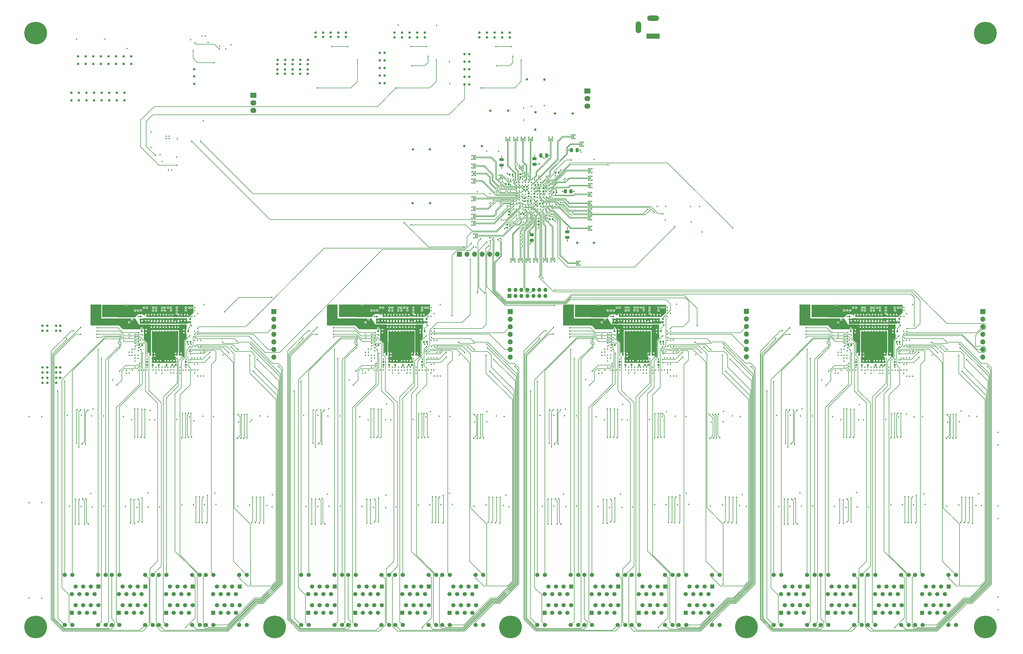
<source format=gbr>
G04 #@! TF.GenerationSoftware,KiCad,Pcbnew,5.99.0-unknown-1973153~101~ubuntu20.04.1*
G04 #@! TF.CreationDate,2020-06-25T18:30:07-04:00*
G04 #@! TF.ProjectId,L1Switch,4c315377-6974-4636-982e-6b696361645f,rev?*
G04 #@! TF.SameCoordinates,Original*
G04 #@! TF.FileFunction,Copper,L4,Bot*
G04 #@! TF.FilePolarity,Positive*
%FSLAX46Y46*%
G04 Gerber Fmt 4.6, Leading zero omitted, Abs format (unit mm)*
G04 Created by KiCad (PCBNEW 5.99.0-unknown-1973153~101~ubuntu20.04.1) date 2020-06-25 18:30:07*
%MOMM*%
%LPD*%
G01*
G04 APERTURE LIST*
G04 #@! TA.AperFunction,ComponentPad*
%ADD10O,2.030000X1.730000*%
G04 #@! TD*
G04 #@! TA.AperFunction,ComponentPad*
%ADD11R,2.030000X1.730000*%
G04 #@! TD*
G04 #@! TA.AperFunction,ComponentPad*
%ADD12C,7.600000*%
G04 #@! TD*
G04 #@! TA.AperFunction,ComponentPad*
%ADD13O,1.700000X1.700000*%
G04 #@! TD*
G04 #@! TA.AperFunction,ComponentPad*
%ADD14R,1.700000X1.700000*%
G04 #@! TD*
G04 #@! TA.AperFunction,ComponentPad*
%ADD15O,1.350000X1.350000*%
G04 #@! TD*
G04 #@! TA.AperFunction,ComponentPad*
%ADD16R,1.350000X1.350000*%
G04 #@! TD*
G04 #@! TA.AperFunction,ComponentPad*
%ADD17C,1.398000*%
G04 #@! TD*
G04 #@! TA.AperFunction,ComponentPad*
%ADD18R,1.398000X1.398000*%
G04 #@! TD*
G04 #@! TA.AperFunction,ComponentPad*
%ADD19R,4.400000X1.800000*%
G04 #@! TD*
G04 #@! TA.AperFunction,ComponentPad*
%ADD20O,4.000000X1.800000*%
G04 #@! TD*
G04 #@! TA.AperFunction,ComponentPad*
%ADD21O,1.800000X4.000000*%
G04 #@! TD*
G04 #@! TA.AperFunction,ViaPad*
%ADD22C,0.457200*%
G04 #@! TD*
G04 #@! TA.AperFunction,ViaPad*
%ADD23C,0.800000*%
G04 #@! TD*
G04 #@! TA.AperFunction,Conductor*
%ADD24C,0.203200*%
G04 #@! TD*
G04 #@! TA.AperFunction,Conductor*
%ADD25C,0.200000*%
G04 #@! TD*
G04 #@! TA.AperFunction,Conductor*
%ADD26C,0.254000*%
G04 #@! TD*
G04 #@! TA.AperFunction,Conductor*
%ADD27C,0.152400*%
G04 #@! TD*
G04 APERTURE END LIST*
D10*
X232478750Y-51211165D03*
X232478750Y-48671165D03*
D11*
X232478750Y-46131165D03*
D10*
X120678750Y-52611165D03*
X120678750Y-50071165D03*
D11*
X120678750Y-47531165D03*
G04 #@! TA.AperFunction,SMDPad,CuDef*
G36*
G01*
X216306250Y-79421165D02*
X216651250Y-79421165D01*
G75*
G02*
X216798750Y-79568665I0J-147500D01*
G01*
X216798750Y-79863665D01*
G75*
G02*
X216651250Y-80011165I-147500J0D01*
G01*
X216306250Y-80011165D01*
G75*
G02*
X216158750Y-79863665I0J147500D01*
G01*
X216158750Y-79568665D01*
G75*
G02*
X216306250Y-79421165I147500J0D01*
G01*
G37*
G04 #@! TD.AperFunction*
G04 #@! TA.AperFunction,SMDPad,CuDef*
G36*
G01*
X216306250Y-78451165D02*
X216651250Y-78451165D01*
G75*
G02*
X216798750Y-78598665I0J-147500D01*
G01*
X216798750Y-78893665D01*
G75*
G02*
X216651250Y-79041165I-147500J0D01*
G01*
X216306250Y-79041165D01*
G75*
G02*
X216158750Y-78893665I0J147500D01*
G01*
X216158750Y-78598665D01*
G75*
G02*
X216306250Y-78451165I147500J0D01*
G01*
G37*
G04 #@! TD.AperFunction*
G04 #@! TA.AperFunction,SMDPad,CuDef*
G36*
G01*
X215235000Y-69281165D02*
X214322500Y-69281165D01*
G75*
G02*
X214078750Y-69037415I0J243750D01*
G01*
X214078750Y-68549915D01*
G75*
G02*
X214322500Y-68306165I243750J0D01*
G01*
X215235000Y-68306165D01*
G75*
G02*
X215478750Y-68549915I0J-243750D01*
G01*
X215478750Y-69037415D01*
G75*
G02*
X215235000Y-69281165I-243750J0D01*
G01*
G37*
G04 #@! TD.AperFunction*
G04 #@! TA.AperFunction,SMDPad,CuDef*
G36*
G01*
X215235000Y-71156165D02*
X214322500Y-71156165D01*
G75*
G02*
X214078750Y-70912415I0J243750D01*
G01*
X214078750Y-70424915D01*
G75*
G02*
X214322500Y-70181165I243750J0D01*
G01*
X215235000Y-70181165D01*
G75*
G02*
X215478750Y-70424915I0J-243750D01*
G01*
X215478750Y-70912415D01*
G75*
G02*
X215235000Y-71156165I-243750J0D01*
G01*
G37*
G04 #@! TD.AperFunction*
G04 #@! TA.AperFunction,SMDPad,CuDef*
G36*
G01*
X212873750Y-82758665D02*
X212873750Y-83103665D01*
G75*
G02*
X212726250Y-83251165I-147500J0D01*
G01*
X212431250Y-83251165D01*
G75*
G02*
X212283750Y-83103665I0J147500D01*
G01*
X212283750Y-82758665D01*
G75*
G02*
X212431250Y-82611165I147500J0D01*
G01*
X212726250Y-82611165D01*
G75*
G02*
X212873750Y-82758665I0J-147500D01*
G01*
G37*
G04 #@! TD.AperFunction*
G04 #@! TA.AperFunction,SMDPad,CuDef*
G36*
G01*
X213843750Y-82758665D02*
X213843750Y-83103665D01*
G75*
G02*
X213696250Y-83251165I-147500J0D01*
G01*
X213401250Y-83251165D01*
G75*
G02*
X213253750Y-83103665I0J147500D01*
G01*
X213253750Y-82758665D01*
G75*
G02*
X213401250Y-82611165I147500J0D01*
G01*
X213696250Y-82611165D01*
G75*
G02*
X213843750Y-82758665I0J-147500D01*
G01*
G37*
G04 #@! TD.AperFunction*
G04 #@! TA.AperFunction,SMDPad,CuDef*
G36*
G01*
X211406250Y-82736165D02*
X211751250Y-82736165D01*
G75*
G02*
X211898750Y-82883665I0J-147500D01*
G01*
X211898750Y-83178665D01*
G75*
G02*
X211751250Y-83326165I-147500J0D01*
G01*
X211406250Y-83326165D01*
G75*
G02*
X211258750Y-83178665I0J147500D01*
G01*
X211258750Y-82883665D01*
G75*
G02*
X211406250Y-82736165I147500J0D01*
G01*
G37*
G04 #@! TD.AperFunction*
G04 #@! TA.AperFunction,SMDPad,CuDef*
G36*
G01*
X211406250Y-81766165D02*
X211751250Y-81766165D01*
G75*
G02*
X211898750Y-81913665I0J-147500D01*
G01*
X211898750Y-82208665D01*
G75*
G02*
X211751250Y-82356165I-147500J0D01*
G01*
X211406250Y-82356165D01*
G75*
G02*
X211258750Y-82208665I0J147500D01*
G01*
X211258750Y-81913665D01*
G75*
G02*
X211406250Y-81766165I147500J0D01*
G01*
G37*
G04 #@! TD.AperFunction*
G04 #@! TA.AperFunction,SMDPad,CuDef*
G36*
G01*
X215106250Y-83921165D02*
X215451250Y-83921165D01*
G75*
G02*
X215598750Y-84068665I0J-147500D01*
G01*
X215598750Y-84363665D01*
G75*
G02*
X215451250Y-84511165I-147500J0D01*
G01*
X215106250Y-84511165D01*
G75*
G02*
X214958750Y-84363665I0J147500D01*
G01*
X214958750Y-84068665D01*
G75*
G02*
X215106250Y-83921165I147500J0D01*
G01*
G37*
G04 #@! TD.AperFunction*
G04 #@! TA.AperFunction,SMDPad,CuDef*
G36*
G01*
X215106250Y-82951165D02*
X215451250Y-82951165D01*
G75*
G02*
X215598750Y-83098665I0J-147500D01*
G01*
X215598750Y-83393665D01*
G75*
G02*
X215451250Y-83541165I-147500J0D01*
G01*
X215106250Y-83541165D01*
G75*
G02*
X214958750Y-83393665I0J147500D01*
G01*
X214958750Y-83098665D01*
G75*
G02*
X215106250Y-82951165I147500J0D01*
G01*
G37*
G04 #@! TD.AperFunction*
G04 #@! TA.AperFunction,SMDPad,CuDef*
G36*
G01*
X214606250Y-81221165D02*
X214951250Y-81221165D01*
G75*
G02*
X215098750Y-81368665I0J-147500D01*
G01*
X215098750Y-81663665D01*
G75*
G02*
X214951250Y-81811165I-147500J0D01*
G01*
X214606250Y-81811165D01*
G75*
G02*
X214458750Y-81663665I0J147500D01*
G01*
X214458750Y-81368665D01*
G75*
G02*
X214606250Y-81221165I147500J0D01*
G01*
G37*
G04 #@! TD.AperFunction*
G04 #@! TA.AperFunction,SMDPad,CuDef*
G36*
G01*
X214606250Y-80251165D02*
X214951250Y-80251165D01*
G75*
G02*
X215098750Y-80398665I0J-147500D01*
G01*
X215098750Y-80693665D01*
G75*
G02*
X214951250Y-80841165I-147500J0D01*
G01*
X214606250Y-80841165D01*
G75*
G02*
X214458750Y-80693665I0J147500D01*
G01*
X214458750Y-80398665D01*
G75*
G02*
X214606250Y-80251165I147500J0D01*
G01*
G37*
G04 #@! TD.AperFunction*
G04 #@! TA.AperFunction,SMDPad,CuDef*
G36*
G01*
X211588750Y-79058665D02*
X211588750Y-79403665D01*
G75*
G02*
X211441250Y-79551165I-147500J0D01*
G01*
X211146250Y-79551165D01*
G75*
G02*
X210998750Y-79403665I0J147500D01*
G01*
X210998750Y-79058665D01*
G75*
G02*
X211146250Y-78911165I147500J0D01*
G01*
X211441250Y-78911165D01*
G75*
G02*
X211588750Y-79058665I0J-147500D01*
G01*
G37*
G04 #@! TD.AperFunction*
G04 #@! TA.AperFunction,SMDPad,CuDef*
G36*
G01*
X212558750Y-79058665D02*
X212558750Y-79403665D01*
G75*
G02*
X212411250Y-79551165I-147500J0D01*
G01*
X212116250Y-79551165D01*
G75*
G02*
X211968750Y-79403665I0J147500D01*
G01*
X211968750Y-79058665D01*
G75*
G02*
X212116250Y-78911165I147500J0D01*
G01*
X212411250Y-78911165D01*
G75*
G02*
X212558750Y-79058665I0J-147500D01*
G01*
G37*
G04 #@! TD.AperFunction*
G04 #@! TA.AperFunction,SMDPad,CuDef*
G36*
G01*
X212706250Y-81121165D02*
X213051250Y-81121165D01*
G75*
G02*
X213198750Y-81268665I0J-147500D01*
G01*
X213198750Y-81563665D01*
G75*
G02*
X213051250Y-81711165I-147500J0D01*
G01*
X212706250Y-81711165D01*
G75*
G02*
X212558750Y-81563665I0J147500D01*
G01*
X212558750Y-81268665D01*
G75*
G02*
X212706250Y-81121165I147500J0D01*
G01*
G37*
G04 #@! TD.AperFunction*
G04 #@! TA.AperFunction,SMDPad,CuDef*
G36*
G01*
X212706250Y-80151165D02*
X213051250Y-80151165D01*
G75*
G02*
X213198750Y-80298665I0J-147500D01*
G01*
X213198750Y-80593665D01*
G75*
G02*
X213051250Y-80741165I-147500J0D01*
G01*
X212706250Y-80741165D01*
G75*
G02*
X212558750Y-80593665I0J147500D01*
G01*
X212558750Y-80298665D01*
G75*
G02*
X212706250Y-80151165I147500J0D01*
G01*
G37*
G04 #@! TD.AperFunction*
G04 #@! TA.AperFunction,SMDPad,CuDef*
G36*
G01*
X218328750Y-68187415D02*
X218328750Y-67274915D01*
G75*
G02*
X218572500Y-67031165I243750J0D01*
G01*
X219060000Y-67031165D01*
G75*
G02*
X219303750Y-67274915I0J-243750D01*
G01*
X219303750Y-68187415D01*
G75*
G02*
X219060000Y-68431165I-243750J0D01*
G01*
X218572500Y-68431165D01*
G75*
G02*
X218328750Y-68187415I0J243750D01*
G01*
G37*
G04 #@! TD.AperFunction*
G04 #@! TA.AperFunction,SMDPad,CuDef*
G36*
G01*
X216453750Y-68187415D02*
X216453750Y-67274915D01*
G75*
G02*
X216697500Y-67031165I243750J0D01*
G01*
X217185000Y-67031165D01*
G75*
G02*
X217428750Y-67274915I0J-243750D01*
G01*
X217428750Y-68187415D01*
G75*
G02*
X217185000Y-68431165I-243750J0D01*
G01*
X216697500Y-68431165D01*
G75*
G02*
X216453750Y-68187415I0J243750D01*
G01*
G37*
G04 #@! TD.AperFunction*
G04 #@! TA.AperFunction,SMDPad,CuDef*
G36*
G01*
X221868750Y-80203665D02*
X221868750Y-79858665D01*
G75*
G02*
X222016250Y-79711165I147500J0D01*
G01*
X222311250Y-79711165D01*
G75*
G02*
X222458750Y-79858665I0J-147500D01*
G01*
X222458750Y-80203665D01*
G75*
G02*
X222311250Y-80351165I-147500J0D01*
G01*
X222016250Y-80351165D01*
G75*
G02*
X221868750Y-80203665I0J147500D01*
G01*
G37*
G04 #@! TD.AperFunction*
G04 #@! TA.AperFunction,SMDPad,CuDef*
G36*
G01*
X220898750Y-80203665D02*
X220898750Y-79858665D01*
G75*
G02*
X221046250Y-79711165I147500J0D01*
G01*
X221341250Y-79711165D01*
G75*
G02*
X221488750Y-79858665I0J-147500D01*
G01*
X221488750Y-80203665D01*
G75*
G02*
X221341250Y-80351165I-147500J0D01*
G01*
X221046250Y-80351165D01*
G75*
G02*
X220898750Y-80203665I0J147500D01*
G01*
G37*
G04 #@! TD.AperFunction*
G04 #@! TA.AperFunction,SMDPad,CuDef*
G36*
G01*
X228566250Y-66387415D02*
X228566250Y-65474915D01*
G75*
G02*
X228810000Y-65231165I243750J0D01*
G01*
X229297500Y-65231165D01*
G75*
G02*
X229541250Y-65474915I0J-243750D01*
G01*
X229541250Y-66387415D01*
G75*
G02*
X229297500Y-66631165I-243750J0D01*
G01*
X228810000Y-66631165D01*
G75*
G02*
X228566250Y-66387415I0J243750D01*
G01*
G37*
G04 #@! TD.AperFunction*
G04 #@! TA.AperFunction,SMDPad,CuDef*
G36*
G01*
X226691250Y-66387415D02*
X226691250Y-65474915D01*
G75*
G02*
X226935000Y-65231165I243750J0D01*
G01*
X227422500Y-65231165D01*
G75*
G02*
X227666250Y-65474915I0J-243750D01*
G01*
X227666250Y-66387415D01*
G75*
G02*
X227422500Y-66631165I-243750J0D01*
G01*
X226935000Y-66631165D01*
G75*
G02*
X226691250Y-66387415I0J243750D01*
G01*
G37*
G04 #@! TD.AperFunction*
G04 #@! TA.AperFunction,SMDPad,CuDef*
G36*
G01*
X217606250Y-79421165D02*
X217951250Y-79421165D01*
G75*
G02*
X218098750Y-79568665I0J-147500D01*
G01*
X218098750Y-79863665D01*
G75*
G02*
X217951250Y-80011165I-147500J0D01*
G01*
X217606250Y-80011165D01*
G75*
G02*
X217458750Y-79863665I0J147500D01*
G01*
X217458750Y-79568665D01*
G75*
G02*
X217606250Y-79421165I147500J0D01*
G01*
G37*
G04 #@! TD.AperFunction*
G04 #@! TA.AperFunction,SMDPad,CuDef*
G36*
G01*
X217606250Y-78451165D02*
X217951250Y-78451165D01*
G75*
G02*
X218098750Y-78598665I0J-147500D01*
G01*
X218098750Y-78893665D01*
G75*
G02*
X217951250Y-79041165I-147500J0D01*
G01*
X217606250Y-79041165D01*
G75*
G02*
X217458750Y-78893665I0J147500D01*
G01*
X217458750Y-78598665D01*
G75*
G02*
X217606250Y-78451165I147500J0D01*
G01*
G37*
G04 #@! TD.AperFunction*
G04 #@! TA.AperFunction,SMDPad,CuDef*
G36*
G01*
X226528750Y-80187415D02*
X226528750Y-79274915D01*
G75*
G02*
X226772500Y-79031165I243750J0D01*
G01*
X227260000Y-79031165D01*
G75*
G02*
X227503750Y-79274915I0J-243750D01*
G01*
X227503750Y-80187415D01*
G75*
G02*
X227260000Y-80431165I-243750J0D01*
G01*
X226772500Y-80431165D01*
G75*
G02*
X226528750Y-80187415I0J243750D01*
G01*
G37*
G04 #@! TD.AperFunction*
G04 #@! TA.AperFunction,SMDPad,CuDef*
G36*
G01*
X224653750Y-80187415D02*
X224653750Y-79274915D01*
G75*
G02*
X224897500Y-79031165I243750J0D01*
G01*
X225385000Y-79031165D01*
G75*
G02*
X225628750Y-79274915I0J-243750D01*
G01*
X225628750Y-80187415D01*
G75*
G02*
X225385000Y-80431165I-243750J0D01*
G01*
X224897500Y-80431165D01*
G75*
G02*
X224653750Y-80187415I0J243750D01*
G01*
G37*
G04 #@! TD.AperFunction*
G04 #@! TA.AperFunction,SMDPad,CuDef*
G36*
G01*
X215388750Y-77458665D02*
X215388750Y-77803665D01*
G75*
G02*
X215241250Y-77951165I-147500J0D01*
G01*
X214946250Y-77951165D01*
G75*
G02*
X214798750Y-77803665I0J147500D01*
G01*
X214798750Y-77458665D01*
G75*
G02*
X214946250Y-77311165I147500J0D01*
G01*
X215241250Y-77311165D01*
G75*
G02*
X215388750Y-77458665I0J-147500D01*
G01*
G37*
G04 #@! TD.AperFunction*
G04 #@! TA.AperFunction,SMDPad,CuDef*
G36*
G01*
X216358750Y-77458665D02*
X216358750Y-77803665D01*
G75*
G02*
X216211250Y-77951165I-147500J0D01*
G01*
X215916250Y-77951165D01*
G75*
G02*
X215768750Y-77803665I0J147500D01*
G01*
X215768750Y-77458665D01*
G75*
G02*
X215916250Y-77311165I147500J0D01*
G01*
X216211250Y-77311165D01*
G75*
G02*
X216358750Y-77458665I0J-147500D01*
G01*
G37*
G04 #@! TD.AperFunction*
G04 #@! TA.AperFunction,SMDPad,CuDef*
G36*
G01*
X222583750Y-73603665D02*
X222583750Y-73258665D01*
G75*
G02*
X222731250Y-73111165I147500J0D01*
G01*
X223026250Y-73111165D01*
G75*
G02*
X223173750Y-73258665I0J-147500D01*
G01*
X223173750Y-73603665D01*
G75*
G02*
X223026250Y-73751165I-147500J0D01*
G01*
X222731250Y-73751165D01*
G75*
G02*
X222583750Y-73603665I0J147500D01*
G01*
G37*
G04 #@! TD.AperFunction*
G04 #@! TA.AperFunction,SMDPad,CuDef*
G36*
G01*
X221613750Y-73603665D02*
X221613750Y-73258665D01*
G75*
G02*
X221761250Y-73111165I147500J0D01*
G01*
X222056250Y-73111165D01*
G75*
G02*
X222203750Y-73258665I0J-147500D01*
G01*
X222203750Y-73603665D01*
G75*
G02*
X222056250Y-73751165I-147500J0D01*
G01*
X221761250Y-73751165D01*
G75*
G02*
X221613750Y-73603665I0J147500D01*
G01*
G37*
G04 #@! TD.AperFunction*
G04 #@! TA.AperFunction,SMDPad,CuDef*
G36*
G01*
X220583750Y-89203665D02*
X220583750Y-88858665D01*
G75*
G02*
X220731250Y-88711165I147500J0D01*
G01*
X221026250Y-88711165D01*
G75*
G02*
X221173750Y-88858665I0J-147500D01*
G01*
X221173750Y-89203665D01*
G75*
G02*
X221026250Y-89351165I-147500J0D01*
G01*
X220731250Y-89351165D01*
G75*
G02*
X220583750Y-89203665I0J147500D01*
G01*
G37*
G04 #@! TD.AperFunction*
G04 #@! TA.AperFunction,SMDPad,CuDef*
G36*
G01*
X219613750Y-89203665D02*
X219613750Y-88858665D01*
G75*
G02*
X219761250Y-88711165I147500J0D01*
G01*
X220056250Y-88711165D01*
G75*
G02*
X220203750Y-88858665I0J-147500D01*
G01*
X220203750Y-89203665D01*
G75*
G02*
X220056250Y-89351165I-147500J0D01*
G01*
X219761250Y-89351165D01*
G75*
G02*
X219613750Y-89203665I0J147500D01*
G01*
G37*
G04 #@! TD.AperFunction*
G04 #@! TA.AperFunction,SMDPad,CuDef*
G36*
G01*
X225322500Y-94681165D02*
X226235000Y-94681165D01*
G75*
G02*
X226478750Y-94924915I0J-243750D01*
G01*
X226478750Y-95412415D01*
G75*
G02*
X226235000Y-95656165I-243750J0D01*
G01*
X225322500Y-95656165D01*
G75*
G02*
X225078750Y-95412415I0J243750D01*
G01*
X225078750Y-94924915D01*
G75*
G02*
X225322500Y-94681165I243750J0D01*
G01*
G37*
G04 #@! TD.AperFunction*
G04 #@! TA.AperFunction,SMDPad,CuDef*
G36*
G01*
X225322500Y-92806165D02*
X226235000Y-92806165D01*
G75*
G02*
X226478750Y-93049915I0J-243750D01*
G01*
X226478750Y-93537415D01*
G75*
G02*
X226235000Y-93781165I-243750J0D01*
G01*
X225322500Y-93781165D01*
G75*
G02*
X225078750Y-93537415I0J243750D01*
G01*
X225078750Y-93049915D01*
G75*
G02*
X225322500Y-92806165I243750J0D01*
G01*
G37*
G04 #@! TD.AperFunction*
G04 #@! TA.AperFunction,SMDPad,CuDef*
G36*
G01*
X210488750Y-87158665D02*
X210488750Y-87503665D01*
G75*
G02*
X210341250Y-87651165I-147500J0D01*
G01*
X210046250Y-87651165D01*
G75*
G02*
X209898750Y-87503665I0J147500D01*
G01*
X209898750Y-87158665D01*
G75*
G02*
X210046250Y-87011165I147500J0D01*
G01*
X210341250Y-87011165D01*
G75*
G02*
X210488750Y-87158665I0J-147500D01*
G01*
G37*
G04 #@! TD.AperFunction*
G04 #@! TA.AperFunction,SMDPad,CuDef*
G36*
G01*
X211458750Y-87158665D02*
X211458750Y-87503665D01*
G75*
G02*
X211311250Y-87651165I-147500J0D01*
G01*
X211016250Y-87651165D01*
G75*
G02*
X210868750Y-87503665I0J147500D01*
G01*
X210868750Y-87158665D01*
G75*
G02*
X211016250Y-87011165I147500J0D01*
G01*
X211311250Y-87011165D01*
G75*
G02*
X211458750Y-87158665I0J-147500D01*
G01*
G37*
G04 #@! TD.AperFunction*
G04 #@! TA.AperFunction,SMDPad,CuDef*
G36*
G01*
X213422500Y-95681165D02*
X214335000Y-95681165D01*
G75*
G02*
X214578750Y-95924915I0J-243750D01*
G01*
X214578750Y-96412415D01*
G75*
G02*
X214335000Y-96656165I-243750J0D01*
G01*
X213422500Y-96656165D01*
G75*
G02*
X213178750Y-96412415I0J243750D01*
G01*
X213178750Y-95924915D01*
G75*
G02*
X213422500Y-95681165I243750J0D01*
G01*
G37*
G04 #@! TD.AperFunction*
G04 #@! TA.AperFunction,SMDPad,CuDef*
G36*
G01*
X213422500Y-93806165D02*
X214335000Y-93806165D01*
G75*
G02*
X214578750Y-94049915I0J-243750D01*
G01*
X214578750Y-94537415D01*
G75*
G02*
X214335000Y-94781165I-243750J0D01*
G01*
X213422500Y-94781165D01*
G75*
G02*
X213178750Y-94537415I0J243750D01*
G01*
X213178750Y-94049915D01*
G75*
G02*
X213422500Y-93806165I243750J0D01*
G01*
G37*
G04 #@! TD.AperFunction*
G04 #@! TA.AperFunction,SMDPad,CuDef*
G36*
G01*
X215906250Y-90506165D02*
X216251250Y-90506165D01*
G75*
G02*
X216398750Y-90653665I0J-147500D01*
G01*
X216398750Y-90948665D01*
G75*
G02*
X216251250Y-91096165I-147500J0D01*
G01*
X215906250Y-91096165D01*
G75*
G02*
X215758750Y-90948665I0J147500D01*
G01*
X215758750Y-90653665D01*
G75*
G02*
X215906250Y-90506165I147500J0D01*
G01*
G37*
G04 #@! TD.AperFunction*
G04 #@! TA.AperFunction,SMDPad,CuDef*
G36*
G01*
X215906250Y-89536165D02*
X216251250Y-89536165D01*
G75*
G02*
X216398750Y-89683665I0J-147500D01*
G01*
X216398750Y-89978665D01*
G75*
G02*
X216251250Y-90126165I-147500J0D01*
G01*
X215906250Y-90126165D01*
G75*
G02*
X215758750Y-89978665I0J147500D01*
G01*
X215758750Y-89683665D01*
G75*
G02*
X215906250Y-89536165I147500J0D01*
G01*
G37*
G04 #@! TD.AperFunction*
G04 #@! TA.AperFunction,SMDPad,CuDef*
G36*
G01*
X216888750Y-83658665D02*
X216888750Y-84003665D01*
G75*
G02*
X216741250Y-84151165I-147500J0D01*
G01*
X216446250Y-84151165D01*
G75*
G02*
X216298750Y-84003665I0J147500D01*
G01*
X216298750Y-83658665D01*
G75*
G02*
X216446250Y-83511165I147500J0D01*
G01*
X216741250Y-83511165D01*
G75*
G02*
X216888750Y-83658665I0J-147500D01*
G01*
G37*
G04 #@! TD.AperFunction*
G04 #@! TA.AperFunction,SMDPad,CuDef*
G36*
G01*
X217858750Y-83658665D02*
X217858750Y-84003665D01*
G75*
G02*
X217711250Y-84151165I-147500J0D01*
G01*
X217416250Y-84151165D01*
G75*
G02*
X217268750Y-84003665I0J147500D01*
G01*
X217268750Y-83658665D01*
G75*
G02*
X217416250Y-83511165I147500J0D01*
G01*
X217711250Y-83511165D01*
G75*
G02*
X217858750Y-83658665I0J-147500D01*
G01*
G37*
G04 #@! TD.AperFunction*
G04 #@! TA.AperFunction,SMDPad,CuDef*
G36*
G01*
X211573750Y-78058665D02*
X211573750Y-78403665D01*
G75*
G02*
X211426250Y-78551165I-147500J0D01*
G01*
X211131250Y-78551165D01*
G75*
G02*
X210983750Y-78403665I0J147500D01*
G01*
X210983750Y-78058665D01*
G75*
G02*
X211131250Y-77911165I147500J0D01*
G01*
X211426250Y-77911165D01*
G75*
G02*
X211573750Y-78058665I0J-147500D01*
G01*
G37*
G04 #@! TD.AperFunction*
G04 #@! TA.AperFunction,SMDPad,CuDef*
G36*
G01*
X212543750Y-78058665D02*
X212543750Y-78403665D01*
G75*
G02*
X212396250Y-78551165I-147500J0D01*
G01*
X212101250Y-78551165D01*
G75*
G02*
X211953750Y-78403665I0J147500D01*
G01*
X211953750Y-78058665D01*
G75*
G02*
X212101250Y-77911165I147500J0D01*
G01*
X212396250Y-77911165D01*
G75*
G02*
X212543750Y-78058665I0J-147500D01*
G01*
G37*
G04 #@! TD.AperFunction*
G04 #@! TA.AperFunction,SMDPad,CuDef*
G36*
G01*
X205868750Y-77503665D02*
X205868750Y-77158665D01*
G75*
G02*
X206016250Y-77011165I147500J0D01*
G01*
X206311250Y-77011165D01*
G75*
G02*
X206458750Y-77158665I0J-147500D01*
G01*
X206458750Y-77503665D01*
G75*
G02*
X206311250Y-77651165I-147500J0D01*
G01*
X206016250Y-77651165D01*
G75*
G02*
X205868750Y-77503665I0J147500D01*
G01*
G37*
G04 #@! TD.AperFunction*
G04 #@! TA.AperFunction,SMDPad,CuDef*
G36*
G01*
X204898750Y-77503665D02*
X204898750Y-77158665D01*
G75*
G02*
X205046250Y-77011165I147500J0D01*
G01*
X205341250Y-77011165D01*
G75*
G02*
X205488750Y-77158665I0J-147500D01*
G01*
X205488750Y-77503665D01*
G75*
G02*
X205341250Y-77651165I-147500J0D01*
G01*
X205046250Y-77651165D01*
G75*
G02*
X204898750Y-77503665I0J147500D01*
G01*
G37*
G04 #@! TD.AperFunction*
G04 #@! TA.AperFunction,SMDPad,CuDef*
G36*
G01*
X204235000Y-69581165D02*
X203322500Y-69581165D01*
G75*
G02*
X203078750Y-69337415I0J243750D01*
G01*
X203078750Y-68849915D01*
G75*
G02*
X203322500Y-68606165I243750J0D01*
G01*
X204235000Y-68606165D01*
G75*
G02*
X204478750Y-68849915I0J-243750D01*
G01*
X204478750Y-69337415D01*
G75*
G02*
X204235000Y-69581165I-243750J0D01*
G01*
G37*
G04 #@! TD.AperFunction*
G04 #@! TA.AperFunction,SMDPad,CuDef*
G36*
G01*
X204235000Y-71456165D02*
X203322500Y-71456165D01*
G75*
G02*
X203078750Y-71212415I0J243750D01*
G01*
X203078750Y-70724915D01*
G75*
G02*
X203322500Y-70481165I243750J0D01*
G01*
X204235000Y-70481165D01*
G75*
G02*
X204478750Y-70724915I0J-243750D01*
G01*
X204478750Y-71212415D01*
G75*
G02*
X204235000Y-71456165I-243750J0D01*
G01*
G37*
G04 #@! TD.AperFunction*
G04 #@! TA.AperFunction,SMDPad,CuDef*
G36*
G01*
X209906250Y-74721165D02*
X210251250Y-74721165D01*
G75*
G02*
X210398750Y-74868665I0J-147500D01*
G01*
X210398750Y-75163665D01*
G75*
G02*
X210251250Y-75311165I-147500J0D01*
G01*
X209906250Y-75311165D01*
G75*
G02*
X209758750Y-75163665I0J147500D01*
G01*
X209758750Y-74868665D01*
G75*
G02*
X209906250Y-74721165I147500J0D01*
G01*
G37*
G04 #@! TD.AperFunction*
G04 #@! TA.AperFunction,SMDPad,CuDef*
G36*
G01*
X209906250Y-73751165D02*
X210251250Y-73751165D01*
G75*
G02*
X210398750Y-73898665I0J-147500D01*
G01*
X210398750Y-74193665D01*
G75*
G02*
X210251250Y-74341165I-147500J0D01*
G01*
X209906250Y-74341165D01*
G75*
G02*
X209758750Y-74193665I0J147500D01*
G01*
X209758750Y-73898665D01*
G75*
G02*
X209906250Y-73751165I147500J0D01*
G01*
G37*
G04 #@! TD.AperFunction*
G04 #@! TA.AperFunction,SMDPad,CuDef*
G36*
G01*
X206788750Y-73958665D02*
X206788750Y-74303665D01*
G75*
G02*
X206641250Y-74451165I-147500J0D01*
G01*
X206346250Y-74451165D01*
G75*
G02*
X206198750Y-74303665I0J147500D01*
G01*
X206198750Y-73958665D01*
G75*
G02*
X206346250Y-73811165I147500J0D01*
G01*
X206641250Y-73811165D01*
G75*
G02*
X206788750Y-73958665I0J-147500D01*
G01*
G37*
G04 #@! TD.AperFunction*
G04 #@! TA.AperFunction,SMDPad,CuDef*
G36*
G01*
X207758750Y-73958665D02*
X207758750Y-74303665D01*
G75*
G02*
X207611250Y-74451165I-147500J0D01*
G01*
X207316250Y-74451165D01*
G75*
G02*
X207168750Y-74303665I0J147500D01*
G01*
X207168750Y-73958665D01*
G75*
G02*
X207316250Y-73811165I147500J0D01*
G01*
X207611250Y-73811165D01*
G75*
G02*
X207758750Y-73958665I0J-147500D01*
G01*
G37*
G04 #@! TD.AperFunction*
G04 #@! TA.AperFunction,SMDPad,CuDef*
G36*
G01*
X205506250Y-91621165D02*
X205851250Y-91621165D01*
G75*
G02*
X205998750Y-91768665I0J-147500D01*
G01*
X205998750Y-92063665D01*
G75*
G02*
X205851250Y-92211165I-147500J0D01*
G01*
X205506250Y-92211165D01*
G75*
G02*
X205358750Y-92063665I0J147500D01*
G01*
X205358750Y-91768665D01*
G75*
G02*
X205506250Y-91621165I147500J0D01*
G01*
G37*
G04 #@! TD.AperFunction*
G04 #@! TA.AperFunction,SMDPad,CuDef*
G36*
G01*
X205506250Y-90651165D02*
X205851250Y-90651165D01*
G75*
G02*
X205998750Y-90798665I0J-147500D01*
G01*
X205998750Y-91093665D01*
G75*
G02*
X205851250Y-91241165I-147500J0D01*
G01*
X205506250Y-91241165D01*
G75*
G02*
X205358750Y-91093665I0J147500D01*
G01*
X205358750Y-90798665D01*
G75*
G02*
X205506250Y-90651165I147500J0D01*
G01*
G37*
G04 #@! TD.AperFunction*
G04 #@! TA.AperFunction,SMDPad,CuDef*
G36*
G01*
X206106250Y-87221165D02*
X206451250Y-87221165D01*
G75*
G02*
X206598750Y-87368665I0J-147500D01*
G01*
X206598750Y-87663665D01*
G75*
G02*
X206451250Y-87811165I-147500J0D01*
G01*
X206106250Y-87811165D01*
G75*
G02*
X205958750Y-87663665I0J147500D01*
G01*
X205958750Y-87368665D01*
G75*
G02*
X206106250Y-87221165I147500J0D01*
G01*
G37*
G04 #@! TD.AperFunction*
G04 #@! TA.AperFunction,SMDPad,CuDef*
G36*
G01*
X206106250Y-86251165D02*
X206451250Y-86251165D01*
G75*
G02*
X206598750Y-86398665I0J-147500D01*
G01*
X206598750Y-86693665D01*
G75*
G02*
X206451250Y-86841165I-147500J0D01*
G01*
X206106250Y-86841165D01*
G75*
G02*
X205958750Y-86693665I0J147500D01*
G01*
X205958750Y-86398665D01*
G75*
G02*
X206106250Y-86251165I147500J0D01*
G01*
G37*
G04 #@! TD.AperFunction*
D12*
X365778750Y-26731165D03*
X47778750Y-26731165D03*
X47778750Y-225731165D03*
X206778750Y-225731165D03*
X127778750Y-225731165D03*
X285778750Y-225731165D03*
X365778750Y-225731165D03*
G04 #@! TA.AperFunction,SMDPad,CuDef*
G36*
G01*
X166301250Y-137156165D02*
X165956250Y-137156165D01*
G75*
G02*
X165808750Y-137008665I0J147500D01*
G01*
X165808750Y-136713665D01*
G75*
G02*
X165956250Y-136566165I147500J0D01*
G01*
X166301250Y-136566165D01*
G75*
G02*
X166448750Y-136713665I0J-147500D01*
G01*
X166448750Y-137008665D01*
G75*
G02*
X166301250Y-137156165I-147500J0D01*
G01*
G37*
G04 #@! TD.AperFunction*
G04 #@! TA.AperFunction,SMDPad,CuDef*
G36*
G01*
X166301250Y-138126165D02*
X165956250Y-138126165D01*
G75*
G02*
X165808750Y-137978665I0J147500D01*
G01*
X165808750Y-137683665D01*
G75*
G02*
X165956250Y-137536165I147500J0D01*
G01*
X166301250Y-137536165D01*
G75*
G02*
X166448750Y-137683665I0J-147500D01*
G01*
X166448750Y-137978665D01*
G75*
G02*
X166301250Y-138126165I-147500J0D01*
G01*
G37*
G04 #@! TD.AperFunction*
D13*
X202378750Y-100781165D03*
X199838750Y-100781165D03*
X197298750Y-100781165D03*
X194758750Y-100781165D03*
X192218750Y-100781165D03*
D14*
X189678750Y-100781165D03*
D15*
X218428750Y-112781165D03*
X218428750Y-114781165D03*
X216428750Y-112781165D03*
X216428750Y-114781165D03*
X214428750Y-112781165D03*
X214428750Y-114781165D03*
X212428750Y-112781165D03*
X212428750Y-114781165D03*
X210428750Y-112781165D03*
X210428750Y-114781165D03*
X208428750Y-112781165D03*
X208428750Y-114781165D03*
X206428750Y-112781165D03*
D16*
X206428750Y-114781165D03*
D17*
X326433880Y-208250995D03*
X340153880Y-208250995D03*
X337613880Y-208250995D03*
X328848880Y-214720995D03*
X332658880Y-218410995D03*
D18*
X328848880Y-220950995D03*
D17*
X344608900Y-214717015D03*
X347148900Y-220947015D03*
D18*
X353498900Y-212177015D03*
D17*
X342193900Y-225007015D03*
X335198880Y-212180995D03*
X344733900Y-225007015D03*
X348418900Y-218407015D03*
X350958900Y-218407015D03*
X352228900Y-220947015D03*
X348418900Y-212177015D03*
X353498900Y-218407015D03*
X326433880Y-225010995D03*
X333928880Y-220950995D03*
D18*
X344608900Y-220947015D03*
D17*
X344733900Y-208247015D03*
X350958900Y-212177015D03*
X353373900Y-225007015D03*
X349688900Y-220947015D03*
X345878900Y-212177015D03*
X355913900Y-208247015D03*
X330118880Y-212180995D03*
X345878900Y-218407015D03*
X330118880Y-218410995D03*
X335198880Y-218410995D03*
X337613880Y-225010995D03*
X328973880Y-225010995D03*
X328973880Y-208250995D03*
X347148900Y-214717015D03*
X336468880Y-214720995D03*
X331388880Y-220950995D03*
X331388880Y-214720995D03*
X355913900Y-225007015D03*
X349688900Y-214717015D03*
X342193900Y-208247015D03*
X353373900Y-208247015D03*
X337738880Y-218410995D03*
X352228900Y-214717015D03*
X336468880Y-220950995D03*
X332658880Y-212180995D03*
X340153880Y-225010995D03*
X333928880Y-214720995D03*
D18*
X337738880Y-212180995D03*
D17*
X310646400Y-208247015D03*
X324366400Y-208247015D03*
X321826400Y-208247015D03*
X313061400Y-214717015D03*
X316871400Y-218407015D03*
D18*
X313061400Y-220947015D03*
D17*
X319411400Y-212177015D03*
X310646400Y-225007015D03*
X318141400Y-220947015D03*
X314331400Y-212177015D03*
X314331400Y-218407015D03*
X319411400Y-218407015D03*
X321826400Y-225007015D03*
X313186400Y-225007015D03*
X313186400Y-208247015D03*
X320681400Y-214717015D03*
X315601400Y-220947015D03*
X315601400Y-214717015D03*
X321951400Y-218407015D03*
X320681400Y-220947015D03*
X316871400Y-212177015D03*
X324366400Y-225007015D03*
X318141400Y-214717015D03*
D18*
X321951400Y-212177015D03*
X297331400Y-220947015D03*
D17*
X298601400Y-218407015D03*
X299871400Y-220947015D03*
X301141400Y-218407015D03*
X302411400Y-220947015D03*
X303681400Y-218407015D03*
X304951400Y-220947015D03*
X306221400Y-218407015D03*
X297331400Y-214717015D03*
X298601400Y-212177015D03*
X299871400Y-214717015D03*
X301141400Y-212177015D03*
X302411400Y-214717015D03*
X303681400Y-212177015D03*
X304951400Y-214717015D03*
D18*
X306221400Y-212177015D03*
D17*
X308636400Y-225007015D03*
X306096400Y-225007015D03*
X297456400Y-225007015D03*
X294916400Y-225007015D03*
X308636400Y-208247015D03*
X306096400Y-208247015D03*
X297456400Y-208247015D03*
X294916400Y-208247015D03*
D13*
X364923377Y-135236602D03*
X364923377Y-132696602D03*
X364923377Y-130156602D03*
X364923377Y-127616602D03*
X364923377Y-125076602D03*
X364923377Y-122536602D03*
D14*
X364923377Y-119996602D03*
D17*
X247285030Y-208222845D03*
X261005030Y-208222845D03*
X258465030Y-208222845D03*
X249700030Y-214692845D03*
X253510030Y-218382845D03*
D18*
X249700030Y-220922845D03*
D17*
X265460050Y-214688865D03*
X268000050Y-220918865D03*
D18*
X274350050Y-212148865D03*
D17*
X263045050Y-224978865D03*
X256050030Y-212152845D03*
X265585050Y-224978865D03*
X269270050Y-218378865D03*
X271810050Y-218378865D03*
X273080050Y-220918865D03*
X269270050Y-212148865D03*
X274350050Y-218378865D03*
X247285030Y-224982845D03*
X254780030Y-220922845D03*
D18*
X265460050Y-220918865D03*
D17*
X265585050Y-208218865D03*
X271810050Y-212148865D03*
X274225050Y-224978865D03*
X270540050Y-220918865D03*
X266730050Y-212148865D03*
X276765050Y-208218865D03*
X250970030Y-212152845D03*
X266730050Y-218378865D03*
X250970030Y-218382845D03*
X256050030Y-218382845D03*
X258465030Y-224982845D03*
X249825030Y-224982845D03*
X249825030Y-208222845D03*
X268000050Y-214688865D03*
X257320030Y-214692845D03*
X252240030Y-220922845D03*
X252240030Y-214692845D03*
X276765050Y-224978865D03*
X270540050Y-214688865D03*
X263045050Y-208218865D03*
X274225050Y-208218865D03*
X258590030Y-218382845D03*
X273080050Y-214688865D03*
X257320030Y-220922845D03*
X253510030Y-212152845D03*
X261005030Y-224982845D03*
X254780030Y-214692845D03*
D18*
X258590030Y-212152845D03*
D17*
X231497550Y-208218865D03*
X245217550Y-208218865D03*
X242677550Y-208218865D03*
X233912550Y-214688865D03*
X237722550Y-218378865D03*
D18*
X233912550Y-220918865D03*
D17*
X240262550Y-212148865D03*
X231497550Y-224978865D03*
X238992550Y-220918865D03*
X235182550Y-212148865D03*
X235182550Y-218378865D03*
X240262550Y-218378865D03*
X242677550Y-224978865D03*
X234037550Y-224978865D03*
X234037550Y-208218865D03*
X241532550Y-214688865D03*
X236452550Y-220918865D03*
X236452550Y-214688865D03*
X242802550Y-218378865D03*
X241532550Y-220918865D03*
X237722550Y-212148865D03*
X245217550Y-224978865D03*
X238992550Y-214688865D03*
D18*
X242802550Y-212148865D03*
X218182550Y-220918865D03*
D17*
X219452550Y-218378865D03*
X220722550Y-220918865D03*
X221992550Y-218378865D03*
X223262550Y-220918865D03*
X224532550Y-218378865D03*
X225802550Y-220918865D03*
X227072550Y-218378865D03*
X218182550Y-214688865D03*
X219452550Y-212148865D03*
X220722550Y-214688865D03*
X221992550Y-212148865D03*
X223262550Y-214688865D03*
X224532550Y-212148865D03*
X225802550Y-214688865D03*
D18*
X227072550Y-212148865D03*
D17*
X229487550Y-224978865D03*
X226947550Y-224978865D03*
X218307550Y-224978865D03*
X215767550Y-224978865D03*
X229487550Y-208218865D03*
X226947550Y-208218865D03*
X218307550Y-208218865D03*
X215767550Y-208218865D03*
D13*
X285774527Y-135208452D03*
X285774527Y-132668452D03*
X285774527Y-130128452D03*
X285774527Y-127588452D03*
X285774527Y-125048452D03*
X285774527Y-122508452D03*
D14*
X285774527Y-119968452D03*
G04 #@! TA.AperFunction,SMDPad,CuDef*
G36*
G01*
X320552000Y-131365115D02*
X320552000Y-131020115D01*
G75*
G02*
X320699500Y-130872615I147500J0D01*
G01*
X320994500Y-130872615D01*
G75*
G02*
X321142000Y-131020115I0J-147500D01*
G01*
X321142000Y-131365115D01*
G75*
G02*
X320994500Y-131512615I-147500J0D01*
G01*
X320699500Y-131512615D01*
G75*
G02*
X320552000Y-131365115I0J147500D01*
G01*
G37*
G04 #@! TD.AperFunction*
G04 #@! TA.AperFunction,SMDPad,CuDef*
G36*
G01*
X319582000Y-131365115D02*
X319582000Y-131020115D01*
G75*
G02*
X319729500Y-130872615I147500J0D01*
G01*
X320024500Y-130872615D01*
G75*
G02*
X320172000Y-131020115I0J-147500D01*
G01*
X320172000Y-131365115D01*
G75*
G02*
X320024500Y-131512615I-147500J0D01*
G01*
X319729500Y-131512615D01*
G75*
G02*
X319582000Y-131365115I0J147500D01*
G01*
G37*
G04 #@! TD.AperFunction*
G04 #@! TA.AperFunction,SMDPad,CuDef*
G36*
G01*
X332219500Y-137222615D02*
X331874500Y-137222615D01*
G75*
G02*
X331727000Y-137075115I0J147500D01*
G01*
X331727000Y-136780115D01*
G75*
G02*
X331874500Y-136632615I147500J0D01*
G01*
X332219500Y-136632615D01*
G75*
G02*
X332367000Y-136780115I0J-147500D01*
G01*
X332367000Y-137075115D01*
G75*
G02*
X332219500Y-137222615I-147500J0D01*
G01*
G37*
G04 #@! TD.AperFunction*
G04 #@! TA.AperFunction,SMDPad,CuDef*
G36*
G01*
X332219500Y-138192615D02*
X331874500Y-138192615D01*
G75*
G02*
X331727000Y-138045115I0J147500D01*
G01*
X331727000Y-137750115D01*
G75*
G02*
X331874500Y-137602615I147500J0D01*
G01*
X332219500Y-137602615D01*
G75*
G02*
X332367000Y-137750115I0J-147500D01*
G01*
X332367000Y-138045115D01*
G75*
G02*
X332219500Y-138192615I-147500J0D01*
G01*
G37*
G04 #@! TD.AperFunction*
G04 #@! TA.AperFunction,SMDPad,CuDef*
G36*
G01*
X324569500Y-137217615D02*
X324224500Y-137217615D01*
G75*
G02*
X324077000Y-137070115I0J147500D01*
G01*
X324077000Y-136775115D01*
G75*
G02*
X324224500Y-136627615I147500J0D01*
G01*
X324569500Y-136627615D01*
G75*
G02*
X324717000Y-136775115I0J-147500D01*
G01*
X324717000Y-137070115D01*
G75*
G02*
X324569500Y-137217615I-147500J0D01*
G01*
G37*
G04 #@! TD.AperFunction*
G04 #@! TA.AperFunction,SMDPad,CuDef*
G36*
G01*
X324569500Y-138187615D02*
X324224500Y-138187615D01*
G75*
G02*
X324077000Y-138040115I0J147500D01*
G01*
X324077000Y-137745115D01*
G75*
G02*
X324224500Y-137597615I147500J0D01*
G01*
X324569500Y-137597615D01*
G75*
G02*
X324717000Y-137745115I0J-147500D01*
G01*
X324717000Y-138040115D01*
G75*
G02*
X324569500Y-138187615I-147500J0D01*
G01*
G37*
G04 #@! TD.AperFunction*
G04 #@! TA.AperFunction,SMDPad,CuDef*
G36*
G01*
X320134500Y-122342615D02*
X320479500Y-122342615D01*
G75*
G02*
X320627000Y-122490115I0J-147500D01*
G01*
X320627000Y-122785115D01*
G75*
G02*
X320479500Y-122932615I-147500J0D01*
G01*
X320134500Y-122932615D01*
G75*
G02*
X319987000Y-122785115I0J147500D01*
G01*
X319987000Y-122490115D01*
G75*
G02*
X320134500Y-122342615I147500J0D01*
G01*
G37*
G04 #@! TD.AperFunction*
G04 #@! TA.AperFunction,SMDPad,CuDef*
G36*
G01*
X320134500Y-121372615D02*
X320479500Y-121372615D01*
G75*
G02*
X320627000Y-121520115I0J-147500D01*
G01*
X320627000Y-121815115D01*
G75*
G02*
X320479500Y-121962615I-147500J0D01*
G01*
X320134500Y-121962615D01*
G75*
G02*
X319987000Y-121815115I0J147500D01*
G01*
X319987000Y-121520115D01*
G75*
G02*
X320134500Y-121372615I147500J0D01*
G01*
G37*
G04 #@! TD.AperFunction*
G04 #@! TA.AperFunction,SMDPad,CuDef*
G36*
G01*
X336362000Y-129970115D02*
X336362000Y-130315115D01*
G75*
G02*
X336214500Y-130462615I-147500J0D01*
G01*
X335919500Y-130462615D01*
G75*
G02*
X335772000Y-130315115I0J147500D01*
G01*
X335772000Y-129970115D01*
G75*
G02*
X335919500Y-129822615I147500J0D01*
G01*
X336214500Y-129822615D01*
G75*
G02*
X336362000Y-129970115I0J-147500D01*
G01*
G37*
G04 #@! TD.AperFunction*
G04 #@! TA.AperFunction,SMDPad,CuDef*
G36*
G01*
X337332000Y-129970115D02*
X337332000Y-130315115D01*
G75*
G02*
X337184500Y-130462615I-147500J0D01*
G01*
X336889500Y-130462615D01*
G75*
G02*
X336742000Y-130315115I0J147500D01*
G01*
X336742000Y-129970115D01*
G75*
G02*
X336889500Y-129822615I147500J0D01*
G01*
X337184500Y-129822615D01*
G75*
G02*
X337332000Y-129970115I0J-147500D01*
G01*
G37*
G04 #@! TD.AperFunction*
G04 #@! TA.AperFunction,SMDPad,CuDef*
G36*
G01*
X336754500Y-123237615D02*
X337099500Y-123237615D01*
G75*
G02*
X337247000Y-123385115I0J-147500D01*
G01*
X337247000Y-123680115D01*
G75*
G02*
X337099500Y-123827615I-147500J0D01*
G01*
X336754500Y-123827615D01*
G75*
G02*
X336607000Y-123680115I0J147500D01*
G01*
X336607000Y-123385115D01*
G75*
G02*
X336754500Y-123237615I147500J0D01*
G01*
G37*
G04 #@! TD.AperFunction*
G04 #@! TA.AperFunction,SMDPad,CuDef*
G36*
G01*
X336754500Y-122267615D02*
X337099500Y-122267615D01*
G75*
G02*
X337247000Y-122415115I0J-147500D01*
G01*
X337247000Y-122710115D01*
G75*
G02*
X337099500Y-122857615I-147500J0D01*
G01*
X336754500Y-122857615D01*
G75*
G02*
X336607000Y-122710115I0J147500D01*
G01*
X336607000Y-122415115D01*
G75*
G02*
X336754500Y-122267615I147500J0D01*
G01*
G37*
G04 #@! TD.AperFunction*
G04 #@! TA.AperFunction,SMDPad,CuDef*
G36*
G01*
X331139500Y-137217615D02*
X330794500Y-137217615D01*
G75*
G02*
X330647000Y-137070115I0J147500D01*
G01*
X330647000Y-136775115D01*
G75*
G02*
X330794500Y-136627615I147500J0D01*
G01*
X331139500Y-136627615D01*
G75*
G02*
X331287000Y-136775115I0J-147500D01*
G01*
X331287000Y-137070115D01*
G75*
G02*
X331139500Y-137217615I-147500J0D01*
G01*
G37*
G04 #@! TD.AperFunction*
G04 #@! TA.AperFunction,SMDPad,CuDef*
G36*
G01*
X331139500Y-138187615D02*
X330794500Y-138187615D01*
G75*
G02*
X330647000Y-138040115I0J147500D01*
G01*
X330647000Y-137745115D01*
G75*
G02*
X330794500Y-137597615I147500J0D01*
G01*
X331139500Y-137597615D01*
G75*
G02*
X331287000Y-137745115I0J-147500D01*
G01*
X331287000Y-138040115D01*
G75*
G02*
X331139500Y-138187615I-147500J0D01*
G01*
G37*
G04 #@! TD.AperFunction*
G04 #@! TA.AperFunction,SMDPad,CuDef*
G36*
G01*
X326609500Y-137227615D02*
X326264500Y-137227615D01*
G75*
G02*
X326117000Y-137080115I0J147500D01*
G01*
X326117000Y-136785115D01*
G75*
G02*
X326264500Y-136637615I147500J0D01*
G01*
X326609500Y-136637615D01*
G75*
G02*
X326757000Y-136785115I0J-147500D01*
G01*
X326757000Y-137080115D01*
G75*
G02*
X326609500Y-137227615I-147500J0D01*
G01*
G37*
G04 #@! TD.AperFunction*
G04 #@! TA.AperFunction,SMDPad,CuDef*
G36*
G01*
X326609500Y-138197615D02*
X326264500Y-138197615D01*
G75*
G02*
X326117000Y-138050115I0J147500D01*
G01*
X326117000Y-137755115D01*
G75*
G02*
X326264500Y-137607615I147500J0D01*
G01*
X326609500Y-137607615D01*
G75*
G02*
X326757000Y-137755115I0J-147500D01*
G01*
X326757000Y-138050115D01*
G75*
G02*
X326609500Y-138197615I-147500J0D01*
G01*
G37*
G04 #@! TD.AperFunction*
G04 #@! TA.AperFunction,SMDPad,CuDef*
G36*
G01*
X324187000Y-134665115D02*
X324187000Y-134320115D01*
G75*
G02*
X324334500Y-134172615I147500J0D01*
G01*
X324629500Y-134172615D01*
G75*
G02*
X324777000Y-134320115I0J-147500D01*
G01*
X324777000Y-134665115D01*
G75*
G02*
X324629500Y-134812615I-147500J0D01*
G01*
X324334500Y-134812615D01*
G75*
G02*
X324187000Y-134665115I0J147500D01*
G01*
G37*
G04 #@! TD.AperFunction*
G04 #@! TA.AperFunction,SMDPad,CuDef*
G36*
G01*
X323217000Y-134665115D02*
X323217000Y-134320115D01*
G75*
G02*
X323364500Y-134172615I147500J0D01*
G01*
X323659500Y-134172615D01*
G75*
G02*
X323807000Y-134320115I0J-147500D01*
G01*
X323807000Y-134665115D01*
G75*
G02*
X323659500Y-134812615I-147500J0D01*
G01*
X323364500Y-134812615D01*
G75*
G02*
X323217000Y-134665115I0J147500D01*
G01*
G37*
G04 #@! TD.AperFunction*
G04 #@! TA.AperFunction,SMDPad,CuDef*
G36*
G01*
X321022000Y-126420115D02*
X321022000Y-126765115D01*
G75*
G02*
X320874500Y-126912615I-147500J0D01*
G01*
X320579500Y-126912615D01*
G75*
G02*
X320432000Y-126765115I0J147500D01*
G01*
X320432000Y-126420115D01*
G75*
G02*
X320579500Y-126272615I147500J0D01*
G01*
X320874500Y-126272615D01*
G75*
G02*
X321022000Y-126420115I0J-147500D01*
G01*
G37*
G04 #@! TD.AperFunction*
G04 #@! TA.AperFunction,SMDPad,CuDef*
G36*
G01*
X321992000Y-126420115D02*
X321992000Y-126765115D01*
G75*
G02*
X321844500Y-126912615I-147500J0D01*
G01*
X321549500Y-126912615D01*
G75*
G02*
X321402000Y-126765115I0J147500D01*
G01*
X321402000Y-126420115D01*
G75*
G02*
X321549500Y-126272615I147500J0D01*
G01*
X321844500Y-126272615D01*
G75*
G02*
X321992000Y-126420115I0J-147500D01*
G01*
G37*
G04 #@! TD.AperFunction*
G04 #@! TA.AperFunction,SMDPad,CuDef*
G36*
G01*
X324589500Y-124082615D02*
X324244500Y-124082615D01*
G75*
G02*
X324097000Y-123935115I0J147500D01*
G01*
X324097000Y-123640115D01*
G75*
G02*
X324244500Y-123492615I147500J0D01*
G01*
X324589500Y-123492615D01*
G75*
G02*
X324737000Y-123640115I0J-147500D01*
G01*
X324737000Y-123935115D01*
G75*
G02*
X324589500Y-124082615I-147500J0D01*
G01*
G37*
G04 #@! TD.AperFunction*
G04 #@! TA.AperFunction,SMDPad,CuDef*
G36*
G01*
X324589500Y-125052615D02*
X324244500Y-125052615D01*
G75*
G02*
X324097000Y-124905115I0J147500D01*
G01*
X324097000Y-124610115D01*
G75*
G02*
X324244500Y-124462615I147500J0D01*
G01*
X324589500Y-124462615D01*
G75*
G02*
X324737000Y-124610115I0J-147500D01*
G01*
X324737000Y-124905115D01*
G75*
G02*
X324589500Y-125052615I-147500J0D01*
G01*
G37*
G04 #@! TD.AperFunction*
G04 #@! TA.AperFunction,SMDPad,CuDef*
G36*
G01*
X328609500Y-124082615D02*
X328264500Y-124082615D01*
G75*
G02*
X328117000Y-123935115I0J147500D01*
G01*
X328117000Y-123640115D01*
G75*
G02*
X328264500Y-123492615I147500J0D01*
G01*
X328609500Y-123492615D01*
G75*
G02*
X328757000Y-123640115I0J-147500D01*
G01*
X328757000Y-123935115D01*
G75*
G02*
X328609500Y-124082615I-147500J0D01*
G01*
G37*
G04 #@! TD.AperFunction*
G04 #@! TA.AperFunction,SMDPad,CuDef*
G36*
G01*
X328609500Y-125052615D02*
X328264500Y-125052615D01*
G75*
G02*
X328117000Y-124905115I0J147500D01*
G01*
X328117000Y-124610115D01*
G75*
G02*
X328264500Y-124462615I147500J0D01*
G01*
X328609500Y-124462615D01*
G75*
G02*
X328757000Y-124610115I0J-147500D01*
G01*
X328757000Y-124905115D01*
G75*
G02*
X328609500Y-125052615I-147500J0D01*
G01*
G37*
G04 #@! TD.AperFunction*
G04 #@! TA.AperFunction,SMDPad,CuDef*
G36*
G01*
X332579500Y-124087615D02*
X332234500Y-124087615D01*
G75*
G02*
X332087000Y-123940115I0J147500D01*
G01*
X332087000Y-123645115D01*
G75*
G02*
X332234500Y-123497615I147500J0D01*
G01*
X332579500Y-123497615D01*
G75*
G02*
X332727000Y-123645115I0J-147500D01*
G01*
X332727000Y-123940115D01*
G75*
G02*
X332579500Y-124087615I-147500J0D01*
G01*
G37*
G04 #@! TD.AperFunction*
G04 #@! TA.AperFunction,SMDPad,CuDef*
G36*
G01*
X332579500Y-125057615D02*
X332234500Y-125057615D01*
G75*
G02*
X332087000Y-124910115I0J147500D01*
G01*
X332087000Y-124615115D01*
G75*
G02*
X332234500Y-124467615I147500J0D01*
G01*
X332579500Y-124467615D01*
G75*
G02*
X332727000Y-124615115I0J-147500D01*
G01*
X332727000Y-124910115D01*
G75*
G02*
X332579500Y-125057615I-147500J0D01*
G01*
G37*
G04 #@! TD.AperFunction*
G04 #@! TA.AperFunction,SMDPad,CuDef*
G36*
G01*
X330629500Y-124082615D02*
X330284500Y-124082615D01*
G75*
G02*
X330137000Y-123935115I0J147500D01*
G01*
X330137000Y-123640115D01*
G75*
G02*
X330284500Y-123492615I147500J0D01*
G01*
X330629500Y-123492615D01*
G75*
G02*
X330777000Y-123640115I0J-147500D01*
G01*
X330777000Y-123935115D01*
G75*
G02*
X330629500Y-124082615I-147500J0D01*
G01*
G37*
G04 #@! TD.AperFunction*
G04 #@! TA.AperFunction,SMDPad,CuDef*
G36*
G01*
X330629500Y-125052615D02*
X330284500Y-125052615D01*
G75*
G02*
X330137000Y-124905115I0J147500D01*
G01*
X330137000Y-124610115D01*
G75*
G02*
X330284500Y-124462615I147500J0D01*
G01*
X330629500Y-124462615D01*
G75*
G02*
X330777000Y-124610115I0J-147500D01*
G01*
X330777000Y-124905115D01*
G75*
G02*
X330629500Y-125052615I-147500J0D01*
G01*
G37*
G04 #@! TD.AperFunction*
G04 #@! TA.AperFunction,SMDPad,CuDef*
G36*
G01*
X326609500Y-124082615D02*
X326264500Y-124082615D01*
G75*
G02*
X326117000Y-123935115I0J147500D01*
G01*
X326117000Y-123640115D01*
G75*
G02*
X326264500Y-123492615I147500J0D01*
G01*
X326609500Y-123492615D01*
G75*
G02*
X326757000Y-123640115I0J-147500D01*
G01*
X326757000Y-123935115D01*
G75*
G02*
X326609500Y-124082615I-147500J0D01*
G01*
G37*
G04 #@! TD.AperFunction*
G04 #@! TA.AperFunction,SMDPad,CuDef*
G36*
G01*
X326609500Y-125052615D02*
X326264500Y-125052615D01*
G75*
G02*
X326117000Y-124905115I0J147500D01*
G01*
X326117000Y-124610115D01*
G75*
G02*
X326264500Y-124462615I147500J0D01*
G01*
X326609500Y-124462615D01*
G75*
G02*
X326757000Y-124610115I0J-147500D01*
G01*
X326757000Y-124905115D01*
G75*
G02*
X326609500Y-125052615I-147500J0D01*
G01*
G37*
G04 #@! TD.AperFunction*
G04 #@! TA.AperFunction,SMDPad,CuDef*
G36*
G01*
X335992000Y-126795115D02*
X335992000Y-126450115D01*
G75*
G02*
X336139500Y-126302615I147500J0D01*
G01*
X336434500Y-126302615D01*
G75*
G02*
X336582000Y-126450115I0J-147500D01*
G01*
X336582000Y-126795115D01*
G75*
G02*
X336434500Y-126942615I-147500J0D01*
G01*
X336139500Y-126942615D01*
G75*
G02*
X335992000Y-126795115I0J147500D01*
G01*
G37*
G04 #@! TD.AperFunction*
G04 #@! TA.AperFunction,SMDPad,CuDef*
G36*
G01*
X335022000Y-126795115D02*
X335022000Y-126450115D01*
G75*
G02*
X335169500Y-126302615I147500J0D01*
G01*
X335464500Y-126302615D01*
G75*
G02*
X335612000Y-126450115I0J-147500D01*
G01*
X335612000Y-126795115D01*
G75*
G02*
X335464500Y-126942615I-147500J0D01*
G01*
X335169500Y-126942615D01*
G75*
G02*
X335022000Y-126795115I0J147500D01*
G01*
G37*
G04 #@! TD.AperFunction*
G04 #@! TA.AperFunction,SMDPad,CuDef*
G36*
G01*
X332757000Y-134310115D02*
X332757000Y-134655115D01*
G75*
G02*
X332609500Y-134802615I-147500J0D01*
G01*
X332314500Y-134802615D01*
G75*
G02*
X332167000Y-134655115I0J147500D01*
G01*
X332167000Y-134310115D01*
G75*
G02*
X332314500Y-134162615I147500J0D01*
G01*
X332609500Y-134162615D01*
G75*
G02*
X332757000Y-134310115I0J-147500D01*
G01*
G37*
G04 #@! TD.AperFunction*
G04 #@! TA.AperFunction,SMDPad,CuDef*
G36*
G01*
X333727000Y-134310115D02*
X333727000Y-134655115D01*
G75*
G02*
X333579500Y-134802615I-147500J0D01*
G01*
X333284500Y-134802615D01*
G75*
G02*
X333137000Y-134655115I0J147500D01*
G01*
X333137000Y-134310115D01*
G75*
G02*
X333284500Y-134162615I147500J0D01*
G01*
X333579500Y-134162615D01*
G75*
G02*
X333727000Y-134310115I0J-147500D01*
G01*
G37*
G04 #@! TD.AperFunction*
G04 #@! TA.AperFunction,SMDPad,CuDef*
G36*
G01*
X322334500Y-122217615D02*
X322679500Y-122217615D01*
G75*
G02*
X322827000Y-122365115I0J-147500D01*
G01*
X322827000Y-122660115D01*
G75*
G02*
X322679500Y-122807615I-147500J0D01*
G01*
X322334500Y-122807615D01*
G75*
G02*
X322187000Y-122660115I0J147500D01*
G01*
X322187000Y-122365115D01*
G75*
G02*
X322334500Y-122217615I147500J0D01*
G01*
G37*
G04 #@! TD.AperFunction*
G04 #@! TA.AperFunction,SMDPad,CuDef*
G36*
G01*
X322334500Y-121247615D02*
X322679500Y-121247615D01*
G75*
G02*
X322827000Y-121395115I0J-147500D01*
G01*
X322827000Y-121690115D01*
G75*
G02*
X322679500Y-121837615I-147500J0D01*
G01*
X322334500Y-121837615D01*
G75*
G02*
X322187000Y-121690115I0J147500D01*
G01*
X322187000Y-121395115D01*
G75*
G02*
X322334500Y-121247615I147500J0D01*
G01*
G37*
G04 #@! TD.AperFunction*
G04 #@! TA.AperFunction,SMDPad,CuDef*
G36*
G01*
X335424500Y-122232615D02*
X335769500Y-122232615D01*
G75*
G02*
X335917000Y-122380115I0J-147500D01*
G01*
X335917000Y-122675115D01*
G75*
G02*
X335769500Y-122822615I-147500J0D01*
G01*
X335424500Y-122822615D01*
G75*
G02*
X335277000Y-122675115I0J147500D01*
G01*
X335277000Y-122380115D01*
G75*
G02*
X335424500Y-122232615I147500J0D01*
G01*
G37*
G04 #@! TD.AperFunction*
G04 #@! TA.AperFunction,SMDPad,CuDef*
G36*
G01*
X335424500Y-121262615D02*
X335769500Y-121262615D01*
G75*
G02*
X335917000Y-121410115I0J-147500D01*
G01*
X335917000Y-121705115D01*
G75*
G02*
X335769500Y-121852615I-147500J0D01*
G01*
X335424500Y-121852615D01*
G75*
G02*
X335277000Y-121705115I0J147500D01*
G01*
X335277000Y-121410115D01*
G75*
G02*
X335424500Y-121262615I147500J0D01*
G01*
G37*
G04 #@! TD.AperFunction*
G04 #@! TA.AperFunction,SMDPad,CuDef*
G36*
G01*
X322659500Y-137217615D02*
X322314500Y-137217615D01*
G75*
G02*
X322167000Y-137070115I0J147500D01*
G01*
X322167000Y-136775115D01*
G75*
G02*
X322314500Y-136627615I147500J0D01*
G01*
X322659500Y-136627615D01*
G75*
G02*
X322807000Y-136775115I0J-147500D01*
G01*
X322807000Y-137070115D01*
G75*
G02*
X322659500Y-137217615I-147500J0D01*
G01*
G37*
G04 #@! TD.AperFunction*
G04 #@! TA.AperFunction,SMDPad,CuDef*
G36*
G01*
X322659500Y-138187615D02*
X322314500Y-138187615D01*
G75*
G02*
X322167000Y-138040115I0J147500D01*
G01*
X322167000Y-137745115D01*
G75*
G02*
X322314500Y-137597615I147500J0D01*
G01*
X322659500Y-137597615D01*
G75*
G02*
X322807000Y-137745115I0J-147500D01*
G01*
X322807000Y-138040115D01*
G75*
G02*
X322659500Y-138187615I-147500J0D01*
G01*
G37*
G04 #@! TD.AperFunction*
G04 #@! TA.AperFunction,SMDPad,CuDef*
G36*
G01*
X328304500Y-122232615D02*
X328649500Y-122232615D01*
G75*
G02*
X328797000Y-122380115I0J-147500D01*
G01*
X328797000Y-122675115D01*
G75*
G02*
X328649500Y-122822615I-147500J0D01*
G01*
X328304500Y-122822615D01*
G75*
G02*
X328157000Y-122675115I0J147500D01*
G01*
X328157000Y-122380115D01*
G75*
G02*
X328304500Y-122232615I147500J0D01*
G01*
G37*
G04 #@! TD.AperFunction*
G04 #@! TA.AperFunction,SMDPad,CuDef*
G36*
G01*
X328304500Y-121262615D02*
X328649500Y-121262615D01*
G75*
G02*
X328797000Y-121410115I0J-147500D01*
G01*
X328797000Y-121705115D01*
G75*
G02*
X328649500Y-121852615I-147500J0D01*
G01*
X328304500Y-121852615D01*
G75*
G02*
X328157000Y-121705115I0J147500D01*
G01*
X328157000Y-121410115D01*
G75*
G02*
X328304500Y-121262615I147500J0D01*
G01*
G37*
G04 #@! TD.AperFunction*
G04 #@! TA.AperFunction,SMDPad,CuDef*
G36*
G01*
X324324500Y-122232615D02*
X324669500Y-122232615D01*
G75*
G02*
X324817000Y-122380115I0J-147500D01*
G01*
X324817000Y-122675115D01*
G75*
G02*
X324669500Y-122822615I-147500J0D01*
G01*
X324324500Y-122822615D01*
G75*
G02*
X324177000Y-122675115I0J147500D01*
G01*
X324177000Y-122380115D01*
G75*
G02*
X324324500Y-122232615I147500J0D01*
G01*
G37*
G04 #@! TD.AperFunction*
G04 #@! TA.AperFunction,SMDPad,CuDef*
G36*
G01*
X324324500Y-121262615D02*
X324669500Y-121262615D01*
G75*
G02*
X324817000Y-121410115I0J-147500D01*
G01*
X324817000Y-121705115D01*
G75*
G02*
X324669500Y-121852615I-147500J0D01*
G01*
X324324500Y-121852615D01*
G75*
G02*
X324177000Y-121705115I0J147500D01*
G01*
X324177000Y-121410115D01*
G75*
G02*
X324324500Y-121262615I147500J0D01*
G01*
G37*
G04 #@! TD.AperFunction*
G04 #@! TA.AperFunction,SMDPad,CuDef*
G36*
G01*
X326314500Y-122232615D02*
X326659500Y-122232615D01*
G75*
G02*
X326807000Y-122380115I0J-147500D01*
G01*
X326807000Y-122675115D01*
G75*
G02*
X326659500Y-122822615I-147500J0D01*
G01*
X326314500Y-122822615D01*
G75*
G02*
X326167000Y-122675115I0J147500D01*
G01*
X326167000Y-122380115D01*
G75*
G02*
X326314500Y-122232615I147500J0D01*
G01*
G37*
G04 #@! TD.AperFunction*
G04 #@! TA.AperFunction,SMDPad,CuDef*
G36*
G01*
X326314500Y-121262615D02*
X326659500Y-121262615D01*
G75*
G02*
X326807000Y-121410115I0J-147500D01*
G01*
X326807000Y-121705115D01*
G75*
G02*
X326659500Y-121852615I-147500J0D01*
G01*
X326314500Y-121852615D01*
G75*
G02*
X326167000Y-121705115I0J147500D01*
G01*
X326167000Y-121410115D01*
G75*
G02*
X326314500Y-121262615I147500J0D01*
G01*
G37*
G04 #@! TD.AperFunction*
G04 #@! TA.AperFunction,SMDPad,CuDef*
G36*
G01*
X329189500Y-137217615D02*
X328844500Y-137217615D01*
G75*
G02*
X328697000Y-137070115I0J147500D01*
G01*
X328697000Y-136775115D01*
G75*
G02*
X328844500Y-136627615I147500J0D01*
G01*
X329189500Y-136627615D01*
G75*
G02*
X329337000Y-136775115I0J-147500D01*
G01*
X329337000Y-137070115D01*
G75*
G02*
X329189500Y-137217615I-147500J0D01*
G01*
G37*
G04 #@! TD.AperFunction*
G04 #@! TA.AperFunction,SMDPad,CuDef*
G36*
G01*
X329189500Y-138187615D02*
X328844500Y-138187615D01*
G75*
G02*
X328697000Y-138040115I0J147500D01*
G01*
X328697000Y-137745115D01*
G75*
G02*
X328844500Y-137597615I147500J0D01*
G01*
X329189500Y-137597615D01*
G75*
G02*
X329337000Y-137745115I0J-147500D01*
G01*
X329337000Y-138040115D01*
G75*
G02*
X329189500Y-138187615I-147500J0D01*
G01*
G37*
G04 #@! TD.AperFunction*
G04 #@! TA.AperFunction,SMDPad,CuDef*
G36*
G01*
X330294500Y-122232615D02*
X330639500Y-122232615D01*
G75*
G02*
X330787000Y-122380115I0J-147500D01*
G01*
X330787000Y-122675115D01*
G75*
G02*
X330639500Y-122822615I-147500J0D01*
G01*
X330294500Y-122822615D01*
G75*
G02*
X330147000Y-122675115I0J147500D01*
G01*
X330147000Y-122380115D01*
G75*
G02*
X330294500Y-122232615I147500J0D01*
G01*
G37*
G04 #@! TD.AperFunction*
G04 #@! TA.AperFunction,SMDPad,CuDef*
G36*
G01*
X330294500Y-121262615D02*
X330639500Y-121262615D01*
G75*
G02*
X330787000Y-121410115I0J-147500D01*
G01*
X330787000Y-121705115D01*
G75*
G02*
X330639500Y-121852615I-147500J0D01*
G01*
X330294500Y-121852615D01*
G75*
G02*
X330147000Y-121705115I0J147500D01*
G01*
X330147000Y-121410115D01*
G75*
G02*
X330294500Y-121262615I147500J0D01*
G01*
G37*
G04 #@! TD.AperFunction*
G04 #@! TA.AperFunction,SMDPad,CuDef*
G36*
G01*
X335629500Y-137217615D02*
X335284500Y-137217615D01*
G75*
G02*
X335137000Y-137070115I0J147500D01*
G01*
X335137000Y-136775115D01*
G75*
G02*
X335284500Y-136627615I147500J0D01*
G01*
X335629500Y-136627615D01*
G75*
G02*
X335777000Y-136775115I0J-147500D01*
G01*
X335777000Y-137070115D01*
G75*
G02*
X335629500Y-137217615I-147500J0D01*
G01*
G37*
G04 #@! TD.AperFunction*
G04 #@! TA.AperFunction,SMDPad,CuDef*
G36*
G01*
X335629500Y-138187615D02*
X335284500Y-138187615D01*
G75*
G02*
X335137000Y-138040115I0J147500D01*
G01*
X335137000Y-137745115D01*
G75*
G02*
X335284500Y-137597615I147500J0D01*
G01*
X335629500Y-137597615D01*
G75*
G02*
X335777000Y-137745115I0J-147500D01*
G01*
X335777000Y-138040115D01*
G75*
G02*
X335629500Y-138187615I-147500J0D01*
G01*
G37*
G04 #@! TD.AperFunction*
G04 #@! TA.AperFunction,SMDPad,CuDef*
G36*
G01*
X333344500Y-122232615D02*
X333689500Y-122232615D01*
G75*
G02*
X333837000Y-122380115I0J-147500D01*
G01*
X333837000Y-122675115D01*
G75*
G02*
X333689500Y-122822615I-147500J0D01*
G01*
X333344500Y-122822615D01*
G75*
G02*
X333197000Y-122675115I0J147500D01*
G01*
X333197000Y-122380115D01*
G75*
G02*
X333344500Y-122232615I147500J0D01*
G01*
G37*
G04 #@! TD.AperFunction*
G04 #@! TA.AperFunction,SMDPad,CuDef*
G36*
G01*
X333344500Y-121262615D02*
X333689500Y-121262615D01*
G75*
G02*
X333837000Y-121410115I0J-147500D01*
G01*
X333837000Y-121705115D01*
G75*
G02*
X333689500Y-121852615I-147500J0D01*
G01*
X333344500Y-121852615D01*
G75*
G02*
X333197000Y-121705115I0J147500D01*
G01*
X333197000Y-121410115D01*
G75*
G02*
X333344500Y-121262615I147500J0D01*
G01*
G37*
G04 #@! TD.AperFunction*
G04 #@! TA.AperFunction,SMDPad,CuDef*
G36*
G01*
X241403150Y-131336965D02*
X241403150Y-130991965D01*
G75*
G02*
X241550650Y-130844465I147500J0D01*
G01*
X241845650Y-130844465D01*
G75*
G02*
X241993150Y-130991965I0J-147500D01*
G01*
X241993150Y-131336965D01*
G75*
G02*
X241845650Y-131484465I-147500J0D01*
G01*
X241550650Y-131484465D01*
G75*
G02*
X241403150Y-131336965I0J147500D01*
G01*
G37*
G04 #@! TD.AperFunction*
G04 #@! TA.AperFunction,SMDPad,CuDef*
G36*
G01*
X240433150Y-131336965D02*
X240433150Y-130991965D01*
G75*
G02*
X240580650Y-130844465I147500J0D01*
G01*
X240875650Y-130844465D01*
G75*
G02*
X241023150Y-130991965I0J-147500D01*
G01*
X241023150Y-131336965D01*
G75*
G02*
X240875650Y-131484465I-147500J0D01*
G01*
X240580650Y-131484465D01*
G75*
G02*
X240433150Y-131336965I0J147500D01*
G01*
G37*
G04 #@! TD.AperFunction*
G04 #@! TA.AperFunction,SMDPad,CuDef*
G36*
G01*
X253070650Y-137194465D02*
X252725650Y-137194465D01*
G75*
G02*
X252578150Y-137046965I0J147500D01*
G01*
X252578150Y-136751965D01*
G75*
G02*
X252725650Y-136604465I147500J0D01*
G01*
X253070650Y-136604465D01*
G75*
G02*
X253218150Y-136751965I0J-147500D01*
G01*
X253218150Y-137046965D01*
G75*
G02*
X253070650Y-137194465I-147500J0D01*
G01*
G37*
G04 #@! TD.AperFunction*
G04 #@! TA.AperFunction,SMDPad,CuDef*
G36*
G01*
X253070650Y-138164465D02*
X252725650Y-138164465D01*
G75*
G02*
X252578150Y-138016965I0J147500D01*
G01*
X252578150Y-137721965D01*
G75*
G02*
X252725650Y-137574465I147500J0D01*
G01*
X253070650Y-137574465D01*
G75*
G02*
X253218150Y-137721965I0J-147500D01*
G01*
X253218150Y-138016965D01*
G75*
G02*
X253070650Y-138164465I-147500J0D01*
G01*
G37*
G04 #@! TD.AperFunction*
G04 #@! TA.AperFunction,SMDPad,CuDef*
G36*
G01*
X245420650Y-137189465D02*
X245075650Y-137189465D01*
G75*
G02*
X244928150Y-137041965I0J147500D01*
G01*
X244928150Y-136746965D01*
G75*
G02*
X245075650Y-136599465I147500J0D01*
G01*
X245420650Y-136599465D01*
G75*
G02*
X245568150Y-136746965I0J-147500D01*
G01*
X245568150Y-137041965D01*
G75*
G02*
X245420650Y-137189465I-147500J0D01*
G01*
G37*
G04 #@! TD.AperFunction*
G04 #@! TA.AperFunction,SMDPad,CuDef*
G36*
G01*
X245420650Y-138159465D02*
X245075650Y-138159465D01*
G75*
G02*
X244928150Y-138011965I0J147500D01*
G01*
X244928150Y-137716965D01*
G75*
G02*
X245075650Y-137569465I147500J0D01*
G01*
X245420650Y-137569465D01*
G75*
G02*
X245568150Y-137716965I0J-147500D01*
G01*
X245568150Y-138011965D01*
G75*
G02*
X245420650Y-138159465I-147500J0D01*
G01*
G37*
G04 #@! TD.AperFunction*
G04 #@! TA.AperFunction,SMDPad,CuDef*
G36*
G01*
X240985650Y-122314465D02*
X241330650Y-122314465D01*
G75*
G02*
X241478150Y-122461965I0J-147500D01*
G01*
X241478150Y-122756965D01*
G75*
G02*
X241330650Y-122904465I-147500J0D01*
G01*
X240985650Y-122904465D01*
G75*
G02*
X240838150Y-122756965I0J147500D01*
G01*
X240838150Y-122461965D01*
G75*
G02*
X240985650Y-122314465I147500J0D01*
G01*
G37*
G04 #@! TD.AperFunction*
G04 #@! TA.AperFunction,SMDPad,CuDef*
G36*
G01*
X240985650Y-121344465D02*
X241330650Y-121344465D01*
G75*
G02*
X241478150Y-121491965I0J-147500D01*
G01*
X241478150Y-121786965D01*
G75*
G02*
X241330650Y-121934465I-147500J0D01*
G01*
X240985650Y-121934465D01*
G75*
G02*
X240838150Y-121786965I0J147500D01*
G01*
X240838150Y-121491965D01*
G75*
G02*
X240985650Y-121344465I147500J0D01*
G01*
G37*
G04 #@! TD.AperFunction*
G04 #@! TA.AperFunction,SMDPad,CuDef*
G36*
G01*
X257213150Y-129941965D02*
X257213150Y-130286965D01*
G75*
G02*
X257065650Y-130434465I-147500J0D01*
G01*
X256770650Y-130434465D01*
G75*
G02*
X256623150Y-130286965I0J147500D01*
G01*
X256623150Y-129941965D01*
G75*
G02*
X256770650Y-129794465I147500J0D01*
G01*
X257065650Y-129794465D01*
G75*
G02*
X257213150Y-129941965I0J-147500D01*
G01*
G37*
G04 #@! TD.AperFunction*
G04 #@! TA.AperFunction,SMDPad,CuDef*
G36*
G01*
X258183150Y-129941965D02*
X258183150Y-130286965D01*
G75*
G02*
X258035650Y-130434465I-147500J0D01*
G01*
X257740650Y-130434465D01*
G75*
G02*
X257593150Y-130286965I0J147500D01*
G01*
X257593150Y-129941965D01*
G75*
G02*
X257740650Y-129794465I147500J0D01*
G01*
X258035650Y-129794465D01*
G75*
G02*
X258183150Y-129941965I0J-147500D01*
G01*
G37*
G04 #@! TD.AperFunction*
G04 #@! TA.AperFunction,SMDPad,CuDef*
G36*
G01*
X257605650Y-123209465D02*
X257950650Y-123209465D01*
G75*
G02*
X258098150Y-123356965I0J-147500D01*
G01*
X258098150Y-123651965D01*
G75*
G02*
X257950650Y-123799465I-147500J0D01*
G01*
X257605650Y-123799465D01*
G75*
G02*
X257458150Y-123651965I0J147500D01*
G01*
X257458150Y-123356965D01*
G75*
G02*
X257605650Y-123209465I147500J0D01*
G01*
G37*
G04 #@! TD.AperFunction*
G04 #@! TA.AperFunction,SMDPad,CuDef*
G36*
G01*
X257605650Y-122239465D02*
X257950650Y-122239465D01*
G75*
G02*
X258098150Y-122386965I0J-147500D01*
G01*
X258098150Y-122681965D01*
G75*
G02*
X257950650Y-122829465I-147500J0D01*
G01*
X257605650Y-122829465D01*
G75*
G02*
X257458150Y-122681965I0J147500D01*
G01*
X257458150Y-122386965D01*
G75*
G02*
X257605650Y-122239465I147500J0D01*
G01*
G37*
G04 #@! TD.AperFunction*
G04 #@! TA.AperFunction,SMDPad,CuDef*
G36*
G01*
X251990650Y-137189465D02*
X251645650Y-137189465D01*
G75*
G02*
X251498150Y-137041965I0J147500D01*
G01*
X251498150Y-136746965D01*
G75*
G02*
X251645650Y-136599465I147500J0D01*
G01*
X251990650Y-136599465D01*
G75*
G02*
X252138150Y-136746965I0J-147500D01*
G01*
X252138150Y-137041965D01*
G75*
G02*
X251990650Y-137189465I-147500J0D01*
G01*
G37*
G04 #@! TD.AperFunction*
G04 #@! TA.AperFunction,SMDPad,CuDef*
G36*
G01*
X251990650Y-138159465D02*
X251645650Y-138159465D01*
G75*
G02*
X251498150Y-138011965I0J147500D01*
G01*
X251498150Y-137716965D01*
G75*
G02*
X251645650Y-137569465I147500J0D01*
G01*
X251990650Y-137569465D01*
G75*
G02*
X252138150Y-137716965I0J-147500D01*
G01*
X252138150Y-138011965D01*
G75*
G02*
X251990650Y-138159465I-147500J0D01*
G01*
G37*
G04 #@! TD.AperFunction*
G04 #@! TA.AperFunction,SMDPad,CuDef*
G36*
G01*
X247460650Y-137199465D02*
X247115650Y-137199465D01*
G75*
G02*
X246968150Y-137051965I0J147500D01*
G01*
X246968150Y-136756965D01*
G75*
G02*
X247115650Y-136609465I147500J0D01*
G01*
X247460650Y-136609465D01*
G75*
G02*
X247608150Y-136756965I0J-147500D01*
G01*
X247608150Y-137051965D01*
G75*
G02*
X247460650Y-137199465I-147500J0D01*
G01*
G37*
G04 #@! TD.AperFunction*
G04 #@! TA.AperFunction,SMDPad,CuDef*
G36*
G01*
X247460650Y-138169465D02*
X247115650Y-138169465D01*
G75*
G02*
X246968150Y-138021965I0J147500D01*
G01*
X246968150Y-137726965D01*
G75*
G02*
X247115650Y-137579465I147500J0D01*
G01*
X247460650Y-137579465D01*
G75*
G02*
X247608150Y-137726965I0J-147500D01*
G01*
X247608150Y-138021965D01*
G75*
G02*
X247460650Y-138169465I-147500J0D01*
G01*
G37*
G04 #@! TD.AperFunction*
G04 #@! TA.AperFunction,SMDPad,CuDef*
G36*
G01*
X245038150Y-134636965D02*
X245038150Y-134291965D01*
G75*
G02*
X245185650Y-134144465I147500J0D01*
G01*
X245480650Y-134144465D01*
G75*
G02*
X245628150Y-134291965I0J-147500D01*
G01*
X245628150Y-134636965D01*
G75*
G02*
X245480650Y-134784465I-147500J0D01*
G01*
X245185650Y-134784465D01*
G75*
G02*
X245038150Y-134636965I0J147500D01*
G01*
G37*
G04 #@! TD.AperFunction*
G04 #@! TA.AperFunction,SMDPad,CuDef*
G36*
G01*
X244068150Y-134636965D02*
X244068150Y-134291965D01*
G75*
G02*
X244215650Y-134144465I147500J0D01*
G01*
X244510650Y-134144465D01*
G75*
G02*
X244658150Y-134291965I0J-147500D01*
G01*
X244658150Y-134636965D01*
G75*
G02*
X244510650Y-134784465I-147500J0D01*
G01*
X244215650Y-134784465D01*
G75*
G02*
X244068150Y-134636965I0J147500D01*
G01*
G37*
G04 #@! TD.AperFunction*
G04 #@! TA.AperFunction,SMDPad,CuDef*
G36*
G01*
X241873150Y-126391965D02*
X241873150Y-126736965D01*
G75*
G02*
X241725650Y-126884465I-147500J0D01*
G01*
X241430650Y-126884465D01*
G75*
G02*
X241283150Y-126736965I0J147500D01*
G01*
X241283150Y-126391965D01*
G75*
G02*
X241430650Y-126244465I147500J0D01*
G01*
X241725650Y-126244465D01*
G75*
G02*
X241873150Y-126391965I0J-147500D01*
G01*
G37*
G04 #@! TD.AperFunction*
G04 #@! TA.AperFunction,SMDPad,CuDef*
G36*
G01*
X242843150Y-126391965D02*
X242843150Y-126736965D01*
G75*
G02*
X242695650Y-126884465I-147500J0D01*
G01*
X242400650Y-126884465D01*
G75*
G02*
X242253150Y-126736965I0J147500D01*
G01*
X242253150Y-126391965D01*
G75*
G02*
X242400650Y-126244465I147500J0D01*
G01*
X242695650Y-126244465D01*
G75*
G02*
X242843150Y-126391965I0J-147500D01*
G01*
G37*
G04 #@! TD.AperFunction*
G04 #@! TA.AperFunction,SMDPad,CuDef*
G36*
G01*
X245440650Y-124054465D02*
X245095650Y-124054465D01*
G75*
G02*
X244948150Y-123906965I0J147500D01*
G01*
X244948150Y-123611965D01*
G75*
G02*
X245095650Y-123464465I147500J0D01*
G01*
X245440650Y-123464465D01*
G75*
G02*
X245588150Y-123611965I0J-147500D01*
G01*
X245588150Y-123906965D01*
G75*
G02*
X245440650Y-124054465I-147500J0D01*
G01*
G37*
G04 #@! TD.AperFunction*
G04 #@! TA.AperFunction,SMDPad,CuDef*
G36*
G01*
X245440650Y-125024465D02*
X245095650Y-125024465D01*
G75*
G02*
X244948150Y-124876965I0J147500D01*
G01*
X244948150Y-124581965D01*
G75*
G02*
X245095650Y-124434465I147500J0D01*
G01*
X245440650Y-124434465D01*
G75*
G02*
X245588150Y-124581965I0J-147500D01*
G01*
X245588150Y-124876965D01*
G75*
G02*
X245440650Y-125024465I-147500J0D01*
G01*
G37*
G04 #@! TD.AperFunction*
G04 #@! TA.AperFunction,SMDPad,CuDef*
G36*
G01*
X249460650Y-124054465D02*
X249115650Y-124054465D01*
G75*
G02*
X248968150Y-123906965I0J147500D01*
G01*
X248968150Y-123611965D01*
G75*
G02*
X249115650Y-123464465I147500J0D01*
G01*
X249460650Y-123464465D01*
G75*
G02*
X249608150Y-123611965I0J-147500D01*
G01*
X249608150Y-123906965D01*
G75*
G02*
X249460650Y-124054465I-147500J0D01*
G01*
G37*
G04 #@! TD.AperFunction*
G04 #@! TA.AperFunction,SMDPad,CuDef*
G36*
G01*
X249460650Y-125024465D02*
X249115650Y-125024465D01*
G75*
G02*
X248968150Y-124876965I0J147500D01*
G01*
X248968150Y-124581965D01*
G75*
G02*
X249115650Y-124434465I147500J0D01*
G01*
X249460650Y-124434465D01*
G75*
G02*
X249608150Y-124581965I0J-147500D01*
G01*
X249608150Y-124876965D01*
G75*
G02*
X249460650Y-125024465I-147500J0D01*
G01*
G37*
G04 #@! TD.AperFunction*
G04 #@! TA.AperFunction,SMDPad,CuDef*
G36*
G01*
X253430650Y-124059465D02*
X253085650Y-124059465D01*
G75*
G02*
X252938150Y-123911965I0J147500D01*
G01*
X252938150Y-123616965D01*
G75*
G02*
X253085650Y-123469465I147500J0D01*
G01*
X253430650Y-123469465D01*
G75*
G02*
X253578150Y-123616965I0J-147500D01*
G01*
X253578150Y-123911965D01*
G75*
G02*
X253430650Y-124059465I-147500J0D01*
G01*
G37*
G04 #@! TD.AperFunction*
G04 #@! TA.AperFunction,SMDPad,CuDef*
G36*
G01*
X253430650Y-125029465D02*
X253085650Y-125029465D01*
G75*
G02*
X252938150Y-124881965I0J147500D01*
G01*
X252938150Y-124586965D01*
G75*
G02*
X253085650Y-124439465I147500J0D01*
G01*
X253430650Y-124439465D01*
G75*
G02*
X253578150Y-124586965I0J-147500D01*
G01*
X253578150Y-124881965D01*
G75*
G02*
X253430650Y-125029465I-147500J0D01*
G01*
G37*
G04 #@! TD.AperFunction*
G04 #@! TA.AperFunction,SMDPad,CuDef*
G36*
G01*
X251480650Y-124054465D02*
X251135650Y-124054465D01*
G75*
G02*
X250988150Y-123906965I0J147500D01*
G01*
X250988150Y-123611965D01*
G75*
G02*
X251135650Y-123464465I147500J0D01*
G01*
X251480650Y-123464465D01*
G75*
G02*
X251628150Y-123611965I0J-147500D01*
G01*
X251628150Y-123906965D01*
G75*
G02*
X251480650Y-124054465I-147500J0D01*
G01*
G37*
G04 #@! TD.AperFunction*
G04 #@! TA.AperFunction,SMDPad,CuDef*
G36*
G01*
X251480650Y-125024465D02*
X251135650Y-125024465D01*
G75*
G02*
X250988150Y-124876965I0J147500D01*
G01*
X250988150Y-124581965D01*
G75*
G02*
X251135650Y-124434465I147500J0D01*
G01*
X251480650Y-124434465D01*
G75*
G02*
X251628150Y-124581965I0J-147500D01*
G01*
X251628150Y-124876965D01*
G75*
G02*
X251480650Y-125024465I-147500J0D01*
G01*
G37*
G04 #@! TD.AperFunction*
G04 #@! TA.AperFunction,SMDPad,CuDef*
G36*
G01*
X247460650Y-124054465D02*
X247115650Y-124054465D01*
G75*
G02*
X246968150Y-123906965I0J147500D01*
G01*
X246968150Y-123611965D01*
G75*
G02*
X247115650Y-123464465I147500J0D01*
G01*
X247460650Y-123464465D01*
G75*
G02*
X247608150Y-123611965I0J-147500D01*
G01*
X247608150Y-123906965D01*
G75*
G02*
X247460650Y-124054465I-147500J0D01*
G01*
G37*
G04 #@! TD.AperFunction*
G04 #@! TA.AperFunction,SMDPad,CuDef*
G36*
G01*
X247460650Y-125024465D02*
X247115650Y-125024465D01*
G75*
G02*
X246968150Y-124876965I0J147500D01*
G01*
X246968150Y-124581965D01*
G75*
G02*
X247115650Y-124434465I147500J0D01*
G01*
X247460650Y-124434465D01*
G75*
G02*
X247608150Y-124581965I0J-147500D01*
G01*
X247608150Y-124876965D01*
G75*
G02*
X247460650Y-125024465I-147500J0D01*
G01*
G37*
G04 #@! TD.AperFunction*
G04 #@! TA.AperFunction,SMDPad,CuDef*
G36*
G01*
X256843150Y-126766965D02*
X256843150Y-126421965D01*
G75*
G02*
X256990650Y-126274465I147500J0D01*
G01*
X257285650Y-126274465D01*
G75*
G02*
X257433150Y-126421965I0J-147500D01*
G01*
X257433150Y-126766965D01*
G75*
G02*
X257285650Y-126914465I-147500J0D01*
G01*
X256990650Y-126914465D01*
G75*
G02*
X256843150Y-126766965I0J147500D01*
G01*
G37*
G04 #@! TD.AperFunction*
G04 #@! TA.AperFunction,SMDPad,CuDef*
G36*
G01*
X255873150Y-126766965D02*
X255873150Y-126421965D01*
G75*
G02*
X256020650Y-126274465I147500J0D01*
G01*
X256315650Y-126274465D01*
G75*
G02*
X256463150Y-126421965I0J-147500D01*
G01*
X256463150Y-126766965D01*
G75*
G02*
X256315650Y-126914465I-147500J0D01*
G01*
X256020650Y-126914465D01*
G75*
G02*
X255873150Y-126766965I0J147500D01*
G01*
G37*
G04 #@! TD.AperFunction*
G04 #@! TA.AperFunction,SMDPad,CuDef*
G36*
G01*
X253608150Y-134281965D02*
X253608150Y-134626965D01*
G75*
G02*
X253460650Y-134774465I-147500J0D01*
G01*
X253165650Y-134774465D01*
G75*
G02*
X253018150Y-134626965I0J147500D01*
G01*
X253018150Y-134281965D01*
G75*
G02*
X253165650Y-134134465I147500J0D01*
G01*
X253460650Y-134134465D01*
G75*
G02*
X253608150Y-134281965I0J-147500D01*
G01*
G37*
G04 #@! TD.AperFunction*
G04 #@! TA.AperFunction,SMDPad,CuDef*
G36*
G01*
X254578150Y-134281965D02*
X254578150Y-134626965D01*
G75*
G02*
X254430650Y-134774465I-147500J0D01*
G01*
X254135650Y-134774465D01*
G75*
G02*
X253988150Y-134626965I0J147500D01*
G01*
X253988150Y-134281965D01*
G75*
G02*
X254135650Y-134134465I147500J0D01*
G01*
X254430650Y-134134465D01*
G75*
G02*
X254578150Y-134281965I0J-147500D01*
G01*
G37*
G04 #@! TD.AperFunction*
G04 #@! TA.AperFunction,SMDPad,CuDef*
G36*
G01*
X243185650Y-122189465D02*
X243530650Y-122189465D01*
G75*
G02*
X243678150Y-122336965I0J-147500D01*
G01*
X243678150Y-122631965D01*
G75*
G02*
X243530650Y-122779465I-147500J0D01*
G01*
X243185650Y-122779465D01*
G75*
G02*
X243038150Y-122631965I0J147500D01*
G01*
X243038150Y-122336965D01*
G75*
G02*
X243185650Y-122189465I147500J0D01*
G01*
G37*
G04 #@! TD.AperFunction*
G04 #@! TA.AperFunction,SMDPad,CuDef*
G36*
G01*
X243185650Y-121219465D02*
X243530650Y-121219465D01*
G75*
G02*
X243678150Y-121366965I0J-147500D01*
G01*
X243678150Y-121661965D01*
G75*
G02*
X243530650Y-121809465I-147500J0D01*
G01*
X243185650Y-121809465D01*
G75*
G02*
X243038150Y-121661965I0J147500D01*
G01*
X243038150Y-121366965D01*
G75*
G02*
X243185650Y-121219465I147500J0D01*
G01*
G37*
G04 #@! TD.AperFunction*
G04 #@! TA.AperFunction,SMDPad,CuDef*
G36*
G01*
X256275650Y-122204465D02*
X256620650Y-122204465D01*
G75*
G02*
X256768150Y-122351965I0J-147500D01*
G01*
X256768150Y-122646965D01*
G75*
G02*
X256620650Y-122794465I-147500J0D01*
G01*
X256275650Y-122794465D01*
G75*
G02*
X256128150Y-122646965I0J147500D01*
G01*
X256128150Y-122351965D01*
G75*
G02*
X256275650Y-122204465I147500J0D01*
G01*
G37*
G04 #@! TD.AperFunction*
G04 #@! TA.AperFunction,SMDPad,CuDef*
G36*
G01*
X256275650Y-121234465D02*
X256620650Y-121234465D01*
G75*
G02*
X256768150Y-121381965I0J-147500D01*
G01*
X256768150Y-121676965D01*
G75*
G02*
X256620650Y-121824465I-147500J0D01*
G01*
X256275650Y-121824465D01*
G75*
G02*
X256128150Y-121676965I0J147500D01*
G01*
X256128150Y-121381965D01*
G75*
G02*
X256275650Y-121234465I147500J0D01*
G01*
G37*
G04 #@! TD.AperFunction*
G04 #@! TA.AperFunction,SMDPad,CuDef*
G36*
G01*
X243510650Y-137189465D02*
X243165650Y-137189465D01*
G75*
G02*
X243018150Y-137041965I0J147500D01*
G01*
X243018150Y-136746965D01*
G75*
G02*
X243165650Y-136599465I147500J0D01*
G01*
X243510650Y-136599465D01*
G75*
G02*
X243658150Y-136746965I0J-147500D01*
G01*
X243658150Y-137041965D01*
G75*
G02*
X243510650Y-137189465I-147500J0D01*
G01*
G37*
G04 #@! TD.AperFunction*
G04 #@! TA.AperFunction,SMDPad,CuDef*
G36*
G01*
X243510650Y-138159465D02*
X243165650Y-138159465D01*
G75*
G02*
X243018150Y-138011965I0J147500D01*
G01*
X243018150Y-137716965D01*
G75*
G02*
X243165650Y-137569465I147500J0D01*
G01*
X243510650Y-137569465D01*
G75*
G02*
X243658150Y-137716965I0J-147500D01*
G01*
X243658150Y-138011965D01*
G75*
G02*
X243510650Y-138159465I-147500J0D01*
G01*
G37*
G04 #@! TD.AperFunction*
G04 #@! TA.AperFunction,SMDPad,CuDef*
G36*
G01*
X249155650Y-122204465D02*
X249500650Y-122204465D01*
G75*
G02*
X249648150Y-122351965I0J-147500D01*
G01*
X249648150Y-122646965D01*
G75*
G02*
X249500650Y-122794465I-147500J0D01*
G01*
X249155650Y-122794465D01*
G75*
G02*
X249008150Y-122646965I0J147500D01*
G01*
X249008150Y-122351965D01*
G75*
G02*
X249155650Y-122204465I147500J0D01*
G01*
G37*
G04 #@! TD.AperFunction*
G04 #@! TA.AperFunction,SMDPad,CuDef*
G36*
G01*
X249155650Y-121234465D02*
X249500650Y-121234465D01*
G75*
G02*
X249648150Y-121381965I0J-147500D01*
G01*
X249648150Y-121676965D01*
G75*
G02*
X249500650Y-121824465I-147500J0D01*
G01*
X249155650Y-121824465D01*
G75*
G02*
X249008150Y-121676965I0J147500D01*
G01*
X249008150Y-121381965D01*
G75*
G02*
X249155650Y-121234465I147500J0D01*
G01*
G37*
G04 #@! TD.AperFunction*
G04 #@! TA.AperFunction,SMDPad,CuDef*
G36*
G01*
X245175650Y-122204465D02*
X245520650Y-122204465D01*
G75*
G02*
X245668150Y-122351965I0J-147500D01*
G01*
X245668150Y-122646965D01*
G75*
G02*
X245520650Y-122794465I-147500J0D01*
G01*
X245175650Y-122794465D01*
G75*
G02*
X245028150Y-122646965I0J147500D01*
G01*
X245028150Y-122351965D01*
G75*
G02*
X245175650Y-122204465I147500J0D01*
G01*
G37*
G04 #@! TD.AperFunction*
G04 #@! TA.AperFunction,SMDPad,CuDef*
G36*
G01*
X245175650Y-121234465D02*
X245520650Y-121234465D01*
G75*
G02*
X245668150Y-121381965I0J-147500D01*
G01*
X245668150Y-121676965D01*
G75*
G02*
X245520650Y-121824465I-147500J0D01*
G01*
X245175650Y-121824465D01*
G75*
G02*
X245028150Y-121676965I0J147500D01*
G01*
X245028150Y-121381965D01*
G75*
G02*
X245175650Y-121234465I147500J0D01*
G01*
G37*
G04 #@! TD.AperFunction*
G04 #@! TA.AperFunction,SMDPad,CuDef*
G36*
G01*
X247165650Y-122204465D02*
X247510650Y-122204465D01*
G75*
G02*
X247658150Y-122351965I0J-147500D01*
G01*
X247658150Y-122646965D01*
G75*
G02*
X247510650Y-122794465I-147500J0D01*
G01*
X247165650Y-122794465D01*
G75*
G02*
X247018150Y-122646965I0J147500D01*
G01*
X247018150Y-122351965D01*
G75*
G02*
X247165650Y-122204465I147500J0D01*
G01*
G37*
G04 #@! TD.AperFunction*
G04 #@! TA.AperFunction,SMDPad,CuDef*
G36*
G01*
X247165650Y-121234465D02*
X247510650Y-121234465D01*
G75*
G02*
X247658150Y-121381965I0J-147500D01*
G01*
X247658150Y-121676965D01*
G75*
G02*
X247510650Y-121824465I-147500J0D01*
G01*
X247165650Y-121824465D01*
G75*
G02*
X247018150Y-121676965I0J147500D01*
G01*
X247018150Y-121381965D01*
G75*
G02*
X247165650Y-121234465I147500J0D01*
G01*
G37*
G04 #@! TD.AperFunction*
G04 #@! TA.AperFunction,SMDPad,CuDef*
G36*
G01*
X250040650Y-137189465D02*
X249695650Y-137189465D01*
G75*
G02*
X249548150Y-137041965I0J147500D01*
G01*
X249548150Y-136746965D01*
G75*
G02*
X249695650Y-136599465I147500J0D01*
G01*
X250040650Y-136599465D01*
G75*
G02*
X250188150Y-136746965I0J-147500D01*
G01*
X250188150Y-137041965D01*
G75*
G02*
X250040650Y-137189465I-147500J0D01*
G01*
G37*
G04 #@! TD.AperFunction*
G04 #@! TA.AperFunction,SMDPad,CuDef*
G36*
G01*
X250040650Y-138159465D02*
X249695650Y-138159465D01*
G75*
G02*
X249548150Y-138011965I0J147500D01*
G01*
X249548150Y-137716965D01*
G75*
G02*
X249695650Y-137569465I147500J0D01*
G01*
X250040650Y-137569465D01*
G75*
G02*
X250188150Y-137716965I0J-147500D01*
G01*
X250188150Y-138011965D01*
G75*
G02*
X250040650Y-138159465I-147500J0D01*
G01*
G37*
G04 #@! TD.AperFunction*
G04 #@! TA.AperFunction,SMDPad,CuDef*
G36*
G01*
X251145650Y-122204465D02*
X251490650Y-122204465D01*
G75*
G02*
X251638150Y-122351965I0J-147500D01*
G01*
X251638150Y-122646965D01*
G75*
G02*
X251490650Y-122794465I-147500J0D01*
G01*
X251145650Y-122794465D01*
G75*
G02*
X250998150Y-122646965I0J147500D01*
G01*
X250998150Y-122351965D01*
G75*
G02*
X251145650Y-122204465I147500J0D01*
G01*
G37*
G04 #@! TD.AperFunction*
G04 #@! TA.AperFunction,SMDPad,CuDef*
G36*
G01*
X251145650Y-121234465D02*
X251490650Y-121234465D01*
G75*
G02*
X251638150Y-121381965I0J-147500D01*
G01*
X251638150Y-121676965D01*
G75*
G02*
X251490650Y-121824465I-147500J0D01*
G01*
X251145650Y-121824465D01*
G75*
G02*
X250998150Y-121676965I0J147500D01*
G01*
X250998150Y-121381965D01*
G75*
G02*
X251145650Y-121234465I147500J0D01*
G01*
G37*
G04 #@! TD.AperFunction*
G04 #@! TA.AperFunction,SMDPad,CuDef*
G36*
G01*
X256480650Y-137189465D02*
X256135650Y-137189465D01*
G75*
G02*
X255988150Y-137041965I0J147500D01*
G01*
X255988150Y-136746965D01*
G75*
G02*
X256135650Y-136599465I147500J0D01*
G01*
X256480650Y-136599465D01*
G75*
G02*
X256628150Y-136746965I0J-147500D01*
G01*
X256628150Y-137041965D01*
G75*
G02*
X256480650Y-137189465I-147500J0D01*
G01*
G37*
G04 #@! TD.AperFunction*
G04 #@! TA.AperFunction,SMDPad,CuDef*
G36*
G01*
X256480650Y-138159465D02*
X256135650Y-138159465D01*
G75*
G02*
X255988150Y-138011965I0J147500D01*
G01*
X255988150Y-137716965D01*
G75*
G02*
X256135650Y-137569465I147500J0D01*
G01*
X256480650Y-137569465D01*
G75*
G02*
X256628150Y-137716965I0J-147500D01*
G01*
X256628150Y-138011965D01*
G75*
G02*
X256480650Y-138159465I-147500J0D01*
G01*
G37*
G04 #@! TD.AperFunction*
G04 #@! TA.AperFunction,SMDPad,CuDef*
G36*
G01*
X254195650Y-122204465D02*
X254540650Y-122204465D01*
G75*
G02*
X254688150Y-122351965I0J-147500D01*
G01*
X254688150Y-122646965D01*
G75*
G02*
X254540650Y-122794465I-147500J0D01*
G01*
X254195650Y-122794465D01*
G75*
G02*
X254048150Y-122646965I0J147500D01*
G01*
X254048150Y-122351965D01*
G75*
G02*
X254195650Y-122204465I147500J0D01*
G01*
G37*
G04 #@! TD.AperFunction*
G04 #@! TA.AperFunction,SMDPad,CuDef*
G36*
G01*
X254195650Y-121234465D02*
X254540650Y-121234465D01*
G75*
G02*
X254688150Y-121381965I0J-147500D01*
G01*
X254688150Y-121676965D01*
G75*
G02*
X254540650Y-121824465I-147500J0D01*
G01*
X254195650Y-121824465D01*
G75*
G02*
X254048150Y-121676965I0J147500D01*
G01*
X254048150Y-121381965D01*
G75*
G02*
X254195650Y-121234465I147500J0D01*
G01*
G37*
G04 #@! TD.AperFunction*
D17*
X168153880Y-208240995D03*
X181873880Y-208240995D03*
X179333880Y-208240995D03*
X170568880Y-214710995D03*
X174378880Y-218400995D03*
D18*
X170568880Y-220940995D03*
D17*
X186328900Y-214707015D03*
X188868900Y-220937015D03*
D18*
X195218900Y-212167015D03*
D17*
X183913900Y-224997015D03*
X176918880Y-212170995D03*
X186453900Y-224997015D03*
X190138900Y-218397015D03*
X192678900Y-218397015D03*
X193948900Y-220937015D03*
X190138900Y-212167015D03*
X195218900Y-218397015D03*
X168153880Y-225000995D03*
X175648880Y-220940995D03*
D18*
X186328900Y-220937015D03*
D17*
X186453900Y-208237015D03*
X192678900Y-212167015D03*
X195093900Y-224997015D03*
X191408900Y-220937015D03*
X187598900Y-212167015D03*
X197633900Y-208237015D03*
X171838880Y-212170995D03*
X187598900Y-218397015D03*
X171838880Y-218400995D03*
X176918880Y-218400995D03*
X179333880Y-225000995D03*
X170693880Y-225000995D03*
X170693880Y-208240995D03*
X188868900Y-214707015D03*
X178188880Y-214710995D03*
X173108880Y-220940995D03*
X173108880Y-214710995D03*
X197633900Y-224997015D03*
X191408900Y-214707015D03*
X183913900Y-208237015D03*
X195093900Y-208237015D03*
X179458880Y-218400995D03*
X193948900Y-214707015D03*
X178188880Y-220940995D03*
X174378880Y-212170995D03*
X181873880Y-225000995D03*
X175648880Y-214710995D03*
D18*
X179458880Y-212170995D03*
D17*
X152366400Y-208237015D03*
X166086400Y-208237015D03*
X163546400Y-208237015D03*
X154781400Y-214707015D03*
X158591400Y-218397015D03*
D18*
X154781400Y-220937015D03*
D17*
X161131400Y-212167015D03*
X152366400Y-224997015D03*
X159861400Y-220937015D03*
X156051400Y-212167015D03*
X156051400Y-218397015D03*
X161131400Y-218397015D03*
X163546400Y-224997015D03*
X154906400Y-224997015D03*
X154906400Y-208237015D03*
X162401400Y-214707015D03*
X157321400Y-220937015D03*
X157321400Y-214707015D03*
X163671400Y-218397015D03*
X162401400Y-220937015D03*
X158591400Y-212167015D03*
X166086400Y-224997015D03*
X159861400Y-214707015D03*
D18*
X163671400Y-212167015D03*
X139051400Y-220937015D03*
D17*
X140321400Y-218397015D03*
X141591400Y-220937015D03*
X142861400Y-218397015D03*
X144131400Y-220937015D03*
X145401400Y-218397015D03*
X146671400Y-220937015D03*
X147941400Y-218397015D03*
X139051400Y-214707015D03*
X140321400Y-212167015D03*
X141591400Y-214707015D03*
X142861400Y-212167015D03*
X144131400Y-214707015D03*
X145401400Y-212167015D03*
X146671400Y-214707015D03*
D18*
X147941400Y-212167015D03*
D17*
X150356400Y-224997015D03*
X147816400Y-224997015D03*
X139176400Y-224997015D03*
X136636400Y-224997015D03*
X150356400Y-208237015D03*
X147816400Y-208237015D03*
X139176400Y-208237015D03*
X136636400Y-208237015D03*
D13*
X206643377Y-135226602D03*
X206643377Y-132686602D03*
X206643377Y-130146602D03*
X206643377Y-127606602D03*
X206643377Y-125066602D03*
X206643377Y-122526602D03*
D14*
X206643377Y-119986602D03*
G04 #@! TA.AperFunction,SMDPad,CuDef*
G36*
G01*
X162272000Y-131355115D02*
X162272000Y-131010115D01*
G75*
G02*
X162419500Y-130862615I147500J0D01*
G01*
X162714500Y-130862615D01*
G75*
G02*
X162862000Y-131010115I0J-147500D01*
G01*
X162862000Y-131355115D01*
G75*
G02*
X162714500Y-131502615I-147500J0D01*
G01*
X162419500Y-131502615D01*
G75*
G02*
X162272000Y-131355115I0J147500D01*
G01*
G37*
G04 #@! TD.AperFunction*
G04 #@! TA.AperFunction,SMDPad,CuDef*
G36*
G01*
X161302000Y-131355115D02*
X161302000Y-131010115D01*
G75*
G02*
X161449500Y-130862615I147500J0D01*
G01*
X161744500Y-130862615D01*
G75*
G02*
X161892000Y-131010115I0J-147500D01*
G01*
X161892000Y-131355115D01*
G75*
G02*
X161744500Y-131502615I-147500J0D01*
G01*
X161449500Y-131502615D01*
G75*
G02*
X161302000Y-131355115I0J147500D01*
G01*
G37*
G04 #@! TD.AperFunction*
G04 #@! TA.AperFunction,SMDPad,CuDef*
G36*
G01*
X173472000Y-137090115D02*
X173472000Y-136745115D01*
G75*
G02*
X173619500Y-136597615I147500J0D01*
G01*
X173914500Y-136597615D01*
G75*
G02*
X174062000Y-136745115I0J-147500D01*
G01*
X174062000Y-137090115D01*
G75*
G02*
X173914500Y-137237615I-147500J0D01*
G01*
X173619500Y-137237615D01*
G75*
G02*
X173472000Y-137090115I0J147500D01*
G01*
G37*
G04 #@! TD.AperFunction*
G04 #@! TA.AperFunction,SMDPad,CuDef*
G36*
G01*
X173939500Y-138182615D02*
X173594500Y-138182615D01*
G75*
G02*
X173447000Y-138035115I0J147500D01*
G01*
X173447000Y-137740115D01*
G75*
G02*
X173594500Y-137592615I147500J0D01*
G01*
X173939500Y-137592615D01*
G75*
G02*
X174087000Y-137740115I0J-147500D01*
G01*
X174087000Y-138035115D01*
G75*
G02*
X173939500Y-138182615I-147500J0D01*
G01*
G37*
G04 #@! TD.AperFunction*
G04 #@! TA.AperFunction,SMDPad,CuDef*
G36*
G01*
X161854500Y-122332615D02*
X162199500Y-122332615D01*
G75*
G02*
X162347000Y-122480115I0J-147500D01*
G01*
X162347000Y-122775115D01*
G75*
G02*
X162199500Y-122922615I-147500J0D01*
G01*
X161854500Y-122922615D01*
G75*
G02*
X161707000Y-122775115I0J147500D01*
G01*
X161707000Y-122480115D01*
G75*
G02*
X161854500Y-122332615I147500J0D01*
G01*
G37*
G04 #@! TD.AperFunction*
G04 #@! TA.AperFunction,SMDPad,CuDef*
G36*
G01*
X161854500Y-121362615D02*
X162199500Y-121362615D01*
G75*
G02*
X162347000Y-121510115I0J-147500D01*
G01*
X162347000Y-121805115D01*
G75*
G02*
X162199500Y-121952615I-147500J0D01*
G01*
X161854500Y-121952615D01*
G75*
G02*
X161707000Y-121805115I0J147500D01*
G01*
X161707000Y-121510115D01*
G75*
G02*
X161854500Y-121362615I147500J0D01*
G01*
G37*
G04 #@! TD.AperFunction*
G04 #@! TA.AperFunction,SMDPad,CuDef*
G36*
G01*
X178082000Y-129960115D02*
X178082000Y-130305115D01*
G75*
G02*
X177934500Y-130452615I-147500J0D01*
G01*
X177639500Y-130452615D01*
G75*
G02*
X177492000Y-130305115I0J147500D01*
G01*
X177492000Y-129960115D01*
G75*
G02*
X177639500Y-129812615I147500J0D01*
G01*
X177934500Y-129812615D01*
G75*
G02*
X178082000Y-129960115I0J-147500D01*
G01*
G37*
G04 #@! TD.AperFunction*
G04 #@! TA.AperFunction,SMDPad,CuDef*
G36*
G01*
X179052000Y-129960115D02*
X179052000Y-130305115D01*
G75*
G02*
X178904500Y-130452615I-147500J0D01*
G01*
X178609500Y-130452615D01*
G75*
G02*
X178462000Y-130305115I0J147500D01*
G01*
X178462000Y-129960115D01*
G75*
G02*
X178609500Y-129812615I147500J0D01*
G01*
X178904500Y-129812615D01*
G75*
G02*
X179052000Y-129960115I0J-147500D01*
G01*
G37*
G04 #@! TD.AperFunction*
G04 #@! TA.AperFunction,SMDPad,CuDef*
G36*
G01*
X178474500Y-123227615D02*
X178819500Y-123227615D01*
G75*
G02*
X178967000Y-123375115I0J-147500D01*
G01*
X178967000Y-123670115D01*
G75*
G02*
X178819500Y-123817615I-147500J0D01*
G01*
X178474500Y-123817615D01*
G75*
G02*
X178327000Y-123670115I0J147500D01*
G01*
X178327000Y-123375115D01*
G75*
G02*
X178474500Y-123227615I147500J0D01*
G01*
G37*
G04 #@! TD.AperFunction*
G04 #@! TA.AperFunction,SMDPad,CuDef*
G36*
G01*
X178474500Y-122257615D02*
X178819500Y-122257615D01*
G75*
G02*
X178967000Y-122405115I0J-147500D01*
G01*
X178967000Y-122700115D01*
G75*
G02*
X178819500Y-122847615I-147500J0D01*
G01*
X178474500Y-122847615D01*
G75*
G02*
X178327000Y-122700115I0J147500D01*
G01*
X178327000Y-122405115D01*
G75*
G02*
X178474500Y-122257615I147500J0D01*
G01*
G37*
G04 #@! TD.AperFunction*
G04 #@! TA.AperFunction,SMDPad,CuDef*
G36*
G01*
X172392000Y-137085115D02*
X172392000Y-136740115D01*
G75*
G02*
X172539500Y-136592615I147500J0D01*
G01*
X172834500Y-136592615D01*
G75*
G02*
X172982000Y-136740115I0J-147500D01*
G01*
X172982000Y-137085115D01*
G75*
G02*
X172834500Y-137232615I-147500J0D01*
G01*
X172539500Y-137232615D01*
G75*
G02*
X172392000Y-137085115I0J147500D01*
G01*
G37*
G04 #@! TD.AperFunction*
G04 #@! TA.AperFunction,SMDPad,CuDef*
G36*
G01*
X172859500Y-138177615D02*
X172514500Y-138177615D01*
G75*
G02*
X172367000Y-138030115I0J147500D01*
G01*
X172367000Y-137735115D01*
G75*
G02*
X172514500Y-137587615I147500J0D01*
G01*
X172859500Y-137587615D01*
G75*
G02*
X173007000Y-137735115I0J-147500D01*
G01*
X173007000Y-138030115D01*
G75*
G02*
X172859500Y-138177615I-147500J0D01*
G01*
G37*
G04 #@! TD.AperFunction*
G04 #@! TA.AperFunction,SMDPad,CuDef*
G36*
G01*
X168329500Y-137217615D02*
X167984500Y-137217615D01*
G75*
G02*
X167837000Y-137070115I0J147500D01*
G01*
X167837000Y-136775115D01*
G75*
G02*
X167984500Y-136627615I147500J0D01*
G01*
X168329500Y-136627615D01*
G75*
G02*
X168477000Y-136775115I0J-147500D01*
G01*
X168477000Y-137070115D01*
G75*
G02*
X168329500Y-137217615I-147500J0D01*
G01*
G37*
G04 #@! TD.AperFunction*
G04 #@! TA.AperFunction,SMDPad,CuDef*
G36*
G01*
X168329500Y-138187615D02*
X167984500Y-138187615D01*
G75*
G02*
X167837000Y-138040115I0J147500D01*
G01*
X167837000Y-137745115D01*
G75*
G02*
X167984500Y-137597615I147500J0D01*
G01*
X168329500Y-137597615D01*
G75*
G02*
X168477000Y-137745115I0J-147500D01*
G01*
X168477000Y-138040115D01*
G75*
G02*
X168329500Y-138187615I-147500J0D01*
G01*
G37*
G04 #@! TD.AperFunction*
G04 #@! TA.AperFunction,SMDPad,CuDef*
G36*
G01*
X165907000Y-134655115D02*
X165907000Y-134310115D01*
G75*
G02*
X166054500Y-134162615I147500J0D01*
G01*
X166349500Y-134162615D01*
G75*
G02*
X166497000Y-134310115I0J-147500D01*
G01*
X166497000Y-134655115D01*
G75*
G02*
X166349500Y-134802615I-147500J0D01*
G01*
X166054500Y-134802615D01*
G75*
G02*
X165907000Y-134655115I0J147500D01*
G01*
G37*
G04 #@! TD.AperFunction*
G04 #@! TA.AperFunction,SMDPad,CuDef*
G36*
G01*
X164937000Y-134655115D02*
X164937000Y-134310115D01*
G75*
G02*
X165084500Y-134162615I147500J0D01*
G01*
X165379500Y-134162615D01*
G75*
G02*
X165527000Y-134310115I0J-147500D01*
G01*
X165527000Y-134655115D01*
G75*
G02*
X165379500Y-134802615I-147500J0D01*
G01*
X165084500Y-134802615D01*
G75*
G02*
X164937000Y-134655115I0J147500D01*
G01*
G37*
G04 #@! TD.AperFunction*
G04 #@! TA.AperFunction,SMDPad,CuDef*
G36*
G01*
X162742000Y-126410115D02*
X162742000Y-126755115D01*
G75*
G02*
X162594500Y-126902615I-147500J0D01*
G01*
X162299500Y-126902615D01*
G75*
G02*
X162152000Y-126755115I0J147500D01*
G01*
X162152000Y-126410115D01*
G75*
G02*
X162299500Y-126262615I147500J0D01*
G01*
X162594500Y-126262615D01*
G75*
G02*
X162742000Y-126410115I0J-147500D01*
G01*
G37*
G04 #@! TD.AperFunction*
G04 #@! TA.AperFunction,SMDPad,CuDef*
G36*
G01*
X163712000Y-126410115D02*
X163712000Y-126755115D01*
G75*
G02*
X163564500Y-126902615I-147500J0D01*
G01*
X163269500Y-126902615D01*
G75*
G02*
X163122000Y-126755115I0J147500D01*
G01*
X163122000Y-126410115D01*
G75*
G02*
X163269500Y-126262615I147500J0D01*
G01*
X163564500Y-126262615D01*
G75*
G02*
X163712000Y-126410115I0J-147500D01*
G01*
G37*
G04 #@! TD.AperFunction*
G04 #@! TA.AperFunction,SMDPad,CuDef*
G36*
G01*
X166309500Y-124072615D02*
X165964500Y-124072615D01*
G75*
G02*
X165817000Y-123925115I0J147500D01*
G01*
X165817000Y-123630115D01*
G75*
G02*
X165964500Y-123482615I147500J0D01*
G01*
X166309500Y-123482615D01*
G75*
G02*
X166457000Y-123630115I0J-147500D01*
G01*
X166457000Y-123925115D01*
G75*
G02*
X166309500Y-124072615I-147500J0D01*
G01*
G37*
G04 #@! TD.AperFunction*
G04 #@! TA.AperFunction,SMDPad,CuDef*
G36*
G01*
X166309500Y-125042615D02*
X165964500Y-125042615D01*
G75*
G02*
X165817000Y-124895115I0J147500D01*
G01*
X165817000Y-124600115D01*
G75*
G02*
X165964500Y-124452615I147500J0D01*
G01*
X166309500Y-124452615D01*
G75*
G02*
X166457000Y-124600115I0J-147500D01*
G01*
X166457000Y-124895115D01*
G75*
G02*
X166309500Y-125042615I-147500J0D01*
G01*
G37*
G04 #@! TD.AperFunction*
G04 #@! TA.AperFunction,SMDPad,CuDef*
G36*
G01*
X170329500Y-124072615D02*
X169984500Y-124072615D01*
G75*
G02*
X169837000Y-123925115I0J147500D01*
G01*
X169837000Y-123630115D01*
G75*
G02*
X169984500Y-123482615I147500J0D01*
G01*
X170329500Y-123482615D01*
G75*
G02*
X170477000Y-123630115I0J-147500D01*
G01*
X170477000Y-123925115D01*
G75*
G02*
X170329500Y-124072615I-147500J0D01*
G01*
G37*
G04 #@! TD.AperFunction*
G04 #@! TA.AperFunction,SMDPad,CuDef*
G36*
G01*
X170329500Y-125042615D02*
X169984500Y-125042615D01*
G75*
G02*
X169837000Y-124895115I0J147500D01*
G01*
X169837000Y-124600115D01*
G75*
G02*
X169984500Y-124452615I147500J0D01*
G01*
X170329500Y-124452615D01*
G75*
G02*
X170477000Y-124600115I0J-147500D01*
G01*
X170477000Y-124895115D01*
G75*
G02*
X170329500Y-125042615I-147500J0D01*
G01*
G37*
G04 #@! TD.AperFunction*
G04 #@! TA.AperFunction,SMDPad,CuDef*
G36*
G01*
X174299500Y-124077615D02*
X173954500Y-124077615D01*
G75*
G02*
X173807000Y-123930115I0J147500D01*
G01*
X173807000Y-123635115D01*
G75*
G02*
X173954500Y-123487615I147500J0D01*
G01*
X174299500Y-123487615D01*
G75*
G02*
X174447000Y-123635115I0J-147500D01*
G01*
X174447000Y-123930115D01*
G75*
G02*
X174299500Y-124077615I-147500J0D01*
G01*
G37*
G04 #@! TD.AperFunction*
G04 #@! TA.AperFunction,SMDPad,CuDef*
G36*
G01*
X174299500Y-125047615D02*
X173954500Y-125047615D01*
G75*
G02*
X173807000Y-124900115I0J147500D01*
G01*
X173807000Y-124605115D01*
G75*
G02*
X173954500Y-124457615I147500J0D01*
G01*
X174299500Y-124457615D01*
G75*
G02*
X174447000Y-124605115I0J-147500D01*
G01*
X174447000Y-124900115D01*
G75*
G02*
X174299500Y-125047615I-147500J0D01*
G01*
G37*
G04 #@! TD.AperFunction*
G04 #@! TA.AperFunction,SMDPad,CuDef*
G36*
G01*
X172349500Y-124072615D02*
X172004500Y-124072615D01*
G75*
G02*
X171857000Y-123925115I0J147500D01*
G01*
X171857000Y-123630115D01*
G75*
G02*
X172004500Y-123482615I147500J0D01*
G01*
X172349500Y-123482615D01*
G75*
G02*
X172497000Y-123630115I0J-147500D01*
G01*
X172497000Y-123925115D01*
G75*
G02*
X172349500Y-124072615I-147500J0D01*
G01*
G37*
G04 #@! TD.AperFunction*
G04 #@! TA.AperFunction,SMDPad,CuDef*
G36*
G01*
X172349500Y-125042615D02*
X172004500Y-125042615D01*
G75*
G02*
X171857000Y-124895115I0J147500D01*
G01*
X171857000Y-124600115D01*
G75*
G02*
X172004500Y-124452615I147500J0D01*
G01*
X172349500Y-124452615D01*
G75*
G02*
X172497000Y-124600115I0J-147500D01*
G01*
X172497000Y-124895115D01*
G75*
G02*
X172349500Y-125042615I-147500J0D01*
G01*
G37*
G04 #@! TD.AperFunction*
G04 #@! TA.AperFunction,SMDPad,CuDef*
G36*
G01*
X168329500Y-124072615D02*
X167984500Y-124072615D01*
G75*
G02*
X167837000Y-123925115I0J147500D01*
G01*
X167837000Y-123630115D01*
G75*
G02*
X167984500Y-123482615I147500J0D01*
G01*
X168329500Y-123482615D01*
G75*
G02*
X168477000Y-123630115I0J-147500D01*
G01*
X168477000Y-123925115D01*
G75*
G02*
X168329500Y-124072615I-147500J0D01*
G01*
G37*
G04 #@! TD.AperFunction*
G04 #@! TA.AperFunction,SMDPad,CuDef*
G36*
G01*
X168329500Y-125042615D02*
X167984500Y-125042615D01*
G75*
G02*
X167837000Y-124895115I0J147500D01*
G01*
X167837000Y-124600115D01*
G75*
G02*
X167984500Y-124452615I147500J0D01*
G01*
X168329500Y-124452615D01*
G75*
G02*
X168477000Y-124600115I0J-147500D01*
G01*
X168477000Y-124895115D01*
G75*
G02*
X168329500Y-125042615I-147500J0D01*
G01*
G37*
G04 #@! TD.AperFunction*
G04 #@! TA.AperFunction,SMDPad,CuDef*
G36*
G01*
X177712000Y-126785115D02*
X177712000Y-126440115D01*
G75*
G02*
X177859500Y-126292615I147500J0D01*
G01*
X178154500Y-126292615D01*
G75*
G02*
X178302000Y-126440115I0J-147500D01*
G01*
X178302000Y-126785115D01*
G75*
G02*
X178154500Y-126932615I-147500J0D01*
G01*
X177859500Y-126932615D01*
G75*
G02*
X177712000Y-126785115I0J147500D01*
G01*
G37*
G04 #@! TD.AperFunction*
G04 #@! TA.AperFunction,SMDPad,CuDef*
G36*
G01*
X176742000Y-126785115D02*
X176742000Y-126440115D01*
G75*
G02*
X176889500Y-126292615I147500J0D01*
G01*
X177184500Y-126292615D01*
G75*
G02*
X177332000Y-126440115I0J-147500D01*
G01*
X177332000Y-126785115D01*
G75*
G02*
X177184500Y-126932615I-147500J0D01*
G01*
X176889500Y-126932615D01*
G75*
G02*
X176742000Y-126785115I0J147500D01*
G01*
G37*
G04 #@! TD.AperFunction*
G04 #@! TA.AperFunction,SMDPad,CuDef*
G36*
G01*
X174477000Y-134300115D02*
X174477000Y-134645115D01*
G75*
G02*
X174329500Y-134792615I-147500J0D01*
G01*
X174034500Y-134792615D01*
G75*
G02*
X173887000Y-134645115I0J147500D01*
G01*
X173887000Y-134300115D01*
G75*
G02*
X174034500Y-134152615I147500J0D01*
G01*
X174329500Y-134152615D01*
G75*
G02*
X174477000Y-134300115I0J-147500D01*
G01*
G37*
G04 #@! TD.AperFunction*
G04 #@! TA.AperFunction,SMDPad,CuDef*
G36*
G01*
X175447000Y-134300115D02*
X175447000Y-134645115D01*
G75*
G02*
X175299500Y-134792615I-147500J0D01*
G01*
X175004500Y-134792615D01*
G75*
G02*
X174857000Y-134645115I0J147500D01*
G01*
X174857000Y-134300115D01*
G75*
G02*
X175004500Y-134152615I147500J0D01*
G01*
X175299500Y-134152615D01*
G75*
G02*
X175447000Y-134300115I0J-147500D01*
G01*
G37*
G04 #@! TD.AperFunction*
G04 #@! TA.AperFunction,SMDPad,CuDef*
G36*
G01*
X164054500Y-122207615D02*
X164399500Y-122207615D01*
G75*
G02*
X164547000Y-122355115I0J-147500D01*
G01*
X164547000Y-122650115D01*
G75*
G02*
X164399500Y-122797615I-147500J0D01*
G01*
X164054500Y-122797615D01*
G75*
G02*
X163907000Y-122650115I0J147500D01*
G01*
X163907000Y-122355115D01*
G75*
G02*
X164054500Y-122207615I147500J0D01*
G01*
G37*
G04 #@! TD.AperFunction*
G04 #@! TA.AperFunction,SMDPad,CuDef*
G36*
G01*
X164054500Y-121237615D02*
X164399500Y-121237615D01*
G75*
G02*
X164547000Y-121385115I0J-147500D01*
G01*
X164547000Y-121680115D01*
G75*
G02*
X164399500Y-121827615I-147500J0D01*
G01*
X164054500Y-121827615D01*
G75*
G02*
X163907000Y-121680115I0J147500D01*
G01*
X163907000Y-121385115D01*
G75*
G02*
X164054500Y-121237615I147500J0D01*
G01*
G37*
G04 #@! TD.AperFunction*
G04 #@! TA.AperFunction,SMDPad,CuDef*
G36*
G01*
X177144500Y-122222615D02*
X177489500Y-122222615D01*
G75*
G02*
X177637000Y-122370115I0J-147500D01*
G01*
X177637000Y-122665115D01*
G75*
G02*
X177489500Y-122812615I-147500J0D01*
G01*
X177144500Y-122812615D01*
G75*
G02*
X176997000Y-122665115I0J147500D01*
G01*
X176997000Y-122370115D01*
G75*
G02*
X177144500Y-122222615I147500J0D01*
G01*
G37*
G04 #@! TD.AperFunction*
G04 #@! TA.AperFunction,SMDPad,CuDef*
G36*
G01*
X177144500Y-121252615D02*
X177489500Y-121252615D01*
G75*
G02*
X177637000Y-121400115I0J-147500D01*
G01*
X177637000Y-121695115D01*
G75*
G02*
X177489500Y-121842615I-147500J0D01*
G01*
X177144500Y-121842615D01*
G75*
G02*
X176997000Y-121695115I0J147500D01*
G01*
X176997000Y-121400115D01*
G75*
G02*
X177144500Y-121252615I147500J0D01*
G01*
G37*
G04 #@! TD.AperFunction*
G04 #@! TA.AperFunction,SMDPad,CuDef*
G36*
G01*
X164379500Y-137207615D02*
X164034500Y-137207615D01*
G75*
G02*
X163887000Y-137060115I0J147500D01*
G01*
X163887000Y-136765115D01*
G75*
G02*
X164034500Y-136617615I147500J0D01*
G01*
X164379500Y-136617615D01*
G75*
G02*
X164527000Y-136765115I0J-147500D01*
G01*
X164527000Y-137060115D01*
G75*
G02*
X164379500Y-137207615I-147500J0D01*
G01*
G37*
G04 #@! TD.AperFunction*
G04 #@! TA.AperFunction,SMDPad,CuDef*
G36*
G01*
X164379500Y-138177615D02*
X164034500Y-138177615D01*
G75*
G02*
X163887000Y-138030115I0J147500D01*
G01*
X163887000Y-137735115D01*
G75*
G02*
X164034500Y-137587615I147500J0D01*
G01*
X164379500Y-137587615D01*
G75*
G02*
X164527000Y-137735115I0J-147500D01*
G01*
X164527000Y-138030115D01*
G75*
G02*
X164379500Y-138177615I-147500J0D01*
G01*
G37*
G04 #@! TD.AperFunction*
G04 #@! TA.AperFunction,SMDPad,CuDef*
G36*
G01*
X170024500Y-122222615D02*
X170369500Y-122222615D01*
G75*
G02*
X170517000Y-122370115I0J-147500D01*
G01*
X170517000Y-122665115D01*
G75*
G02*
X170369500Y-122812615I-147500J0D01*
G01*
X170024500Y-122812615D01*
G75*
G02*
X169877000Y-122665115I0J147500D01*
G01*
X169877000Y-122370115D01*
G75*
G02*
X170024500Y-122222615I147500J0D01*
G01*
G37*
G04 #@! TD.AperFunction*
G04 #@! TA.AperFunction,SMDPad,CuDef*
G36*
G01*
X170024500Y-121252615D02*
X170369500Y-121252615D01*
G75*
G02*
X170517000Y-121400115I0J-147500D01*
G01*
X170517000Y-121695115D01*
G75*
G02*
X170369500Y-121842615I-147500J0D01*
G01*
X170024500Y-121842615D01*
G75*
G02*
X169877000Y-121695115I0J147500D01*
G01*
X169877000Y-121400115D01*
G75*
G02*
X170024500Y-121252615I147500J0D01*
G01*
G37*
G04 #@! TD.AperFunction*
G04 #@! TA.AperFunction,SMDPad,CuDef*
G36*
G01*
X166044500Y-122222615D02*
X166389500Y-122222615D01*
G75*
G02*
X166537000Y-122370115I0J-147500D01*
G01*
X166537000Y-122665115D01*
G75*
G02*
X166389500Y-122812615I-147500J0D01*
G01*
X166044500Y-122812615D01*
G75*
G02*
X165897000Y-122665115I0J147500D01*
G01*
X165897000Y-122370115D01*
G75*
G02*
X166044500Y-122222615I147500J0D01*
G01*
G37*
G04 #@! TD.AperFunction*
G04 #@! TA.AperFunction,SMDPad,CuDef*
G36*
G01*
X166044500Y-121252615D02*
X166389500Y-121252615D01*
G75*
G02*
X166537000Y-121400115I0J-147500D01*
G01*
X166537000Y-121695115D01*
G75*
G02*
X166389500Y-121842615I-147500J0D01*
G01*
X166044500Y-121842615D01*
G75*
G02*
X165897000Y-121695115I0J147500D01*
G01*
X165897000Y-121400115D01*
G75*
G02*
X166044500Y-121252615I147500J0D01*
G01*
G37*
G04 #@! TD.AperFunction*
G04 #@! TA.AperFunction,SMDPad,CuDef*
G36*
G01*
X168034500Y-122222615D02*
X168379500Y-122222615D01*
G75*
G02*
X168527000Y-122370115I0J-147500D01*
G01*
X168527000Y-122665115D01*
G75*
G02*
X168379500Y-122812615I-147500J0D01*
G01*
X168034500Y-122812615D01*
G75*
G02*
X167887000Y-122665115I0J147500D01*
G01*
X167887000Y-122370115D01*
G75*
G02*
X168034500Y-122222615I147500J0D01*
G01*
G37*
G04 #@! TD.AperFunction*
G04 #@! TA.AperFunction,SMDPad,CuDef*
G36*
G01*
X168034500Y-121252615D02*
X168379500Y-121252615D01*
G75*
G02*
X168527000Y-121400115I0J-147500D01*
G01*
X168527000Y-121695115D01*
G75*
G02*
X168379500Y-121842615I-147500J0D01*
G01*
X168034500Y-121842615D01*
G75*
G02*
X167887000Y-121695115I0J147500D01*
G01*
X167887000Y-121400115D01*
G75*
G02*
X168034500Y-121252615I147500J0D01*
G01*
G37*
G04 #@! TD.AperFunction*
G04 #@! TA.AperFunction,SMDPad,CuDef*
G36*
G01*
X170909500Y-137207615D02*
X170564500Y-137207615D01*
G75*
G02*
X170417000Y-137060115I0J147500D01*
G01*
X170417000Y-136765115D01*
G75*
G02*
X170564500Y-136617615I147500J0D01*
G01*
X170909500Y-136617615D01*
G75*
G02*
X171057000Y-136765115I0J-147500D01*
G01*
X171057000Y-137060115D01*
G75*
G02*
X170909500Y-137207615I-147500J0D01*
G01*
G37*
G04 #@! TD.AperFunction*
G04 #@! TA.AperFunction,SMDPad,CuDef*
G36*
G01*
X170909500Y-138177615D02*
X170564500Y-138177615D01*
G75*
G02*
X170417000Y-138030115I0J147500D01*
G01*
X170417000Y-137735115D01*
G75*
G02*
X170564500Y-137587615I147500J0D01*
G01*
X170909500Y-137587615D01*
G75*
G02*
X171057000Y-137735115I0J-147500D01*
G01*
X171057000Y-138030115D01*
G75*
G02*
X170909500Y-138177615I-147500J0D01*
G01*
G37*
G04 #@! TD.AperFunction*
G04 #@! TA.AperFunction,SMDPad,CuDef*
G36*
G01*
X172014500Y-122222615D02*
X172359500Y-122222615D01*
G75*
G02*
X172507000Y-122370115I0J-147500D01*
G01*
X172507000Y-122665115D01*
G75*
G02*
X172359500Y-122812615I-147500J0D01*
G01*
X172014500Y-122812615D01*
G75*
G02*
X171867000Y-122665115I0J147500D01*
G01*
X171867000Y-122370115D01*
G75*
G02*
X172014500Y-122222615I147500J0D01*
G01*
G37*
G04 #@! TD.AperFunction*
G04 #@! TA.AperFunction,SMDPad,CuDef*
G36*
G01*
X172014500Y-121252615D02*
X172359500Y-121252615D01*
G75*
G02*
X172507000Y-121400115I0J-147500D01*
G01*
X172507000Y-121695115D01*
G75*
G02*
X172359500Y-121842615I-147500J0D01*
G01*
X172014500Y-121842615D01*
G75*
G02*
X171867000Y-121695115I0J147500D01*
G01*
X171867000Y-121400115D01*
G75*
G02*
X172014500Y-121252615I147500J0D01*
G01*
G37*
G04 #@! TD.AperFunction*
G04 #@! TA.AperFunction,SMDPad,CuDef*
G36*
G01*
X177349500Y-137207615D02*
X177004500Y-137207615D01*
G75*
G02*
X176857000Y-137060115I0J147500D01*
G01*
X176857000Y-136765115D01*
G75*
G02*
X177004500Y-136617615I147500J0D01*
G01*
X177349500Y-136617615D01*
G75*
G02*
X177497000Y-136765115I0J-147500D01*
G01*
X177497000Y-137060115D01*
G75*
G02*
X177349500Y-137207615I-147500J0D01*
G01*
G37*
G04 #@! TD.AperFunction*
G04 #@! TA.AperFunction,SMDPad,CuDef*
G36*
G01*
X177349500Y-138177615D02*
X177004500Y-138177615D01*
G75*
G02*
X176857000Y-138030115I0J147500D01*
G01*
X176857000Y-137735115D01*
G75*
G02*
X177004500Y-137587615I147500J0D01*
G01*
X177349500Y-137587615D01*
G75*
G02*
X177497000Y-137735115I0J-147500D01*
G01*
X177497000Y-138030115D01*
G75*
G02*
X177349500Y-138177615I-147500J0D01*
G01*
G37*
G04 #@! TD.AperFunction*
G04 #@! TA.AperFunction,SMDPad,CuDef*
G36*
G01*
X175064500Y-122222615D02*
X175409500Y-122222615D01*
G75*
G02*
X175557000Y-122370115I0J-147500D01*
G01*
X175557000Y-122665115D01*
G75*
G02*
X175409500Y-122812615I-147500J0D01*
G01*
X175064500Y-122812615D01*
G75*
G02*
X174917000Y-122665115I0J147500D01*
G01*
X174917000Y-122370115D01*
G75*
G02*
X175064500Y-122222615I147500J0D01*
G01*
G37*
G04 #@! TD.AperFunction*
G04 #@! TA.AperFunction,SMDPad,CuDef*
G36*
G01*
X175064500Y-121252615D02*
X175409500Y-121252615D01*
G75*
G02*
X175557000Y-121400115I0J-147500D01*
G01*
X175557000Y-121695115D01*
G75*
G02*
X175409500Y-121842615I-147500J0D01*
G01*
X175064500Y-121842615D01*
G75*
G02*
X174917000Y-121695115I0J147500D01*
G01*
X174917000Y-121400115D01*
G75*
G02*
X175064500Y-121252615I147500J0D01*
G01*
G37*
G04 #@! TD.AperFunction*
G04 #@! TA.AperFunction,SMDPad,CuDef*
G36*
G01*
X95328750Y-134298665D02*
X95328750Y-134643665D01*
G75*
G02*
X95181250Y-134791165I-147500J0D01*
G01*
X94886250Y-134791165D01*
G75*
G02*
X94738750Y-134643665I0J147500D01*
G01*
X94738750Y-134298665D01*
G75*
G02*
X94886250Y-134151165I147500J0D01*
G01*
X95181250Y-134151165D01*
G75*
G02*
X95328750Y-134298665I0J-147500D01*
G01*
G37*
G04 #@! TD.AperFunction*
G04 #@! TA.AperFunction,SMDPad,CuDef*
G36*
G01*
X96298750Y-134298665D02*
X96298750Y-134643665D01*
G75*
G02*
X96151250Y-134791165I-147500J0D01*
G01*
X95856250Y-134791165D01*
G75*
G02*
X95708750Y-134643665I0J147500D01*
G01*
X95708750Y-134298665D01*
G75*
G02*
X95856250Y-134151165I147500J0D01*
G01*
X96151250Y-134151165D01*
G75*
G02*
X96298750Y-134298665I0J-147500D01*
G01*
G37*
G04 #@! TD.AperFunction*
G04 #@! TA.AperFunction,SMDPad,CuDef*
G36*
G01*
X84906250Y-122206165D02*
X85251250Y-122206165D01*
G75*
G02*
X85398750Y-122353665I0J-147500D01*
G01*
X85398750Y-122648665D01*
G75*
G02*
X85251250Y-122796165I-147500J0D01*
G01*
X84906250Y-122796165D01*
G75*
G02*
X84758750Y-122648665I0J147500D01*
G01*
X84758750Y-122353665D01*
G75*
G02*
X84906250Y-122206165I147500J0D01*
G01*
G37*
G04 #@! TD.AperFunction*
G04 #@! TA.AperFunction,SMDPad,CuDef*
G36*
G01*
X84906250Y-121236165D02*
X85251250Y-121236165D01*
G75*
G02*
X85398750Y-121383665I0J-147500D01*
G01*
X85398750Y-121678665D01*
G75*
G02*
X85251250Y-121826165I-147500J0D01*
G01*
X84906250Y-121826165D01*
G75*
G02*
X84758750Y-121678665I0J147500D01*
G01*
X84758750Y-121383665D01*
G75*
G02*
X84906250Y-121236165I147500J0D01*
G01*
G37*
G04 #@! TD.AperFunction*
G04 #@! TA.AperFunction,SMDPad,CuDef*
G36*
G01*
X97996250Y-122221165D02*
X98341250Y-122221165D01*
G75*
G02*
X98488750Y-122368665I0J-147500D01*
G01*
X98488750Y-122663665D01*
G75*
G02*
X98341250Y-122811165I-147500J0D01*
G01*
X97996250Y-122811165D01*
G75*
G02*
X97848750Y-122663665I0J147500D01*
G01*
X97848750Y-122368665D01*
G75*
G02*
X97996250Y-122221165I147500J0D01*
G01*
G37*
G04 #@! TD.AperFunction*
G04 #@! TA.AperFunction,SMDPad,CuDef*
G36*
G01*
X97996250Y-121251165D02*
X98341250Y-121251165D01*
G75*
G02*
X98488750Y-121398665I0J-147500D01*
G01*
X98488750Y-121693665D01*
G75*
G02*
X98341250Y-121841165I-147500J0D01*
G01*
X97996250Y-121841165D01*
G75*
G02*
X97848750Y-121693665I0J147500D01*
G01*
X97848750Y-121398665D01*
G75*
G02*
X97996250Y-121251165I147500J0D01*
G01*
G37*
G04 #@! TD.AperFunction*
G04 #@! TA.AperFunction,SMDPad,CuDef*
G36*
G01*
X83123750Y-131353665D02*
X83123750Y-131008665D01*
G75*
G02*
X83271250Y-130861165I147500J0D01*
G01*
X83566250Y-130861165D01*
G75*
G02*
X83713750Y-131008665I0J-147500D01*
G01*
X83713750Y-131353665D01*
G75*
G02*
X83566250Y-131501165I-147500J0D01*
G01*
X83271250Y-131501165D01*
G75*
G02*
X83123750Y-131353665I0J147500D01*
G01*
G37*
G04 #@! TD.AperFunction*
G04 #@! TA.AperFunction,SMDPad,CuDef*
G36*
G01*
X82153750Y-131353665D02*
X82153750Y-131008665D01*
G75*
G02*
X82301250Y-130861165I147500J0D01*
G01*
X82596250Y-130861165D01*
G75*
G02*
X82743750Y-131008665I0J-147500D01*
G01*
X82743750Y-131353665D01*
G75*
G02*
X82596250Y-131501165I-147500J0D01*
G01*
X82301250Y-131501165D01*
G75*
G02*
X82153750Y-131353665I0J147500D01*
G01*
G37*
G04 #@! TD.AperFunction*
G04 #@! TA.AperFunction,SMDPad,CuDef*
G36*
G01*
X94791250Y-137211165D02*
X94446250Y-137211165D01*
G75*
G02*
X94298750Y-137063665I0J147500D01*
G01*
X94298750Y-136768665D01*
G75*
G02*
X94446250Y-136621165I147500J0D01*
G01*
X94791250Y-136621165D01*
G75*
G02*
X94938750Y-136768665I0J-147500D01*
G01*
X94938750Y-137063665D01*
G75*
G02*
X94791250Y-137211165I-147500J0D01*
G01*
G37*
G04 #@! TD.AperFunction*
G04 #@! TA.AperFunction,SMDPad,CuDef*
G36*
G01*
X94791250Y-138181165D02*
X94446250Y-138181165D01*
G75*
G02*
X94298750Y-138033665I0J147500D01*
G01*
X94298750Y-137738665D01*
G75*
G02*
X94446250Y-137591165I147500J0D01*
G01*
X94791250Y-137591165D01*
G75*
G02*
X94938750Y-137738665I0J-147500D01*
G01*
X94938750Y-138033665D01*
G75*
G02*
X94791250Y-138181165I-147500J0D01*
G01*
G37*
G04 #@! TD.AperFunction*
G04 #@! TA.AperFunction,SMDPad,CuDef*
G36*
G01*
X87141250Y-137206165D02*
X86796250Y-137206165D01*
G75*
G02*
X86648750Y-137058665I0J147500D01*
G01*
X86648750Y-136763665D01*
G75*
G02*
X86796250Y-136616165I147500J0D01*
G01*
X87141250Y-136616165D01*
G75*
G02*
X87288750Y-136763665I0J-147500D01*
G01*
X87288750Y-137058665D01*
G75*
G02*
X87141250Y-137206165I-147500J0D01*
G01*
G37*
G04 #@! TD.AperFunction*
G04 #@! TA.AperFunction,SMDPad,CuDef*
G36*
G01*
X87141250Y-138176165D02*
X86796250Y-138176165D01*
G75*
G02*
X86648750Y-138028665I0J147500D01*
G01*
X86648750Y-137733665D01*
G75*
G02*
X86796250Y-137586165I147500J0D01*
G01*
X87141250Y-137586165D01*
G75*
G02*
X87288750Y-137733665I0J-147500D01*
G01*
X87288750Y-138028665D01*
G75*
G02*
X87141250Y-138176165I-147500J0D01*
G01*
G37*
G04 #@! TD.AperFunction*
G04 #@! TA.AperFunction,SMDPad,CuDef*
G36*
G01*
X82706250Y-122331165D02*
X83051250Y-122331165D01*
G75*
G02*
X83198750Y-122478665I0J-147500D01*
G01*
X83198750Y-122773665D01*
G75*
G02*
X83051250Y-122921165I-147500J0D01*
G01*
X82706250Y-122921165D01*
G75*
G02*
X82558750Y-122773665I0J147500D01*
G01*
X82558750Y-122478665D01*
G75*
G02*
X82706250Y-122331165I147500J0D01*
G01*
G37*
G04 #@! TD.AperFunction*
G04 #@! TA.AperFunction,SMDPad,CuDef*
G36*
G01*
X82706250Y-121361165D02*
X83051250Y-121361165D01*
G75*
G02*
X83198750Y-121508665I0J-147500D01*
G01*
X83198750Y-121803665D01*
G75*
G02*
X83051250Y-121951165I-147500J0D01*
G01*
X82706250Y-121951165D01*
G75*
G02*
X82558750Y-121803665I0J147500D01*
G01*
X82558750Y-121508665D01*
G75*
G02*
X82706250Y-121361165I147500J0D01*
G01*
G37*
G04 #@! TD.AperFunction*
G04 #@! TA.AperFunction,SMDPad,CuDef*
G36*
G01*
X98933750Y-129958665D02*
X98933750Y-130303665D01*
G75*
G02*
X98786250Y-130451165I-147500J0D01*
G01*
X98491250Y-130451165D01*
G75*
G02*
X98343750Y-130303665I0J147500D01*
G01*
X98343750Y-129958665D01*
G75*
G02*
X98491250Y-129811165I147500J0D01*
G01*
X98786250Y-129811165D01*
G75*
G02*
X98933750Y-129958665I0J-147500D01*
G01*
G37*
G04 #@! TD.AperFunction*
G04 #@! TA.AperFunction,SMDPad,CuDef*
G36*
G01*
X99903750Y-129958665D02*
X99903750Y-130303665D01*
G75*
G02*
X99756250Y-130451165I-147500J0D01*
G01*
X99461250Y-130451165D01*
G75*
G02*
X99313750Y-130303665I0J147500D01*
G01*
X99313750Y-129958665D01*
G75*
G02*
X99461250Y-129811165I147500J0D01*
G01*
X99756250Y-129811165D01*
G75*
G02*
X99903750Y-129958665I0J-147500D01*
G01*
G37*
G04 #@! TD.AperFunction*
G04 #@! TA.AperFunction,SMDPad,CuDef*
G36*
G01*
X99326250Y-123226165D02*
X99671250Y-123226165D01*
G75*
G02*
X99818750Y-123373665I0J-147500D01*
G01*
X99818750Y-123668665D01*
G75*
G02*
X99671250Y-123816165I-147500J0D01*
G01*
X99326250Y-123816165D01*
G75*
G02*
X99178750Y-123668665I0J147500D01*
G01*
X99178750Y-123373665D01*
G75*
G02*
X99326250Y-123226165I147500J0D01*
G01*
G37*
G04 #@! TD.AperFunction*
G04 #@! TA.AperFunction,SMDPad,CuDef*
G36*
G01*
X99326250Y-122256165D02*
X99671250Y-122256165D01*
G75*
G02*
X99818750Y-122403665I0J-147500D01*
G01*
X99818750Y-122698665D01*
G75*
G02*
X99671250Y-122846165I-147500J0D01*
G01*
X99326250Y-122846165D01*
G75*
G02*
X99178750Y-122698665I0J147500D01*
G01*
X99178750Y-122403665D01*
G75*
G02*
X99326250Y-122256165I147500J0D01*
G01*
G37*
G04 #@! TD.AperFunction*
G04 #@! TA.AperFunction,SMDPad,CuDef*
G36*
G01*
X93711250Y-137206165D02*
X93366250Y-137206165D01*
G75*
G02*
X93218750Y-137058665I0J147500D01*
G01*
X93218750Y-136763665D01*
G75*
G02*
X93366250Y-136616165I147500J0D01*
G01*
X93711250Y-136616165D01*
G75*
G02*
X93858750Y-136763665I0J-147500D01*
G01*
X93858750Y-137058665D01*
G75*
G02*
X93711250Y-137206165I-147500J0D01*
G01*
G37*
G04 #@! TD.AperFunction*
G04 #@! TA.AperFunction,SMDPad,CuDef*
G36*
G01*
X93711250Y-138176165D02*
X93366250Y-138176165D01*
G75*
G02*
X93218750Y-138028665I0J147500D01*
G01*
X93218750Y-137733665D01*
G75*
G02*
X93366250Y-137586165I147500J0D01*
G01*
X93711250Y-137586165D01*
G75*
G02*
X93858750Y-137733665I0J-147500D01*
G01*
X93858750Y-138028665D01*
G75*
G02*
X93711250Y-138176165I-147500J0D01*
G01*
G37*
G04 #@! TD.AperFunction*
G04 #@! TA.AperFunction,SMDPad,CuDef*
G36*
G01*
X89181250Y-137216165D02*
X88836250Y-137216165D01*
G75*
G02*
X88688750Y-137068665I0J147500D01*
G01*
X88688750Y-136773665D01*
G75*
G02*
X88836250Y-136626165I147500J0D01*
G01*
X89181250Y-136626165D01*
G75*
G02*
X89328750Y-136773665I0J-147500D01*
G01*
X89328750Y-137068665D01*
G75*
G02*
X89181250Y-137216165I-147500J0D01*
G01*
G37*
G04 #@! TD.AperFunction*
G04 #@! TA.AperFunction,SMDPad,CuDef*
G36*
G01*
X89181250Y-138186165D02*
X88836250Y-138186165D01*
G75*
G02*
X88688750Y-138038665I0J147500D01*
G01*
X88688750Y-137743665D01*
G75*
G02*
X88836250Y-137596165I147500J0D01*
G01*
X89181250Y-137596165D01*
G75*
G02*
X89328750Y-137743665I0J-147500D01*
G01*
X89328750Y-138038665D01*
G75*
G02*
X89181250Y-138186165I-147500J0D01*
G01*
G37*
G04 #@! TD.AperFunction*
G04 #@! TA.AperFunction,SMDPad,CuDef*
G36*
G01*
X86758750Y-134653665D02*
X86758750Y-134308665D01*
G75*
G02*
X86906250Y-134161165I147500J0D01*
G01*
X87201250Y-134161165D01*
G75*
G02*
X87348750Y-134308665I0J-147500D01*
G01*
X87348750Y-134653665D01*
G75*
G02*
X87201250Y-134801165I-147500J0D01*
G01*
X86906250Y-134801165D01*
G75*
G02*
X86758750Y-134653665I0J147500D01*
G01*
G37*
G04 #@! TD.AperFunction*
G04 #@! TA.AperFunction,SMDPad,CuDef*
G36*
G01*
X85788750Y-134653665D02*
X85788750Y-134308665D01*
G75*
G02*
X85936250Y-134161165I147500J0D01*
G01*
X86231250Y-134161165D01*
G75*
G02*
X86378750Y-134308665I0J-147500D01*
G01*
X86378750Y-134653665D01*
G75*
G02*
X86231250Y-134801165I-147500J0D01*
G01*
X85936250Y-134801165D01*
G75*
G02*
X85788750Y-134653665I0J147500D01*
G01*
G37*
G04 #@! TD.AperFunction*
G04 #@! TA.AperFunction,SMDPad,CuDef*
G36*
G01*
X83593750Y-126408665D02*
X83593750Y-126753665D01*
G75*
G02*
X83446250Y-126901165I-147500J0D01*
G01*
X83151250Y-126901165D01*
G75*
G02*
X83003750Y-126753665I0J147500D01*
G01*
X83003750Y-126408665D01*
G75*
G02*
X83151250Y-126261165I147500J0D01*
G01*
X83446250Y-126261165D01*
G75*
G02*
X83593750Y-126408665I0J-147500D01*
G01*
G37*
G04 #@! TD.AperFunction*
G04 #@! TA.AperFunction,SMDPad,CuDef*
G36*
G01*
X84563750Y-126408665D02*
X84563750Y-126753665D01*
G75*
G02*
X84416250Y-126901165I-147500J0D01*
G01*
X84121250Y-126901165D01*
G75*
G02*
X83973750Y-126753665I0J147500D01*
G01*
X83973750Y-126408665D01*
G75*
G02*
X84121250Y-126261165I147500J0D01*
G01*
X84416250Y-126261165D01*
G75*
G02*
X84563750Y-126408665I0J-147500D01*
G01*
G37*
G04 #@! TD.AperFunction*
G04 #@! TA.AperFunction,SMDPad,CuDef*
G36*
G01*
X87161250Y-124071165D02*
X86816250Y-124071165D01*
G75*
G02*
X86668750Y-123923665I0J147500D01*
G01*
X86668750Y-123628665D01*
G75*
G02*
X86816250Y-123481165I147500J0D01*
G01*
X87161250Y-123481165D01*
G75*
G02*
X87308750Y-123628665I0J-147500D01*
G01*
X87308750Y-123923665D01*
G75*
G02*
X87161250Y-124071165I-147500J0D01*
G01*
G37*
G04 #@! TD.AperFunction*
G04 #@! TA.AperFunction,SMDPad,CuDef*
G36*
G01*
X87161250Y-125041165D02*
X86816250Y-125041165D01*
G75*
G02*
X86668750Y-124893665I0J147500D01*
G01*
X86668750Y-124598665D01*
G75*
G02*
X86816250Y-124451165I147500J0D01*
G01*
X87161250Y-124451165D01*
G75*
G02*
X87308750Y-124598665I0J-147500D01*
G01*
X87308750Y-124893665D01*
G75*
G02*
X87161250Y-125041165I-147500J0D01*
G01*
G37*
G04 #@! TD.AperFunction*
G04 #@! TA.AperFunction,SMDPad,CuDef*
G36*
G01*
X91181250Y-124071165D02*
X90836250Y-124071165D01*
G75*
G02*
X90688750Y-123923665I0J147500D01*
G01*
X90688750Y-123628665D01*
G75*
G02*
X90836250Y-123481165I147500J0D01*
G01*
X91181250Y-123481165D01*
G75*
G02*
X91328750Y-123628665I0J-147500D01*
G01*
X91328750Y-123923665D01*
G75*
G02*
X91181250Y-124071165I-147500J0D01*
G01*
G37*
G04 #@! TD.AperFunction*
G04 #@! TA.AperFunction,SMDPad,CuDef*
G36*
G01*
X91181250Y-125041165D02*
X90836250Y-125041165D01*
G75*
G02*
X90688750Y-124893665I0J147500D01*
G01*
X90688750Y-124598665D01*
G75*
G02*
X90836250Y-124451165I147500J0D01*
G01*
X91181250Y-124451165D01*
G75*
G02*
X91328750Y-124598665I0J-147500D01*
G01*
X91328750Y-124893665D01*
G75*
G02*
X91181250Y-125041165I-147500J0D01*
G01*
G37*
G04 #@! TD.AperFunction*
G04 #@! TA.AperFunction,SMDPad,CuDef*
G36*
G01*
X95151250Y-124076165D02*
X94806250Y-124076165D01*
G75*
G02*
X94658750Y-123928665I0J147500D01*
G01*
X94658750Y-123633665D01*
G75*
G02*
X94806250Y-123486165I147500J0D01*
G01*
X95151250Y-123486165D01*
G75*
G02*
X95298750Y-123633665I0J-147500D01*
G01*
X95298750Y-123928665D01*
G75*
G02*
X95151250Y-124076165I-147500J0D01*
G01*
G37*
G04 #@! TD.AperFunction*
G04 #@! TA.AperFunction,SMDPad,CuDef*
G36*
G01*
X95151250Y-125046165D02*
X94806250Y-125046165D01*
G75*
G02*
X94658750Y-124898665I0J147500D01*
G01*
X94658750Y-124603665D01*
G75*
G02*
X94806250Y-124456165I147500J0D01*
G01*
X95151250Y-124456165D01*
G75*
G02*
X95298750Y-124603665I0J-147500D01*
G01*
X95298750Y-124898665D01*
G75*
G02*
X95151250Y-125046165I-147500J0D01*
G01*
G37*
G04 #@! TD.AperFunction*
G04 #@! TA.AperFunction,SMDPad,CuDef*
G36*
G01*
X93201250Y-124071165D02*
X92856250Y-124071165D01*
G75*
G02*
X92708750Y-123923665I0J147500D01*
G01*
X92708750Y-123628665D01*
G75*
G02*
X92856250Y-123481165I147500J0D01*
G01*
X93201250Y-123481165D01*
G75*
G02*
X93348750Y-123628665I0J-147500D01*
G01*
X93348750Y-123923665D01*
G75*
G02*
X93201250Y-124071165I-147500J0D01*
G01*
G37*
G04 #@! TD.AperFunction*
G04 #@! TA.AperFunction,SMDPad,CuDef*
G36*
G01*
X93201250Y-125041165D02*
X92856250Y-125041165D01*
G75*
G02*
X92708750Y-124893665I0J147500D01*
G01*
X92708750Y-124598665D01*
G75*
G02*
X92856250Y-124451165I147500J0D01*
G01*
X93201250Y-124451165D01*
G75*
G02*
X93348750Y-124598665I0J-147500D01*
G01*
X93348750Y-124893665D01*
G75*
G02*
X93201250Y-125041165I-147500J0D01*
G01*
G37*
G04 #@! TD.AperFunction*
G04 #@! TA.AperFunction,SMDPad,CuDef*
G36*
G01*
X89181250Y-124071165D02*
X88836250Y-124071165D01*
G75*
G02*
X88688750Y-123923665I0J147500D01*
G01*
X88688750Y-123628665D01*
G75*
G02*
X88836250Y-123481165I147500J0D01*
G01*
X89181250Y-123481165D01*
G75*
G02*
X89328750Y-123628665I0J-147500D01*
G01*
X89328750Y-123923665D01*
G75*
G02*
X89181250Y-124071165I-147500J0D01*
G01*
G37*
G04 #@! TD.AperFunction*
G04 #@! TA.AperFunction,SMDPad,CuDef*
G36*
G01*
X89181250Y-125041165D02*
X88836250Y-125041165D01*
G75*
G02*
X88688750Y-124893665I0J147500D01*
G01*
X88688750Y-124598665D01*
G75*
G02*
X88836250Y-124451165I147500J0D01*
G01*
X89181250Y-124451165D01*
G75*
G02*
X89328750Y-124598665I0J-147500D01*
G01*
X89328750Y-124893665D01*
G75*
G02*
X89181250Y-125041165I-147500J0D01*
G01*
G37*
G04 #@! TD.AperFunction*
G04 #@! TA.AperFunction,SMDPad,CuDef*
G36*
G01*
X98563750Y-126783665D02*
X98563750Y-126438665D01*
G75*
G02*
X98711250Y-126291165I147500J0D01*
G01*
X99006250Y-126291165D01*
G75*
G02*
X99153750Y-126438665I0J-147500D01*
G01*
X99153750Y-126783665D01*
G75*
G02*
X99006250Y-126931165I-147500J0D01*
G01*
X98711250Y-126931165D01*
G75*
G02*
X98563750Y-126783665I0J147500D01*
G01*
G37*
G04 #@! TD.AperFunction*
G04 #@! TA.AperFunction,SMDPad,CuDef*
G36*
G01*
X97593750Y-126783665D02*
X97593750Y-126438665D01*
G75*
G02*
X97741250Y-126291165I147500J0D01*
G01*
X98036250Y-126291165D01*
G75*
G02*
X98183750Y-126438665I0J-147500D01*
G01*
X98183750Y-126783665D01*
G75*
G02*
X98036250Y-126931165I-147500J0D01*
G01*
X97741250Y-126931165D01*
G75*
G02*
X97593750Y-126783665I0J147500D01*
G01*
G37*
G04 #@! TD.AperFunction*
G04 #@! TA.AperFunction,SMDPad,CuDef*
G36*
G01*
X85231250Y-137206165D02*
X84886250Y-137206165D01*
G75*
G02*
X84738750Y-137058665I0J147500D01*
G01*
X84738750Y-136763665D01*
G75*
G02*
X84886250Y-136616165I147500J0D01*
G01*
X85231250Y-136616165D01*
G75*
G02*
X85378750Y-136763665I0J-147500D01*
G01*
X85378750Y-137058665D01*
G75*
G02*
X85231250Y-137206165I-147500J0D01*
G01*
G37*
G04 #@! TD.AperFunction*
G04 #@! TA.AperFunction,SMDPad,CuDef*
G36*
G01*
X85231250Y-138176165D02*
X84886250Y-138176165D01*
G75*
G02*
X84738750Y-138028665I0J147500D01*
G01*
X84738750Y-137733665D01*
G75*
G02*
X84886250Y-137586165I147500J0D01*
G01*
X85231250Y-137586165D01*
G75*
G02*
X85378750Y-137733665I0J-147500D01*
G01*
X85378750Y-138028665D01*
G75*
G02*
X85231250Y-138176165I-147500J0D01*
G01*
G37*
G04 #@! TD.AperFunction*
G04 #@! TA.AperFunction,SMDPad,CuDef*
G36*
G01*
X90876250Y-122221165D02*
X91221250Y-122221165D01*
G75*
G02*
X91368750Y-122368665I0J-147500D01*
G01*
X91368750Y-122663665D01*
G75*
G02*
X91221250Y-122811165I-147500J0D01*
G01*
X90876250Y-122811165D01*
G75*
G02*
X90728750Y-122663665I0J147500D01*
G01*
X90728750Y-122368665D01*
G75*
G02*
X90876250Y-122221165I147500J0D01*
G01*
G37*
G04 #@! TD.AperFunction*
G04 #@! TA.AperFunction,SMDPad,CuDef*
G36*
G01*
X90876250Y-121251165D02*
X91221250Y-121251165D01*
G75*
G02*
X91368750Y-121398665I0J-147500D01*
G01*
X91368750Y-121693665D01*
G75*
G02*
X91221250Y-121841165I-147500J0D01*
G01*
X90876250Y-121841165D01*
G75*
G02*
X90728750Y-121693665I0J147500D01*
G01*
X90728750Y-121398665D01*
G75*
G02*
X90876250Y-121251165I147500J0D01*
G01*
G37*
G04 #@! TD.AperFunction*
G04 #@! TA.AperFunction,SMDPad,CuDef*
G36*
G01*
X86896250Y-122221165D02*
X87241250Y-122221165D01*
G75*
G02*
X87388750Y-122368665I0J-147500D01*
G01*
X87388750Y-122663665D01*
G75*
G02*
X87241250Y-122811165I-147500J0D01*
G01*
X86896250Y-122811165D01*
G75*
G02*
X86748750Y-122663665I0J147500D01*
G01*
X86748750Y-122368665D01*
G75*
G02*
X86896250Y-122221165I147500J0D01*
G01*
G37*
G04 #@! TD.AperFunction*
G04 #@! TA.AperFunction,SMDPad,CuDef*
G36*
G01*
X86896250Y-121251165D02*
X87241250Y-121251165D01*
G75*
G02*
X87388750Y-121398665I0J-147500D01*
G01*
X87388750Y-121693665D01*
G75*
G02*
X87241250Y-121841165I-147500J0D01*
G01*
X86896250Y-121841165D01*
G75*
G02*
X86748750Y-121693665I0J147500D01*
G01*
X86748750Y-121398665D01*
G75*
G02*
X86896250Y-121251165I147500J0D01*
G01*
G37*
G04 #@! TD.AperFunction*
G04 #@! TA.AperFunction,SMDPad,CuDef*
G36*
G01*
X88886250Y-122221165D02*
X89231250Y-122221165D01*
G75*
G02*
X89378750Y-122368665I0J-147500D01*
G01*
X89378750Y-122663665D01*
G75*
G02*
X89231250Y-122811165I-147500J0D01*
G01*
X88886250Y-122811165D01*
G75*
G02*
X88738750Y-122663665I0J147500D01*
G01*
X88738750Y-122368665D01*
G75*
G02*
X88886250Y-122221165I147500J0D01*
G01*
G37*
G04 #@! TD.AperFunction*
G04 #@! TA.AperFunction,SMDPad,CuDef*
G36*
G01*
X88886250Y-121251165D02*
X89231250Y-121251165D01*
G75*
G02*
X89378750Y-121398665I0J-147500D01*
G01*
X89378750Y-121693665D01*
G75*
G02*
X89231250Y-121841165I-147500J0D01*
G01*
X88886250Y-121841165D01*
G75*
G02*
X88738750Y-121693665I0J147500D01*
G01*
X88738750Y-121398665D01*
G75*
G02*
X88886250Y-121251165I147500J0D01*
G01*
G37*
G04 #@! TD.AperFunction*
G04 #@! TA.AperFunction,SMDPad,CuDef*
G36*
G01*
X91761250Y-137206165D02*
X91416250Y-137206165D01*
G75*
G02*
X91268750Y-137058665I0J147500D01*
G01*
X91268750Y-136763665D01*
G75*
G02*
X91416250Y-136616165I147500J0D01*
G01*
X91761250Y-136616165D01*
G75*
G02*
X91908750Y-136763665I0J-147500D01*
G01*
X91908750Y-137058665D01*
G75*
G02*
X91761250Y-137206165I-147500J0D01*
G01*
G37*
G04 #@! TD.AperFunction*
G04 #@! TA.AperFunction,SMDPad,CuDef*
G36*
G01*
X91761250Y-138176165D02*
X91416250Y-138176165D01*
G75*
G02*
X91268750Y-138028665I0J147500D01*
G01*
X91268750Y-137733665D01*
G75*
G02*
X91416250Y-137586165I147500J0D01*
G01*
X91761250Y-137586165D01*
G75*
G02*
X91908750Y-137733665I0J-147500D01*
G01*
X91908750Y-138028665D01*
G75*
G02*
X91761250Y-138176165I-147500J0D01*
G01*
G37*
G04 #@! TD.AperFunction*
G04 #@! TA.AperFunction,SMDPad,CuDef*
G36*
G01*
X92866250Y-122221165D02*
X93211250Y-122221165D01*
G75*
G02*
X93358750Y-122368665I0J-147500D01*
G01*
X93358750Y-122663665D01*
G75*
G02*
X93211250Y-122811165I-147500J0D01*
G01*
X92866250Y-122811165D01*
G75*
G02*
X92718750Y-122663665I0J147500D01*
G01*
X92718750Y-122368665D01*
G75*
G02*
X92866250Y-122221165I147500J0D01*
G01*
G37*
G04 #@! TD.AperFunction*
G04 #@! TA.AperFunction,SMDPad,CuDef*
G36*
G01*
X92866250Y-121251165D02*
X93211250Y-121251165D01*
G75*
G02*
X93358750Y-121398665I0J-147500D01*
G01*
X93358750Y-121693665D01*
G75*
G02*
X93211250Y-121841165I-147500J0D01*
G01*
X92866250Y-121841165D01*
G75*
G02*
X92718750Y-121693665I0J147500D01*
G01*
X92718750Y-121398665D01*
G75*
G02*
X92866250Y-121251165I147500J0D01*
G01*
G37*
G04 #@! TD.AperFunction*
G04 #@! TA.AperFunction,SMDPad,CuDef*
G36*
G01*
X98201250Y-137206165D02*
X97856250Y-137206165D01*
G75*
G02*
X97708750Y-137058665I0J147500D01*
G01*
X97708750Y-136763665D01*
G75*
G02*
X97856250Y-136616165I147500J0D01*
G01*
X98201250Y-136616165D01*
G75*
G02*
X98348750Y-136763665I0J-147500D01*
G01*
X98348750Y-137058665D01*
G75*
G02*
X98201250Y-137206165I-147500J0D01*
G01*
G37*
G04 #@! TD.AperFunction*
G04 #@! TA.AperFunction,SMDPad,CuDef*
G36*
G01*
X98201250Y-138176165D02*
X97856250Y-138176165D01*
G75*
G02*
X97708750Y-138028665I0J147500D01*
G01*
X97708750Y-137733665D01*
G75*
G02*
X97856250Y-137586165I147500J0D01*
G01*
X98201250Y-137586165D01*
G75*
G02*
X98348750Y-137733665I0J-147500D01*
G01*
X98348750Y-138028665D01*
G75*
G02*
X98201250Y-138176165I-147500J0D01*
G01*
G37*
G04 #@! TD.AperFunction*
G04 #@! TA.AperFunction,SMDPad,CuDef*
G36*
G01*
X95916250Y-122221165D02*
X96261250Y-122221165D01*
G75*
G02*
X96408750Y-122368665I0J-147500D01*
G01*
X96408750Y-122663665D01*
G75*
G02*
X96261250Y-122811165I-147500J0D01*
G01*
X95916250Y-122811165D01*
G75*
G02*
X95768750Y-122663665I0J147500D01*
G01*
X95768750Y-122368665D01*
G75*
G02*
X95916250Y-122221165I147500J0D01*
G01*
G37*
G04 #@! TD.AperFunction*
G04 #@! TA.AperFunction,SMDPad,CuDef*
G36*
G01*
X95916250Y-121251165D02*
X96261250Y-121251165D01*
G75*
G02*
X96408750Y-121398665I0J-147500D01*
G01*
X96408750Y-121693665D01*
G75*
G02*
X96261250Y-121841165I-147500J0D01*
G01*
X95916250Y-121841165D01*
G75*
G02*
X95768750Y-121693665I0J147500D01*
G01*
X95768750Y-121398665D01*
G75*
G02*
X95916250Y-121251165I147500J0D01*
G01*
G37*
G04 #@! TD.AperFunction*
D19*
X254521139Y-27749899D03*
D20*
X254521139Y-21749899D03*
D21*
X249621139Y-24749899D03*
D13*
X127495127Y-135225152D03*
X127495127Y-132685152D03*
X127495127Y-130145152D03*
X127495127Y-127605152D03*
X127495127Y-125065152D03*
X127495127Y-122525152D03*
D14*
X127495127Y-119985152D03*
D17*
X89005630Y-208239545D03*
X102725630Y-208239545D03*
X100185630Y-208239545D03*
X91420630Y-214709545D03*
X95230630Y-218399545D03*
D18*
X91420630Y-220939545D03*
D17*
X107180650Y-214705565D03*
X109720650Y-220935565D03*
D18*
X116070650Y-212165565D03*
D17*
X104765650Y-224995565D03*
X97770630Y-212169545D03*
X107305650Y-224995565D03*
X110990650Y-218395565D03*
X113530650Y-218395565D03*
X114800650Y-220935565D03*
X110990650Y-212165565D03*
X116070650Y-218395565D03*
X89005630Y-224999545D03*
X96500630Y-220939545D03*
D18*
X107180650Y-220935565D03*
D17*
X107305650Y-208235565D03*
X113530650Y-212165565D03*
X115945650Y-224995565D03*
X112260650Y-220935565D03*
X108450650Y-212165565D03*
X118485650Y-208235565D03*
X92690630Y-212169545D03*
X108450650Y-218395565D03*
X92690630Y-218399545D03*
X97770630Y-218399545D03*
X100185630Y-224999545D03*
X91545630Y-224999545D03*
X91545630Y-208239545D03*
X109720650Y-214705565D03*
X99040630Y-214709545D03*
X93960630Y-220939545D03*
X93960630Y-214709545D03*
X118485650Y-224995565D03*
X112260650Y-214705565D03*
X104765650Y-208235565D03*
X115945650Y-208235565D03*
X100310630Y-218399545D03*
X114800650Y-214705565D03*
X99040630Y-220939545D03*
X95230630Y-212169545D03*
X102725630Y-224999545D03*
X96500630Y-214709545D03*
D18*
X100310630Y-212169545D03*
D17*
X73218150Y-208235565D03*
X86938150Y-208235565D03*
X84398150Y-208235565D03*
X75633150Y-214705565D03*
X79443150Y-218395565D03*
D18*
X75633150Y-220935565D03*
D17*
X81983150Y-212165565D03*
X73218150Y-224995565D03*
X80713150Y-220935565D03*
X76903150Y-212165565D03*
X76903150Y-218395565D03*
X81983150Y-218395565D03*
X84398150Y-224995565D03*
X75758150Y-224995565D03*
X75758150Y-208235565D03*
X83253150Y-214705565D03*
X78173150Y-220935565D03*
X78173150Y-214705565D03*
X84523150Y-218395565D03*
X83253150Y-220935565D03*
X79443150Y-212165565D03*
X86938150Y-224995565D03*
X80713150Y-214705565D03*
D18*
X84523150Y-212165565D03*
X59903150Y-220935565D03*
D17*
X61173150Y-218395565D03*
X62443150Y-220935565D03*
X63713150Y-218395565D03*
X64983150Y-220935565D03*
X66253150Y-218395565D03*
X67523150Y-220935565D03*
X68793150Y-218395565D03*
X59903150Y-214705565D03*
X61173150Y-212165565D03*
X62443150Y-214705565D03*
X63713150Y-212165565D03*
X64983150Y-214705565D03*
X66253150Y-212165565D03*
X67523150Y-214705565D03*
D18*
X68793150Y-212165565D03*
D17*
X71208150Y-224995565D03*
X68668150Y-224995565D03*
X60028150Y-224995565D03*
X57488150Y-224995565D03*
X71208150Y-208235565D03*
X68668150Y-208235565D03*
X60028150Y-208235565D03*
X57488150Y-208235565D03*
D22*
X369978750Y-215731165D03*
X369978750Y-219931165D03*
X369978750Y-164731165D03*
X369978750Y-160531165D03*
X369978750Y-189331165D03*
X369978750Y-185131165D03*
X49778750Y-184031165D03*
X45578750Y-184031165D03*
X45578750Y-216031165D03*
X49778750Y-216031165D03*
X45578750Y-155231165D03*
X49778750Y-155231165D03*
X186478750Y-43631165D03*
X186378750Y-36331165D03*
X169178750Y-24031165D03*
X182078750Y-24131165D03*
X70978750Y-28731165D03*
X61478750Y-28731165D03*
X363578750Y-181031165D03*
X322678750Y-180631165D03*
X303678750Y-180731165D03*
X284378750Y-181431165D03*
X265578750Y-180931165D03*
X243598750Y-181211165D03*
X224418750Y-181211165D03*
X205258750Y-181461165D03*
X186318750Y-180921165D03*
X145438750Y-181201165D03*
X198868750Y-153531165D03*
X197418750Y-154501165D03*
X258968750Y-153511165D03*
X257588750Y-154131165D03*
X179928750Y-153581165D03*
X177848750Y-154151165D03*
X165248750Y-151001165D03*
X244388750Y-151071165D03*
X323588750Y-151171165D03*
X278118750Y-153501165D03*
X304348750Y-152631165D03*
X225168750Y-152701165D03*
X145888750Y-152631165D03*
X339418750Y-154441165D03*
X357658750Y-153401165D03*
X85398750Y-180841165D03*
X66178750Y-180961165D03*
X120188750Y-156331165D03*
X100768750Y-156601165D03*
X99718750Y-154031165D03*
X66948750Y-152661165D03*
X79078750Y-140631165D03*
X316478750Y-140631165D03*
X237378750Y-140631165D03*
X158178750Y-140631165D03*
D23*
X51678750Y-126431165D03*
X55978750Y-126431165D03*
X51678750Y-124731165D03*
X55978750Y-124731165D03*
X50078750Y-126431165D03*
X54578750Y-126431165D03*
X54578750Y-124731165D03*
X50078750Y-124731165D03*
X54578750Y-140431165D03*
X54578750Y-138731165D03*
X50078750Y-138731165D03*
X50078750Y-140431165D03*
X55978750Y-138731165D03*
X55978750Y-140431165D03*
X51678750Y-140431165D03*
X51678750Y-138731165D03*
X131238750Y-40331165D03*
X133778750Y-40331165D03*
X136318750Y-40331165D03*
X131264150Y-38883365D03*
X138858750Y-40331165D03*
X138884150Y-38883365D03*
X133804150Y-38883365D03*
X128724150Y-38883365D03*
X136344150Y-38883365D03*
X128698750Y-40331165D03*
X131273350Y-37178965D03*
X133813350Y-37178965D03*
X138893350Y-37178965D03*
X136353350Y-37178965D03*
X128733350Y-37178965D03*
X138918750Y-35731165D03*
X136378750Y-35731165D03*
X133838750Y-35731165D03*
X131298750Y-35731165D03*
X128758750Y-35731165D03*
X55978750Y-142231165D03*
X54578750Y-142231165D03*
X54578750Y-143931165D03*
X50078750Y-143931165D03*
X50078750Y-142231165D03*
X51678750Y-143931165D03*
X51678750Y-142231165D03*
D22*
X195278750Y-98531165D03*
X345178750Y-181031165D03*
X165078750Y-181531165D03*
X126978750Y-181431165D03*
X107778750Y-180931165D03*
D23*
X305962979Y-121531165D03*
X304362979Y-119731165D03*
X305962979Y-118131165D03*
X304362979Y-121431165D03*
X304362979Y-118231165D03*
X225211688Y-121431165D03*
X226811688Y-121531165D03*
X225211688Y-118231165D03*
X226811688Y-118131165D03*
X225211688Y-119731165D03*
X66978750Y-121431165D03*
X68578750Y-121531165D03*
X68578750Y-118131165D03*
X66978750Y-118231165D03*
X66978750Y-119731165D03*
X146078750Y-121431165D03*
X147678750Y-121531165D03*
X147678750Y-118131165D03*
X146078750Y-118231165D03*
X146078750Y-119731165D03*
D22*
X90178750Y-69731165D03*
D23*
X61998750Y-34491165D03*
X64538750Y-34491165D03*
X67078750Y-34491165D03*
X69618750Y-34491165D03*
X72158750Y-34491165D03*
X74698750Y-34491165D03*
X77238750Y-34491165D03*
X79778750Y-34491165D03*
X61998750Y-37031165D03*
X64538750Y-37031165D03*
X67078750Y-37031165D03*
X69618750Y-37031165D03*
X72158750Y-37031165D03*
X74698750Y-37031165D03*
X77238750Y-37031165D03*
X79778750Y-37031165D03*
D22*
X219651420Y-67731165D03*
X217985878Y-68736022D03*
X216427993Y-70380408D03*
X260378750Y-127631165D03*
D23*
X72880925Y-121255420D03*
X71180925Y-121255420D03*
X72880925Y-118255420D03*
X72880925Y-119655420D03*
X71180925Y-118255420D03*
X152165205Y-119547443D03*
X152165205Y-121147443D03*
X150465205Y-121147443D03*
X150465205Y-118147443D03*
X152165205Y-118147443D03*
X310378750Y-118231165D03*
X308678750Y-121231165D03*
X308678750Y-118231165D03*
X310378750Y-119631165D03*
X310378750Y-121231165D03*
X229578750Y-118231165D03*
X229578750Y-121231165D03*
X231278750Y-121231165D03*
X231278750Y-119631165D03*
D22*
X95078750Y-71031165D03*
D23*
X164578750Y-43491165D03*
X164578750Y-38411165D03*
X164578750Y-33331165D03*
X164578750Y-35871165D03*
X164578750Y-40951165D03*
X162953150Y-43491165D03*
X162953150Y-35871165D03*
X162953150Y-33331165D03*
X162953150Y-38411165D03*
X162953150Y-40951165D03*
D22*
X103878750Y-56131165D03*
X214678750Y-84719013D03*
X210878750Y-83781165D03*
X211778750Y-77631165D03*
X87878750Y-67731165D03*
D23*
X192978750Y-43891165D03*
X192978750Y-38811165D03*
X192978750Y-33731165D03*
X192978750Y-36271165D03*
X192978750Y-41351165D03*
X191353150Y-43891165D03*
X191353150Y-36271165D03*
X191353150Y-33731165D03*
X191353150Y-38811165D03*
X191353150Y-41351165D03*
X199978750Y-52731165D03*
X205978750Y-52731165D03*
X215178750Y-53231165D03*
X215078750Y-59031165D03*
X227578750Y-53631165D03*
X221678750Y-53631165D03*
D22*
X213728750Y-51281165D03*
X218128750Y-50981165D03*
X211178750Y-55831165D03*
X211178750Y-51831165D03*
D23*
X229078750Y-97031165D03*
X234678750Y-97031165D03*
X174078750Y-65631165D03*
X179778750Y-65631165D03*
X212278750Y-42231165D03*
X218078750Y-42331165D03*
X191278750Y-64531165D03*
X197178750Y-64531165D03*
X173978750Y-83731165D03*
X179878750Y-83731165D03*
D22*
X214778750Y-67731165D03*
X195678750Y-79931165D03*
X199878750Y-80531165D03*
X225778750Y-96331165D03*
X225778750Y-92031165D03*
X213278750Y-97331165D03*
X213312090Y-93531165D03*
X227978750Y-79731165D03*
X224178750Y-79731165D03*
X226260410Y-65931165D03*
X230178750Y-65931165D03*
X198778750Y-66331165D03*
X202778750Y-66331165D03*
X203778750Y-68031165D03*
X203778802Y-71930794D03*
X212578871Y-83722644D03*
X213778750Y-83722644D03*
X212778750Y-85831165D03*
X212910410Y-86731165D03*
X204778750Y-92231165D03*
X218778750Y-74631165D03*
X217899937Y-80609978D03*
X218778750Y-78831165D03*
X218778750Y-79731165D03*
X223678750Y-72631165D03*
X221778750Y-74531165D03*
X219080469Y-88731165D03*
X209778750Y-88731165D03*
X212910410Y-88731165D03*
X214810280Y-88700158D03*
X216078750Y-92031165D03*
X204078750Y-76431165D03*
X211711480Y-86798435D03*
X215878750Y-85731165D03*
X102978750Y-62931165D03*
X208778750Y-78951817D03*
X214778750Y-82731165D03*
X99978750Y-62931165D03*
X214678750Y-83722644D03*
X239478750Y-70831165D03*
X217775217Y-77627632D03*
X215778750Y-80731165D03*
X213778750Y-81731165D03*
X86378750Y-59931165D03*
X86378750Y-65031165D03*
X95178750Y-62131165D03*
X92478750Y-61231165D03*
X92478750Y-62031165D03*
X91478750Y-62031165D03*
X91478750Y-61231165D03*
X89378750Y-67431165D03*
X93278750Y-72631165D03*
X92178750Y-72631165D03*
X94978750Y-68331165D03*
X210649489Y-71548487D03*
X210090689Y-71548487D03*
X210970089Y-70998487D03*
X209770089Y-70998487D03*
X209770089Y-72098487D03*
X210970089Y-72098487D03*
X230078750Y-64531165D03*
X230078750Y-63331165D03*
X231178750Y-64531165D03*
X230628750Y-63651765D03*
X230628750Y-64210565D03*
X231178750Y-63331165D03*
X227278750Y-62031165D03*
X227828750Y-61151765D03*
X227828750Y-61710565D03*
X228378750Y-62031165D03*
X227278750Y-60831165D03*
X228378750Y-60831165D03*
X220833080Y-61626835D03*
X220512480Y-62176835D03*
X220833080Y-62726835D03*
X219953680Y-62176835D03*
X219633080Y-62726835D03*
X219633080Y-61626835D03*
X205590689Y-62248487D03*
X205270089Y-62798487D03*
X205270089Y-61698487D03*
X206470089Y-62798487D03*
X206149489Y-62248487D03*
X206470089Y-61698487D03*
X208758150Y-62181165D03*
X208199350Y-62181165D03*
X209078750Y-61631165D03*
X207878750Y-61631165D03*
X207878750Y-62731165D03*
X209078750Y-62731165D03*
X211570089Y-61598487D03*
X211249489Y-62148487D03*
X211570089Y-62698487D03*
X210690689Y-62148487D03*
X210370089Y-62698487D03*
X210370089Y-61598487D03*
X214078750Y-62731165D03*
X213199350Y-62181165D03*
X213758150Y-62181165D03*
X214078750Y-61631165D03*
X212878750Y-62731165D03*
X212878750Y-61631165D03*
X232891741Y-72194156D03*
X233441741Y-72514756D03*
X233991741Y-73394156D03*
X233441741Y-73073556D03*
X233991741Y-72194156D03*
X232891741Y-73394156D03*
X232891741Y-75968174D03*
X233441741Y-75647574D03*
X232891741Y-74768174D03*
X233441741Y-75088774D03*
X233991741Y-74768174D03*
X233991741Y-75968174D03*
X234011428Y-78422504D03*
X232911428Y-78422504D03*
X234011428Y-77222504D03*
X232911428Y-77222504D03*
X233461428Y-77543104D03*
X233461428Y-78101904D03*
X233978750Y-80131165D03*
X233428750Y-80451765D03*
X233428750Y-81010565D03*
X232878750Y-81331165D03*
X233978750Y-81331165D03*
X232878750Y-80131165D03*
X233428750Y-84010565D03*
X233978750Y-83131165D03*
X233428750Y-83451765D03*
X233978750Y-84331165D03*
X232878750Y-84331165D03*
X232878750Y-83131165D03*
X233428750Y-85951765D03*
X233978750Y-86831165D03*
X233978750Y-85631165D03*
X233428750Y-86510565D03*
X232878750Y-85631165D03*
X232878750Y-86831165D03*
X233978750Y-88031165D03*
X233978750Y-89231165D03*
X232878750Y-88031165D03*
X233428750Y-88351765D03*
X232878750Y-89231165D03*
X233428750Y-88910565D03*
X233978750Y-91531165D03*
X233978750Y-92731165D03*
X232878750Y-92731165D03*
X233428750Y-92410565D03*
X233428750Y-91851765D03*
X232878750Y-91531165D03*
X228911428Y-104422504D03*
X230011428Y-103222504D03*
X228911428Y-103222504D03*
X230011428Y-104422504D03*
X229461428Y-103543104D03*
X229461428Y-104101904D03*
X220314349Y-102244665D03*
X221193749Y-102794665D03*
X220634949Y-102794665D03*
X221514349Y-102244665D03*
X221514349Y-103344665D03*
X220314349Y-103344665D03*
X219078750Y-103381165D03*
X217878750Y-102281165D03*
X217878750Y-103381165D03*
X219078750Y-102281165D03*
X218758150Y-102831165D03*
X218199350Y-102831165D03*
X215449489Y-102848487D03*
X214570089Y-103398487D03*
X214570089Y-102298487D03*
X214890689Y-102848487D03*
X215770089Y-102298487D03*
X215770089Y-103398487D03*
X207290689Y-102848487D03*
X208170089Y-102298487D03*
X206970089Y-102298487D03*
X208170089Y-103398487D03*
X207849489Y-102848487D03*
X206970089Y-103398487D03*
X210415250Y-102848487D03*
X209535850Y-103398487D03*
X209535850Y-102298487D03*
X209856450Y-102848487D03*
X210735850Y-102298487D03*
X210735850Y-103398487D03*
X212390689Y-102848487D03*
X212949489Y-102848487D03*
X212070089Y-102298487D03*
X212070089Y-103398487D03*
X213270089Y-103398487D03*
X213270089Y-102298487D03*
X202928750Y-74360565D03*
X203478750Y-75239965D03*
X203478750Y-74681165D03*
X202928750Y-75560565D03*
X204028750Y-75560565D03*
X204028750Y-74360565D03*
X194928750Y-68981165D03*
X194378750Y-68101765D03*
X194378750Y-68660565D03*
X193828750Y-68981165D03*
X193828750Y-67781165D03*
X194928750Y-67781165D03*
X193851750Y-70678765D03*
X194401750Y-71558165D03*
X194401750Y-70999365D03*
X193851750Y-71878765D03*
X194951750Y-71878765D03*
X194951750Y-70678765D03*
X194420089Y-74060565D03*
X193870089Y-74381165D03*
X194970089Y-74381165D03*
X194420089Y-73501765D03*
X194970089Y-73181165D03*
X193870089Y-73181165D03*
X194941741Y-75672504D03*
X193841741Y-75672504D03*
X194391741Y-76551904D03*
X194391741Y-75993104D03*
X193841741Y-76872504D03*
X194941741Y-76872504D03*
X193841741Y-82794156D03*
X194941741Y-81594156D03*
X193841741Y-81594156D03*
X194941741Y-82794156D03*
X194391741Y-81914756D03*
X194391741Y-82473556D03*
X194928750Y-86172504D03*
X194378750Y-85293104D03*
X194378750Y-85851904D03*
X194928750Y-84972504D03*
X193828750Y-86172504D03*
X193828750Y-84972504D03*
X193828750Y-88672504D03*
X194928750Y-87472504D03*
X193828750Y-87472504D03*
X194928750Y-88672504D03*
X194378750Y-87793104D03*
X194378750Y-88351904D03*
X206928773Y-86781188D03*
X220550217Y-80759698D03*
X218882283Y-77834698D03*
X209778750Y-78822825D03*
X206778750Y-79679505D03*
X221728750Y-84649505D03*
X218781409Y-85728506D03*
X216770789Y-82761993D03*
X213778750Y-79731165D03*
X212778750Y-78731165D03*
X207682533Y-74836385D03*
X210778750Y-73731165D03*
X215778750Y-76731165D03*
X212778750Y-77731165D03*
X215778750Y-79731165D03*
X213778750Y-80731165D03*
X206037285Y-90133560D03*
X208778750Y-88681165D03*
X207828750Y-85681165D03*
X194378750Y-90760565D03*
X194378750Y-90201765D03*
X194928750Y-91081165D03*
X193828750Y-89881165D03*
X194928750Y-89881165D03*
X193828750Y-91081165D03*
X195628750Y-95231165D03*
X194528750Y-95231165D03*
X194528750Y-94031165D03*
X195628750Y-94031165D03*
X195078750Y-94910565D03*
X195078750Y-94351765D03*
X221478750Y-118031165D03*
X199978750Y-96231165D03*
X221478750Y-112831165D03*
X199428750Y-97981165D03*
X341828750Y-133131165D03*
X230478750Y-66631165D03*
X234828750Y-69081165D03*
X227078750Y-69231165D03*
X200778750Y-95931165D03*
X262778750Y-133057145D03*
X269250450Y-124659465D03*
X206507054Y-91509469D03*
X202528750Y-95881165D03*
X199730402Y-95332817D03*
X342004981Y-124704934D03*
X203278750Y-95481165D03*
X183628750Y-133081165D03*
X193278750Y-102581165D03*
X221778750Y-89831165D03*
X210778750Y-86731165D03*
X216778750Y-75781165D03*
X220728750Y-76681165D03*
X126828750Y-115281165D03*
X111078750Y-120081165D03*
X195628750Y-113681165D03*
X196777098Y-95679513D03*
X198828750Y-96781165D03*
X198128750Y-113831165D03*
X217578750Y-108831165D03*
X216778750Y-86631165D03*
X217728750Y-85781165D03*
X216778750Y-85731165D03*
X218502150Y-87681165D03*
X216127892Y-88781165D03*
X216778750Y-108181165D03*
X212778750Y-84581165D03*
X211828750Y-84731165D03*
X213678750Y-85831165D03*
X213378750Y-89881165D03*
X210728750Y-84781165D03*
X209828750Y-83781165D03*
X209678750Y-86631165D03*
X207678750Y-90381165D03*
X206580402Y-90832817D03*
X208678750Y-87681165D03*
X210778750Y-82731165D03*
X215728750Y-78731165D03*
X212778750Y-79731165D03*
X281178750Y-92031165D03*
X213678750Y-78631165D03*
X210778750Y-80731165D03*
X210778750Y-81731165D03*
X214778750Y-78731165D03*
X214803750Y-79706165D03*
X211753750Y-79831165D03*
X211778750Y-80731165D03*
X208828750Y-83681165D03*
X215778750Y-81731165D03*
X215778750Y-82731165D03*
X215878750Y-83731165D03*
X215778750Y-84731165D03*
X216828750Y-84681165D03*
X261778750Y-91681165D03*
X253378750Y-86181165D03*
X221928750Y-83931165D03*
X252728750Y-85731165D03*
X227578750Y-86831165D03*
X254828750Y-86731165D03*
X223428750Y-83431165D03*
X257778750Y-87281165D03*
X218728750Y-82631165D03*
X216828750Y-81631165D03*
X216778750Y-80731165D03*
X218778750Y-83881165D03*
X270928750Y-93331165D03*
X255828750Y-84781165D03*
X258728750Y-84781165D03*
X267328750Y-90031165D03*
X258578750Y-89331165D03*
X270128750Y-84781165D03*
X267128750Y-84831165D03*
X220728750Y-84431165D03*
X217778750Y-84731165D03*
X219678750Y-83881165D03*
X219574603Y-84737638D03*
X221828750Y-80760165D03*
X219788166Y-81481165D03*
X218728750Y-81681165D03*
X217728750Y-81681165D03*
X219728750Y-80681165D03*
X219778750Y-79731165D03*
X216778750Y-77731165D03*
X216728750Y-76781165D03*
X214778750Y-75781165D03*
X213997750Y-75731165D03*
X213778750Y-77731165D03*
X213778750Y-76731165D03*
X219828750Y-76781165D03*
X219828750Y-77681165D03*
X315491800Y-117662015D03*
X221978750Y-79231165D03*
X212828750Y-74781165D03*
X216128750Y-74631165D03*
X220728750Y-85652165D03*
X219778750Y-86781165D03*
X219907750Y-87731165D03*
X205628750Y-84581165D03*
X218678750Y-86681165D03*
X215678750Y-87681165D03*
X214882750Y-87681165D03*
X193628750Y-97131165D03*
X191178750Y-98381165D03*
X171128750Y-90181165D03*
X99501150Y-133144565D03*
X104528750Y-133081165D03*
X209728750Y-84681165D03*
X173428750Y-90981165D03*
X208778750Y-85631165D03*
X203678750Y-89381165D03*
X214678750Y-86781165D03*
X213828750Y-86681165D03*
X211678750Y-85781165D03*
X210878750Y-85681165D03*
X211728750Y-87831165D03*
X211678750Y-88681165D03*
X211178750Y-90031165D03*
X187218750Y-121341165D03*
X194408750Y-98361165D03*
X332478200Y-133648415D03*
X331478200Y-133648415D03*
X330478200Y-133648415D03*
X329478200Y-133648415D03*
X328478200Y-133648415D03*
X327478200Y-133648415D03*
X326478200Y-133648415D03*
X325478200Y-133648415D03*
X324478200Y-133648415D03*
X332478200Y-132648415D03*
X331478200Y-132648415D03*
X330478200Y-132648415D03*
X329478200Y-132648415D03*
X328478200Y-132648415D03*
X327478200Y-132648415D03*
X326478200Y-132648415D03*
X325478200Y-132648415D03*
X324478200Y-132648415D03*
X332478200Y-131648415D03*
X331478200Y-131648415D03*
X330478200Y-131648415D03*
X329478200Y-131648415D03*
X328478200Y-131648415D03*
X327478200Y-131648415D03*
X326478200Y-131648415D03*
X325478200Y-131648415D03*
X324478200Y-131648415D03*
X332478200Y-130648415D03*
X331478200Y-130648415D03*
X330478200Y-130648415D03*
X329478200Y-130648415D03*
X328478200Y-130648415D03*
X327478200Y-130648415D03*
X326478200Y-130648415D03*
X325478200Y-130648415D03*
X324478200Y-130648415D03*
X332478200Y-129648415D03*
X331478200Y-129648415D03*
X330478200Y-129648415D03*
X329478200Y-129648415D03*
X328478200Y-129648415D03*
X327478200Y-129648415D03*
X326478200Y-129648415D03*
X325478200Y-129648415D03*
X324478200Y-129648415D03*
X332478200Y-128648415D03*
X331478200Y-128648415D03*
X330478200Y-128648415D03*
X329478200Y-128648415D03*
X328478200Y-128648415D03*
X327478200Y-128648415D03*
X326478200Y-128648415D03*
X325478200Y-128648415D03*
X324478200Y-128648415D03*
X332478200Y-127648415D03*
X331478200Y-127648415D03*
X330478200Y-127648415D03*
X329478200Y-127648415D03*
X328478200Y-127648415D03*
X327478200Y-127648415D03*
X326478200Y-127648415D03*
X325478200Y-127648415D03*
X324478200Y-127648415D03*
X332478200Y-126648415D03*
X331478200Y-126648415D03*
X330478200Y-126648415D03*
X329478200Y-126648415D03*
X328478200Y-126648415D03*
X327478200Y-126648415D03*
X326478200Y-126648415D03*
X325478200Y-126648415D03*
X324478200Y-126648415D03*
X339435620Y-127605335D03*
X338445020Y-127630735D03*
X298880200Y-164169415D03*
X299108800Y-152919615D03*
X299642200Y-165388615D03*
X300277200Y-152945015D03*
X301547200Y-152945015D03*
X300683600Y-164423415D03*
X301852000Y-164448815D03*
X302715600Y-153021215D03*
X295806800Y-154822215D03*
X303909400Y-154974615D03*
X307922600Y-154974615D03*
X300505800Y-154771415D03*
X296568800Y-185302215D03*
X300405091Y-185277706D03*
X304240491Y-185201506D03*
X308034200Y-185149815D03*
X298473800Y-191245815D03*
X298499200Y-182863815D03*
X299642200Y-191296615D03*
X299743800Y-182914615D03*
X301598000Y-191245815D03*
X300912200Y-182787615D03*
X302868000Y-191245815D03*
X301979000Y-182711415D03*
X315237800Y-185302215D03*
X319124000Y-185657815D03*
X322832400Y-185505415D03*
X326693200Y-185480015D03*
X334160800Y-184768815D03*
X337996200Y-184718015D03*
X341755400Y-184718015D03*
X345590800Y-184667215D03*
X316939600Y-190941015D03*
X316990400Y-182940015D03*
X320800400Y-190458415D03*
X320851200Y-182508215D03*
X319479600Y-190509215D03*
X319479600Y-182863815D03*
X318158800Y-183092415D03*
X318311200Y-191042615D03*
X338885200Y-182127215D03*
X338834400Y-190712415D03*
X340053600Y-182127215D03*
X339901200Y-190712415D03*
X341323600Y-182178015D03*
X340942600Y-190712415D03*
X342644400Y-181644615D03*
X342441200Y-190839415D03*
X357859000Y-182228815D03*
X357478000Y-190712415D03*
X359129000Y-182305015D03*
X358697200Y-190763215D03*
X360399000Y-182305015D03*
X359992600Y-190839415D03*
X361567400Y-182305015D03*
X361516600Y-190941015D03*
X318336600Y-152663215D03*
X318336600Y-162213615D03*
X319352600Y-152663215D03*
X319276400Y-162162815D03*
X320724200Y-152764815D03*
X320368600Y-162213615D03*
X321791000Y-152815615D03*
X321562400Y-162289815D03*
X337513600Y-154136415D03*
X337412000Y-162112015D03*
X336446800Y-154085615D03*
X336370600Y-162162815D03*
X335380000Y-154161815D03*
X335303800Y-162264415D03*
X334287800Y-154263415D03*
X334110000Y-162391415D03*
X355979400Y-154492015D03*
X355979400Y-162340615D03*
X355014200Y-154517415D03*
X354836400Y-162442215D03*
X354074400Y-154568215D03*
X353845800Y-162442215D03*
X352880600Y-154492015D03*
X352702800Y-162518415D03*
X352829800Y-185251415D03*
X356843000Y-184794215D03*
X362659600Y-184997415D03*
X364412200Y-185048215D03*
X311021400Y-142858815D03*
X313269060Y-140051875D03*
X320063800Y-137372415D03*
X315491800Y-140674415D03*
X317498400Y-139683815D03*
X315542600Y-139734615D03*
X319581200Y-133156015D03*
X319606600Y-132165415D03*
X333475000Y-139658415D03*
X333500400Y-140674415D03*
X333500400Y-138667815D03*
X327495420Y-138657235D03*
X327495420Y-140663835D03*
X327470020Y-139647835D03*
X324432600Y-139607615D03*
X340485400Y-141665015D03*
X339494800Y-141665015D03*
X341476000Y-141665015D03*
X336523000Y-139683815D03*
X312393000Y-144713015D03*
X320034783Y-138271949D03*
X347953000Y-134476815D03*
X336853200Y-137118415D03*
X343558800Y-135315015D03*
X343482600Y-133664015D03*
X336904000Y-136178615D03*
X338428000Y-135594415D03*
X339418600Y-135594415D03*
X340434600Y-135594415D03*
X337539000Y-135594415D03*
X340434600Y-133638615D03*
X341450600Y-133613215D03*
X313358200Y-132114615D03*
X313358200Y-131098615D03*
X313358200Y-130133415D03*
X313383600Y-129142815D03*
X307211400Y-135772215D03*
X306093800Y-132724215D03*
X294892400Y-143443015D03*
X292581000Y-146618015D03*
X318463600Y-127644215D03*
X318438200Y-128584015D03*
X318438200Y-129600015D03*
X318438200Y-130590615D03*
X319632000Y-130108015D03*
X305738200Y-128660215D03*
X305687400Y-127618815D03*
X319657400Y-129117415D03*
X319708200Y-128157415D03*
X305763600Y-126577415D03*
X319733600Y-127085415D03*
X305763600Y-125434415D03*
X320902000Y-127898215D03*
X321029000Y-133994215D03*
X320300400Y-132698815D03*
X320294978Y-129532156D03*
X300277200Y-125409015D03*
X300277200Y-127618815D03*
X297762600Y-126450415D03*
X295552800Y-128990415D03*
X338478800Y-121675215D03*
X339469400Y-120684615D03*
X338478800Y-119668615D03*
X332459000Y-119668615D03*
X332484400Y-120659215D03*
X332484400Y-118728815D03*
X318479350Y-119652865D03*
X320482650Y-119656165D03*
X319474650Y-119648165D03*
X324476550Y-119650065D03*
X325510570Y-119628985D03*
X327449750Y-119623265D03*
X328496470Y-119643085D03*
X317498400Y-122665815D03*
X316482400Y-123656415D03*
X341501400Y-117636615D03*
X337347000Y-124652615D03*
X339418600Y-137575615D03*
X325474000Y-139683815D03*
X325474000Y-140649015D03*
X324407200Y-138591615D03*
X325474000Y-138667815D03*
X326439200Y-138693215D03*
X326439200Y-139607615D03*
X320465000Y-139658415D03*
X319530400Y-139658415D03*
X321430200Y-139607615D03*
X318489000Y-138642415D03*
X318463600Y-136661215D03*
X318463600Y-135645215D03*
X318438200Y-134680015D03*
X319479600Y-135670615D03*
X319454200Y-134654615D03*
X318514400Y-131632015D03*
X316482400Y-127644215D03*
X316507800Y-128634815D03*
X322451400Y-139633015D03*
X322451400Y-138667815D03*
X330477800Y-139633015D03*
X331493800Y-139633015D03*
X330452400Y-140649015D03*
X331417600Y-140649015D03*
X330452400Y-138667815D03*
X331468400Y-138693215D03*
X328547400Y-139683815D03*
X329436400Y-139683815D03*
X335507000Y-139633015D03*
X335456200Y-138667815D03*
X334516400Y-139658415D03*
X338504200Y-139633015D03*
X338453400Y-140649015D03*
X337488200Y-139633015D03*
X339418600Y-139607615D03*
X338478800Y-137753415D03*
X335481600Y-119668615D03*
X334480350Y-119653865D03*
X337462800Y-120684615D03*
X335434621Y-118704934D03*
X336531419Y-118704934D03*
X337434621Y-118704934D03*
X338531419Y-118704934D03*
X329461800Y-120633815D03*
X330477800Y-120633815D03*
X331468400Y-120608415D03*
X333475000Y-120633815D03*
X335587300Y-120760815D03*
X336378740Y-120760815D03*
X322502200Y-119643215D03*
X323467400Y-119617815D03*
X324483400Y-120659215D03*
X325474000Y-120659215D03*
X326439200Y-119694015D03*
X327455200Y-120633815D03*
X328496600Y-120633815D03*
X326490000Y-120659215D03*
X330452400Y-118703415D03*
X330528600Y-119617815D03*
X321486200Y-118728815D03*
X322434621Y-118704934D03*
X324531419Y-118704934D03*
X325434621Y-118704934D03*
X327531419Y-118704934D03*
X328434621Y-118704934D03*
X329531419Y-118704934D03*
X319479600Y-121649815D03*
X318489000Y-120659215D03*
X337513600Y-121599015D03*
X339531419Y-126608136D03*
X338434621Y-126608136D03*
X323442000Y-132698815D03*
X323442000Y-131682815D03*
X323442000Y-129676215D03*
X323442000Y-130692215D03*
X323442000Y-127669615D03*
X323442000Y-126679015D03*
X323442000Y-125663015D03*
X323442000Y-128685615D03*
X324424980Y-125663015D03*
X326431580Y-125626695D03*
X325448600Y-125626695D03*
X328463580Y-125637615D03*
X327480600Y-125637615D03*
X329487200Y-125601295D03*
X330470180Y-125601295D03*
X331417600Y-125612215D03*
X333475000Y-125561415D03*
X332400580Y-125612215D03*
X333475000Y-126577415D03*
X333475000Y-127593415D03*
X333475000Y-128609415D03*
X333475000Y-129625415D03*
X333475000Y-130641415D03*
X333475000Y-131657415D03*
X333475000Y-132673415D03*
X333475000Y-133689415D03*
X339520200Y-131682815D03*
X340460000Y-131632015D03*
X338504200Y-128660215D03*
X338529600Y-131708215D03*
X352961896Y-132820719D03*
X352745996Y-130115619D03*
X356868400Y-134705415D03*
X357122400Y-130844615D03*
X366444200Y-138413815D03*
X357122400Y-211413415D03*
X357300200Y-132114615D03*
X347724400Y-130311215D03*
X359383000Y-136000815D03*
X335481600Y-225916815D03*
X336929400Y-133156015D03*
X336929400Y-134146615D03*
X314602800Y-155254015D03*
X317346000Y-156295415D03*
X323264200Y-156295415D03*
X324991400Y-156295415D03*
X332433600Y-156193815D03*
X341874250Y-155339765D03*
X336700800Y-155304815D03*
X353117200Y-157032015D03*
X357147800Y-156955815D03*
X360272000Y-155025415D03*
X362913600Y-155152415D03*
X344701800Y-155177815D03*
X350645400Y-131886015D03*
X349756400Y-133765615D03*
X357986000Y-140039415D03*
X336954800Y-131759015D03*
X334186200Y-135432615D03*
X336853200Y-128177615D03*
X332557000Y-135772615D03*
X322477000Y-127646015D03*
X322477000Y-129652615D03*
X322477000Y-128662015D03*
X322477000Y-126655415D03*
X334482320Y-126617295D03*
X334482320Y-127633295D03*
X334482320Y-128649295D03*
X334482320Y-129665295D03*
X334482320Y-130681295D03*
X334482320Y-131697295D03*
X334482320Y-132713295D03*
X329437000Y-138702615D03*
X328548000Y-138702615D03*
X322477000Y-120782615D03*
X323397000Y-133652615D03*
X335567000Y-135952615D03*
X322495400Y-135942615D03*
X324397000Y-135892615D03*
X326437000Y-135902615D03*
X328997000Y-135942615D03*
X330947000Y-135922615D03*
X336367000Y-131012615D03*
X337237000Y-130962615D03*
X338477000Y-129692615D03*
X339433080Y-129668695D03*
X340433080Y-129658695D03*
X331447000Y-123772615D03*
X329387000Y-123802615D03*
X327387000Y-123802615D03*
X325367000Y-123752615D03*
X323437000Y-122522615D03*
X325387000Y-122532615D03*
X327437000Y-122532615D03*
X329427000Y-122522615D03*
X334457000Y-122522615D03*
X320727000Y-125692615D03*
X320297000Y-123522615D03*
X318427000Y-132602615D03*
X317497000Y-132642615D03*
X317487000Y-133642615D03*
X317477000Y-134652615D03*
X316477000Y-133672615D03*
X316487000Y-134672615D03*
X339397000Y-125732615D03*
X253329350Y-133620265D03*
X252329350Y-133620265D03*
X251329350Y-133620265D03*
X250329350Y-133620265D03*
X249329350Y-133620265D03*
X248329350Y-133620265D03*
X247329350Y-133620265D03*
X246329350Y-133620265D03*
X245329350Y-133620265D03*
X253329350Y-132620265D03*
X252329350Y-132620265D03*
X251329350Y-132620265D03*
X250329350Y-132620265D03*
X249329350Y-132620265D03*
X248329350Y-132620265D03*
X247329350Y-132620265D03*
X246329350Y-132620265D03*
X245329350Y-132620265D03*
X253329350Y-131620265D03*
X252329350Y-131620265D03*
X251329350Y-131620265D03*
X250329350Y-131620265D03*
X249329350Y-131620265D03*
X248329350Y-131620265D03*
X247329350Y-131620265D03*
X246329350Y-131620265D03*
X245329350Y-131620265D03*
X253329350Y-130620265D03*
X252329350Y-130620265D03*
X251329350Y-130620265D03*
X250329350Y-130620265D03*
X249329350Y-130620265D03*
X248329350Y-130620265D03*
X247329350Y-130620265D03*
X246329350Y-130620265D03*
X245329350Y-130620265D03*
X253329350Y-129620265D03*
X252329350Y-129620265D03*
X251329350Y-129620265D03*
X250329350Y-129620265D03*
X249329350Y-129620265D03*
X248329350Y-129620265D03*
X247329350Y-129620265D03*
X246329350Y-129620265D03*
X245329350Y-129620265D03*
X253329350Y-128620265D03*
X252329350Y-128620265D03*
X251329350Y-128620265D03*
X250329350Y-128620265D03*
X249329350Y-128620265D03*
X248329350Y-128620265D03*
X247329350Y-128620265D03*
X246329350Y-128620265D03*
X245329350Y-128620265D03*
X253329350Y-127620265D03*
X252329350Y-127620265D03*
X251329350Y-127620265D03*
X250329350Y-127620265D03*
X249329350Y-127620265D03*
X248329350Y-127620265D03*
X247329350Y-127620265D03*
X246329350Y-127620265D03*
X245329350Y-127620265D03*
X253329350Y-126620265D03*
X252329350Y-126620265D03*
X251329350Y-126620265D03*
X250329350Y-126620265D03*
X249329350Y-126620265D03*
X248329350Y-126620265D03*
X247329350Y-126620265D03*
X246329350Y-126620265D03*
X245329350Y-126620265D03*
X259296170Y-127602585D03*
X219731350Y-164141265D03*
X219959950Y-152891465D03*
X220493350Y-165360465D03*
X221128350Y-152916865D03*
X222398350Y-152916865D03*
X221534750Y-164395265D03*
X222703150Y-164420665D03*
X223566750Y-152993065D03*
X216657950Y-154794065D03*
X224760550Y-154946465D03*
X228773750Y-154946465D03*
X221356950Y-154743265D03*
X217419950Y-185274065D03*
X221256241Y-185249556D03*
X225338241Y-185408256D03*
X228885350Y-185121665D03*
X219324950Y-191217665D03*
X219350350Y-182835665D03*
X220493350Y-191268465D03*
X220594950Y-182886465D03*
X222449150Y-191217665D03*
X221763350Y-182759465D03*
X223719150Y-191217665D03*
X222830150Y-182683265D03*
X236088950Y-185274065D03*
X239975150Y-185629665D03*
X244078750Y-185631165D03*
X247544350Y-185451865D03*
X255011950Y-184740665D03*
X258847350Y-184689865D03*
X262606550Y-184689865D03*
X266441950Y-184639065D03*
X237790750Y-190912865D03*
X237841550Y-182911865D03*
X241651550Y-190430265D03*
X241702350Y-182480065D03*
X240330750Y-190481065D03*
X240330750Y-182835665D03*
X239009950Y-183064265D03*
X239162350Y-191014465D03*
X259736350Y-182099065D03*
X259685550Y-190684265D03*
X260904750Y-182099065D03*
X260752350Y-190684265D03*
X262174750Y-182149865D03*
X261793750Y-190684265D03*
X263495550Y-181616465D03*
X263292350Y-190811265D03*
X278710150Y-182200665D03*
X278329150Y-190684265D03*
X279980150Y-182276865D03*
X279548350Y-190735065D03*
X281250150Y-182276865D03*
X280843750Y-190811265D03*
X282418550Y-182276865D03*
X282367750Y-190912865D03*
X239187750Y-152635065D03*
X239187750Y-162185465D03*
X240203750Y-152635065D03*
X240127550Y-162134665D03*
X241575350Y-152736665D03*
X241219750Y-162185465D03*
X242642150Y-152787465D03*
X242413550Y-162261665D03*
X258263150Y-162083865D03*
X256868750Y-154161165D03*
X257221750Y-162134665D03*
X256231150Y-154133665D03*
X256154950Y-162236265D03*
X255138950Y-154235265D03*
X254961150Y-162363265D03*
X276318750Y-154431165D03*
X276830550Y-162312465D03*
X275353550Y-154456565D03*
X275687550Y-162414065D03*
X274413750Y-154507365D03*
X274696950Y-162414065D03*
X273219950Y-154431165D03*
X273553950Y-162490265D03*
X273680950Y-185223265D03*
X277694150Y-184766065D03*
X283510750Y-184969265D03*
X285713550Y-185331165D03*
X231872550Y-142830665D03*
X234120210Y-140023725D03*
X240914950Y-137344265D03*
X236342950Y-140646265D03*
X238349550Y-139655665D03*
X236393750Y-139706465D03*
X240432350Y-133127865D03*
X240457750Y-132137265D03*
X254326150Y-139630265D03*
X254351550Y-140646265D03*
X254351550Y-138639665D03*
X248346570Y-138629085D03*
X248346570Y-140635685D03*
X248321170Y-139619685D03*
X245283750Y-139579465D03*
X261336550Y-141636865D03*
X260345950Y-141636865D03*
X262327150Y-141636865D03*
X257374150Y-139655665D03*
X233244150Y-144684865D03*
X240885933Y-138243799D03*
X268804150Y-134448665D03*
X257704350Y-137090265D03*
X264409950Y-135286865D03*
X264333750Y-133635865D03*
X257755150Y-136150465D03*
X259279150Y-135566265D03*
X260269750Y-135566265D03*
X261285750Y-135566265D03*
X258390150Y-135566265D03*
X261285750Y-133610465D03*
X262301750Y-133585065D03*
X234209350Y-132086465D03*
X234209350Y-131070465D03*
X234209350Y-130105265D03*
X234234750Y-129114665D03*
X228062550Y-135744065D03*
X226944950Y-132696065D03*
X215743550Y-143414865D03*
X213432150Y-146589865D03*
X239314750Y-127616065D03*
X239289350Y-128555865D03*
X239289350Y-129571865D03*
X239289350Y-130562465D03*
X240483150Y-130079865D03*
X226589350Y-128632065D03*
X226538550Y-127590665D03*
X240508550Y-129089265D03*
X240559350Y-128129265D03*
X226614750Y-126549265D03*
X240584750Y-127057265D03*
X226614750Y-125406265D03*
X241753150Y-127870065D03*
X241880150Y-133966065D03*
X241151550Y-132670665D03*
X241146128Y-129504006D03*
X221128350Y-125380865D03*
X221128350Y-127590665D03*
X218613750Y-126422265D03*
X216403950Y-128962265D03*
X259329950Y-121647065D03*
X260320550Y-120656465D03*
X259329950Y-119640465D03*
X253310150Y-119640465D03*
X253335550Y-120631065D03*
X253335550Y-118700665D03*
X239330500Y-119624715D03*
X241333800Y-119628015D03*
X240325800Y-119620015D03*
X245327700Y-119621915D03*
X246361720Y-119600835D03*
X248300900Y-119595115D03*
X249347620Y-119614935D03*
X238349550Y-122637665D03*
X237333550Y-123628265D03*
X236342950Y-117633865D03*
X262352550Y-117608465D03*
X258198150Y-124624465D03*
X260269750Y-137547465D03*
X246325150Y-139655665D03*
X246325150Y-140620865D03*
X245258350Y-138563465D03*
X246325150Y-138639665D03*
X247290350Y-138665065D03*
X247290350Y-139579465D03*
X241316150Y-139630265D03*
X240381550Y-139630265D03*
X242281350Y-139579465D03*
X239340150Y-138614265D03*
X239314750Y-136633065D03*
X239314750Y-135617065D03*
X239289350Y-134651865D03*
X240330750Y-135642465D03*
X240305350Y-134626465D03*
X239365550Y-131603865D03*
X237333550Y-127616065D03*
X237358950Y-128606665D03*
X243302550Y-139604865D03*
X243302550Y-138639665D03*
X251328950Y-139604865D03*
X252344950Y-139604865D03*
X251303550Y-140620865D03*
X252268750Y-140620865D03*
X251303550Y-138639665D03*
X252319550Y-138665065D03*
X249398550Y-139655665D03*
X250287550Y-139655665D03*
X256358150Y-139604865D03*
X256307350Y-138639665D03*
X255367550Y-139630265D03*
X259355350Y-139604865D03*
X259304550Y-140620865D03*
X258339350Y-139604865D03*
X260269750Y-139579465D03*
X259329950Y-137725265D03*
X256332750Y-119640465D03*
X255331500Y-119625715D03*
X258313950Y-120656465D03*
X256285771Y-118676784D03*
X257382569Y-118676784D03*
X258285771Y-118676784D03*
X259382569Y-118676784D03*
X250312950Y-120605665D03*
X251328950Y-120605665D03*
X252319550Y-120580265D03*
X254326150Y-120605665D03*
X256438450Y-120732665D03*
X257229890Y-120732665D03*
X243353350Y-119615065D03*
X244318550Y-119589665D03*
X245334550Y-120631065D03*
X246325150Y-120631065D03*
X247290350Y-119665865D03*
X248306350Y-120605665D03*
X249347750Y-120605665D03*
X247341150Y-120631065D03*
X251303550Y-118675265D03*
X251379750Y-119589665D03*
X242337350Y-118700665D03*
X243285771Y-118676784D03*
X245382569Y-118676784D03*
X246285771Y-118676784D03*
X248382569Y-118676784D03*
X249285771Y-118676784D03*
X250382569Y-118676784D03*
X240330750Y-121621665D03*
X239340150Y-120631065D03*
X258364750Y-121570865D03*
X260382569Y-126579986D03*
X259285771Y-126579986D03*
X244293150Y-132670665D03*
X244293150Y-131654665D03*
X244293150Y-129648065D03*
X244293150Y-130664065D03*
X244293150Y-127641465D03*
X244293150Y-126650865D03*
X244293150Y-125634865D03*
X244293150Y-128657465D03*
X245276130Y-125634865D03*
X247282730Y-125598545D03*
X246299750Y-125598545D03*
X249314730Y-125609465D03*
X248331750Y-125609465D03*
X250338350Y-125573145D03*
X251321330Y-125573145D03*
X252268750Y-125584065D03*
X254326150Y-125533265D03*
X253251730Y-125584065D03*
X254326150Y-126549265D03*
X254326150Y-127565265D03*
X254326150Y-128581265D03*
X254326150Y-129597265D03*
X254326150Y-130613265D03*
X254326150Y-131629265D03*
X254326150Y-132645265D03*
X254326150Y-133661265D03*
X260371350Y-131654665D03*
X261311150Y-131603865D03*
X259355350Y-128632065D03*
X259380750Y-131680065D03*
X273813046Y-132792569D03*
X273597146Y-130087469D03*
X277719550Y-134677265D03*
X277973550Y-130816465D03*
X287295350Y-138385665D03*
X277973550Y-211385265D03*
X278151350Y-132086465D03*
X268575550Y-130283065D03*
X280234150Y-135972665D03*
X256332750Y-225888665D03*
X257780550Y-133127865D03*
X257780550Y-134118465D03*
X235453950Y-155225865D03*
X238197150Y-156267265D03*
X244115350Y-156267265D03*
X245842550Y-156267265D03*
X253284750Y-156165665D03*
X261996950Y-155098865D03*
X257551950Y-155276665D03*
X273968350Y-157003865D03*
X277998950Y-156927665D03*
X281123150Y-154997265D03*
X283764750Y-155124265D03*
X265552950Y-155149665D03*
X271496550Y-131857865D03*
X270607550Y-133737465D03*
X278837150Y-140011265D03*
X257805950Y-131730865D03*
X255037350Y-135404465D03*
X257704350Y-128149465D03*
X253408150Y-135744465D03*
X243328150Y-127617865D03*
X243328150Y-129624465D03*
X243328150Y-128633865D03*
X243328150Y-126627265D03*
X255333470Y-126589145D03*
X255333470Y-127605145D03*
X255333470Y-128621145D03*
X255333470Y-129637145D03*
X255333470Y-130653145D03*
X255333470Y-131669145D03*
X255333470Y-132685145D03*
X250288150Y-138674465D03*
X249399150Y-138674465D03*
X243328150Y-120754465D03*
X244248150Y-133624465D03*
X256418150Y-135924465D03*
X243346550Y-135914465D03*
X245248150Y-135864465D03*
X247288150Y-135874465D03*
X249848150Y-135914465D03*
X251798150Y-135894465D03*
X257218150Y-130984465D03*
X258088150Y-130934465D03*
X259328150Y-129664465D03*
X260284230Y-129640545D03*
X261284230Y-129630545D03*
X252298150Y-123744465D03*
X250238150Y-123774465D03*
X248238150Y-123774465D03*
X246218150Y-123724465D03*
X244288150Y-122494465D03*
X246238150Y-122504465D03*
X248288150Y-122504465D03*
X250278150Y-122494465D03*
X255308150Y-122494465D03*
X241578150Y-125664465D03*
X241148150Y-123494465D03*
X239278150Y-132574465D03*
X238348150Y-132614465D03*
X238338150Y-133614465D03*
X238328150Y-134624465D03*
X237328150Y-133644465D03*
X237338150Y-134644465D03*
X260248150Y-125704465D03*
X174198200Y-133638415D03*
X173198200Y-133638415D03*
X172198200Y-133638415D03*
X171198200Y-133638415D03*
X170198200Y-133638415D03*
X169198200Y-133638415D03*
X168198200Y-133638415D03*
X167198200Y-133638415D03*
X166198200Y-133638415D03*
X174198200Y-132638415D03*
X173198200Y-132638415D03*
X172198200Y-132638415D03*
X171198200Y-132638415D03*
X170198200Y-132638415D03*
X169198200Y-132638415D03*
X168198200Y-132638415D03*
X167198200Y-132638415D03*
X166198200Y-132638415D03*
X174198200Y-131638415D03*
X173198200Y-131638415D03*
X172198200Y-131638415D03*
X171198200Y-131638415D03*
X170198200Y-131638415D03*
X169198200Y-131638415D03*
X168198200Y-131638415D03*
X167198200Y-131638415D03*
X166198200Y-131638415D03*
X174198200Y-130638415D03*
X173198200Y-130638415D03*
X172198200Y-130638415D03*
X171198200Y-130638415D03*
X170198200Y-130638415D03*
X169198200Y-130638415D03*
X168198200Y-130638415D03*
X167198200Y-130638415D03*
X166198200Y-130638415D03*
X174198200Y-129638415D03*
X173198200Y-129638415D03*
X172198200Y-129638415D03*
X171198200Y-129638415D03*
X170198200Y-129638415D03*
X169198200Y-129638415D03*
X168198200Y-129638415D03*
X167198200Y-129638415D03*
X166198200Y-129638415D03*
X174198200Y-128638415D03*
X173198200Y-128638415D03*
X172198200Y-128638415D03*
X171198200Y-128638415D03*
X170198200Y-128638415D03*
X169198200Y-128638415D03*
X168198200Y-128638415D03*
X167198200Y-128638415D03*
X166198200Y-128638415D03*
X174198200Y-127638415D03*
X173198200Y-127638415D03*
X172198200Y-127638415D03*
X171198200Y-127638415D03*
X170198200Y-127638415D03*
X169198200Y-127638415D03*
X168198200Y-127638415D03*
X167198200Y-127638415D03*
X166198200Y-127638415D03*
X174198200Y-126638415D03*
X173198200Y-126638415D03*
X172198200Y-126638415D03*
X171198200Y-126638415D03*
X170198200Y-126638415D03*
X169198200Y-126638415D03*
X168198200Y-126638415D03*
X167198200Y-126638415D03*
X166198200Y-126638415D03*
X181155620Y-127595335D03*
X180165020Y-127620735D03*
X140600200Y-164159415D03*
X140828800Y-152909615D03*
X141362200Y-165378615D03*
X141997200Y-152935015D03*
X143267200Y-152935015D03*
X142403600Y-164413415D03*
X143572000Y-164438815D03*
X144435600Y-153011215D03*
X137526800Y-154812215D03*
X145629400Y-154964615D03*
X149642600Y-154964615D03*
X142225800Y-154761415D03*
X138288800Y-185292215D03*
X142125091Y-185267706D03*
X145960491Y-185191506D03*
X149754200Y-185139815D03*
X140193800Y-191235815D03*
X140219200Y-182853815D03*
X141362200Y-191286615D03*
X141463800Y-182904615D03*
X143318000Y-191235815D03*
X142632200Y-182777615D03*
X144588000Y-191235815D03*
X143699000Y-182701415D03*
X156957800Y-185292215D03*
X160844000Y-185647815D03*
X165021150Y-185749965D03*
X168413200Y-185470015D03*
X175880800Y-184758815D03*
X179716200Y-184708015D03*
X183475400Y-184708015D03*
X187310800Y-184657215D03*
X158659600Y-190931015D03*
X158710400Y-182930015D03*
X162520400Y-190448415D03*
X162571200Y-182498215D03*
X161199600Y-190499215D03*
X161199600Y-182853815D03*
X159878800Y-183082415D03*
X160031200Y-191032615D03*
X180605200Y-182117215D03*
X180554400Y-190702415D03*
X181773600Y-182117215D03*
X181621200Y-190702415D03*
X183043600Y-182168015D03*
X182662600Y-190702415D03*
X184268750Y-181631165D03*
X184161200Y-190829415D03*
X199579000Y-182218815D03*
X199198000Y-190702415D03*
X200849000Y-182295015D03*
X200417200Y-190753215D03*
X202119000Y-182295015D03*
X201712600Y-190829415D03*
X203287400Y-182295015D03*
X203236600Y-190931015D03*
X160056600Y-152653215D03*
X160056600Y-162203615D03*
X161072600Y-152653215D03*
X160996400Y-162152815D03*
X162444200Y-152754815D03*
X162088600Y-162203615D03*
X163511000Y-152805615D03*
X163282400Y-162279815D03*
X178658750Y-154181165D03*
X179132000Y-162102015D03*
X178090600Y-162152815D03*
X177100000Y-154151815D03*
X177023800Y-162254415D03*
X176007800Y-154253415D03*
X175830000Y-162381415D03*
X197699400Y-162330615D03*
X196734200Y-154507415D03*
X196556400Y-162432215D03*
X195794400Y-154558215D03*
X195565800Y-162432215D03*
X194600600Y-154482015D03*
X194422800Y-162508415D03*
X194549800Y-185241415D03*
X198563000Y-184784215D03*
X204379600Y-184987415D03*
X206178150Y-185350565D03*
X152741400Y-142848815D03*
X154989060Y-140041875D03*
X161783800Y-137362415D03*
X157211800Y-140664415D03*
X159218400Y-139673815D03*
X157262600Y-139724615D03*
X161301200Y-133146015D03*
X161326600Y-132155415D03*
X175195000Y-139648415D03*
X175220400Y-140664415D03*
X175220400Y-138657815D03*
X169215420Y-138647235D03*
X169215420Y-140653835D03*
X169190020Y-139637835D03*
X166152600Y-139597615D03*
X182205400Y-141655015D03*
X181214800Y-141655015D03*
X183196000Y-141655015D03*
X178243000Y-139673815D03*
X154113000Y-144703015D03*
X161754783Y-138261949D03*
X189673000Y-134466815D03*
X178573200Y-137108415D03*
X185278800Y-135305015D03*
X185202600Y-133654015D03*
X178624000Y-136168615D03*
X180148000Y-135584415D03*
X181138600Y-135584415D03*
X182154600Y-135584415D03*
X179259000Y-135584415D03*
X182154600Y-133628615D03*
X183170600Y-133603215D03*
X155078200Y-132104615D03*
X155078200Y-131088615D03*
X155078200Y-130123415D03*
X155103600Y-129132815D03*
X148931400Y-135762215D03*
X147813800Y-132714215D03*
X136612400Y-143433015D03*
X134301000Y-146608015D03*
X160183600Y-127634215D03*
X160158200Y-128574015D03*
X160158200Y-129590015D03*
X160158200Y-130580615D03*
X161352000Y-130098015D03*
X147458200Y-128650215D03*
X147407400Y-127608815D03*
X161377400Y-129107415D03*
X161428200Y-128147415D03*
X147483600Y-126567415D03*
X161453600Y-127075415D03*
X147483600Y-125424415D03*
X162622000Y-127888215D03*
X162749000Y-133984215D03*
X162020400Y-132688815D03*
X162014978Y-129522156D03*
X141997200Y-125399015D03*
X141997200Y-127608815D03*
X139482600Y-126440415D03*
X137272800Y-128980415D03*
X180198800Y-121665215D03*
X181189400Y-120674615D03*
X180198800Y-119658615D03*
X174179000Y-119658615D03*
X174204400Y-120649215D03*
X174204400Y-118718815D03*
X160199350Y-119642865D03*
X162202650Y-119646165D03*
X161194650Y-119638165D03*
X166196550Y-119640065D03*
X167230570Y-119618985D03*
X169169750Y-119613265D03*
X170216470Y-119633085D03*
X159218400Y-122655815D03*
X158202400Y-123646415D03*
X157211800Y-117652015D03*
X183221400Y-117626615D03*
X179067000Y-124642615D03*
X181138600Y-137565615D03*
X167194000Y-139673815D03*
X167194000Y-140639015D03*
X166127200Y-138581615D03*
X167194000Y-138657815D03*
X168159200Y-138683215D03*
X168159200Y-139597615D03*
X162185000Y-139648415D03*
X161250400Y-139648415D03*
X163150200Y-139597615D03*
X160209000Y-138632415D03*
X160183600Y-136651215D03*
X160183600Y-135635215D03*
X160158200Y-134670015D03*
X161199600Y-135660615D03*
X161174200Y-134644615D03*
X160234400Y-131622015D03*
X158202400Y-127634215D03*
X158227800Y-128624815D03*
X164171400Y-139623015D03*
X164171400Y-138657815D03*
X172197800Y-139623015D03*
X173213800Y-139623015D03*
X172172400Y-140639015D03*
X173137600Y-140639015D03*
X172172400Y-138657815D03*
X173188400Y-138683215D03*
X170267400Y-139673815D03*
X171156400Y-139673815D03*
X177227000Y-139623015D03*
X177176200Y-138657815D03*
X176236400Y-139648415D03*
X180224200Y-139623015D03*
X180173400Y-140639015D03*
X179208200Y-139623015D03*
X181138600Y-139597615D03*
X180198800Y-137743415D03*
X177201600Y-119658615D03*
X176200350Y-119643865D03*
X179182800Y-120674615D03*
X177154621Y-118694934D03*
X178251419Y-118694934D03*
X179154621Y-118694934D03*
X180251419Y-118694934D03*
X171181800Y-120623815D03*
X172197800Y-120623815D03*
X173188400Y-120598415D03*
X175195000Y-120623815D03*
X177307300Y-120750815D03*
X178098740Y-120750815D03*
X164222200Y-119633215D03*
X165187400Y-119607815D03*
X166203400Y-120649215D03*
X167194000Y-120649215D03*
X168159200Y-119684015D03*
X169175200Y-120623815D03*
X170216600Y-120623815D03*
X168210000Y-120649215D03*
X172172400Y-118693415D03*
X172248600Y-119607815D03*
X163206200Y-118718815D03*
X164154621Y-118694934D03*
X166251419Y-118694934D03*
X167154621Y-118694934D03*
X169251419Y-118694934D03*
X170154621Y-118694934D03*
X171251419Y-118694934D03*
X161199600Y-121639815D03*
X160209000Y-120649215D03*
X179233600Y-121589015D03*
X181251419Y-126598136D03*
X180154621Y-126598136D03*
X165162000Y-132688815D03*
X165162000Y-131672815D03*
X165162000Y-129666215D03*
X165162000Y-130682215D03*
X165162000Y-127659615D03*
X165162000Y-126669015D03*
X165162000Y-125653015D03*
X165162000Y-128675615D03*
X166144980Y-125653015D03*
X168151580Y-125616695D03*
X167168600Y-125616695D03*
X170183580Y-125627615D03*
X169200600Y-125627615D03*
X171207200Y-125591295D03*
X172190180Y-125591295D03*
X173137600Y-125602215D03*
X175195000Y-125551415D03*
X174120580Y-125602215D03*
X175195000Y-126567415D03*
X175195000Y-127583415D03*
X175195000Y-128599415D03*
X175195000Y-129615415D03*
X175195000Y-130631415D03*
X175195000Y-131647415D03*
X175195000Y-132663415D03*
X175195000Y-133679415D03*
X181240200Y-131672815D03*
X182180000Y-131622015D03*
X180224200Y-128650215D03*
X180249600Y-131698215D03*
X194681896Y-132810719D03*
X194465996Y-130105619D03*
X198588400Y-134695415D03*
X198842400Y-130834615D03*
X208164200Y-138403815D03*
X198842400Y-211403415D03*
X199020200Y-132104615D03*
X189444400Y-130301215D03*
X201103000Y-135990815D03*
X177201600Y-225906815D03*
X178649400Y-133146015D03*
X178649400Y-134136615D03*
X156322800Y-155244015D03*
X159066000Y-156285415D03*
X164984200Y-156285415D03*
X166711400Y-156285415D03*
X174153600Y-156183815D03*
X182865800Y-155117015D03*
X178420800Y-155294815D03*
X194837200Y-157022015D03*
X198867800Y-156945815D03*
X201992000Y-155015415D03*
X204633600Y-155142415D03*
X186421800Y-155167815D03*
X192365400Y-131876015D03*
X191476400Y-133755615D03*
X199706000Y-140029415D03*
X178674800Y-131749015D03*
X175906200Y-135422615D03*
X178573200Y-128167615D03*
X174277000Y-135762615D03*
X164197000Y-127636015D03*
X164197000Y-129642615D03*
X164197000Y-128652015D03*
X164197000Y-126645415D03*
X176202320Y-126607295D03*
X176202320Y-127623295D03*
X176202320Y-128639295D03*
X176202320Y-129655295D03*
X176202320Y-130671295D03*
X176202320Y-131687295D03*
X176202320Y-132703295D03*
X171157000Y-138692615D03*
X170268000Y-138692615D03*
X164197000Y-120772615D03*
X165117000Y-133642615D03*
X177287000Y-135942615D03*
X164215400Y-135932615D03*
X166117000Y-135882615D03*
X168157000Y-135892615D03*
X170717000Y-135932615D03*
X172667000Y-135912615D03*
X178087000Y-131002615D03*
X178957000Y-130952615D03*
X180197000Y-129682615D03*
X181153080Y-129658695D03*
X182153080Y-129648695D03*
X173167000Y-123762615D03*
X171107000Y-123792615D03*
X169107000Y-123792615D03*
X167087000Y-123742615D03*
X165157000Y-122512615D03*
X167107000Y-122522615D03*
X169157000Y-122522615D03*
X171147000Y-122512615D03*
X176177000Y-122512615D03*
X162447000Y-125682615D03*
X162017000Y-123512615D03*
X160147000Y-132592615D03*
X159217000Y-132632615D03*
X159207000Y-133632615D03*
X159197000Y-134642615D03*
X158197000Y-133662615D03*
X158207000Y-134662615D03*
X181117000Y-125722615D03*
X207748750Y-84701165D03*
X206778750Y-84831165D03*
X206848750Y-83601165D03*
X207768750Y-83661165D03*
X207738750Y-82785165D03*
X208768750Y-82785165D03*
X209778750Y-82611165D03*
X209808750Y-81771165D03*
X101968750Y-125721165D03*
X79058750Y-134661165D03*
X79048750Y-133661165D03*
X80048750Y-134641165D03*
X80058750Y-133631165D03*
X80068750Y-132631165D03*
X80998750Y-132591165D03*
X82868750Y-123511165D03*
X83298750Y-125681165D03*
X97028750Y-122511165D03*
X91998750Y-122511165D03*
X90008750Y-122521165D03*
X87958750Y-122521165D03*
X86008750Y-122511165D03*
X87938750Y-123741165D03*
X89958750Y-123791165D03*
X91958750Y-123791165D03*
X94018750Y-123761165D03*
X103004830Y-129647245D03*
X102004830Y-129657245D03*
X101048750Y-129681165D03*
X99808750Y-130951165D03*
X98938750Y-131001165D03*
X93518750Y-135911165D03*
X91568750Y-135931165D03*
X89008750Y-135891165D03*
X86968750Y-135881165D03*
X85067150Y-135931165D03*
X98138750Y-135941165D03*
X85968750Y-133641165D03*
X85048750Y-120771165D03*
X91119750Y-138691165D03*
X92008750Y-138691165D03*
X97054070Y-132701845D03*
X97054070Y-131685845D03*
X97054070Y-130669845D03*
X97054070Y-129653845D03*
X97054070Y-128637845D03*
X97054070Y-127621845D03*
X97054070Y-126605845D03*
X85048750Y-126643965D03*
X85048750Y-128650565D03*
X85048750Y-129641165D03*
X85048750Y-127634565D03*
X209768750Y-80821165D03*
X208808750Y-80881165D03*
X210758750Y-79761165D03*
X209768750Y-79681165D03*
X208798750Y-79681165D03*
X210748750Y-78741165D03*
X210738750Y-77751165D03*
X212728750Y-76691165D03*
X212738750Y-75721165D03*
X208728750Y-77781165D03*
X208712150Y-76771165D03*
X205768750Y-73731165D03*
X206859875Y-77581165D03*
X209928750Y-75781165D03*
X209708750Y-77651165D03*
X209738750Y-76701165D03*
X211768750Y-76751165D03*
X210808750Y-76731165D03*
X207778750Y-75761165D03*
X206758750Y-75711165D03*
X210808750Y-74731165D03*
X210778750Y-75691165D03*
X95128750Y-135761165D03*
X99424950Y-128166165D03*
X96757950Y-135421165D03*
X99526550Y-131747565D03*
X120557750Y-140027965D03*
X112328150Y-133754165D03*
X113217150Y-131874565D03*
X107273550Y-155166365D03*
X125485350Y-155140965D03*
X122843750Y-155013965D03*
X119719550Y-156944365D03*
X115688950Y-157020565D03*
X99272550Y-155293365D03*
X103717550Y-155115565D03*
X95005350Y-156182365D03*
X87563150Y-156283965D03*
X85835950Y-156283965D03*
X79917750Y-156283965D03*
X77174550Y-155242565D03*
X99501150Y-134135165D03*
X98053350Y-225905365D03*
X121954750Y-135989365D03*
X110296150Y-130299765D03*
X119871950Y-132103165D03*
X119694150Y-211401965D03*
X129015950Y-138402365D03*
X119694150Y-130833165D03*
X119440150Y-134693965D03*
X115317746Y-130104169D03*
X115533646Y-132809269D03*
X101101350Y-131696765D03*
X101075950Y-128648765D03*
X103031750Y-131620565D03*
X102091950Y-131671365D03*
X96046750Y-133677965D03*
X96046750Y-132661965D03*
X96046750Y-131645965D03*
X96046750Y-130629965D03*
X96046750Y-129613965D03*
X96046750Y-128597965D03*
X96046750Y-127581965D03*
X96046750Y-126565965D03*
X94972330Y-125600765D03*
X96046750Y-125549965D03*
X93989350Y-125600765D03*
X93041930Y-125589845D03*
X92058950Y-125589845D03*
X90052350Y-125626165D03*
X91035330Y-125626165D03*
X88020350Y-125615245D03*
X89003330Y-125615245D03*
X86996730Y-125651565D03*
X86013750Y-128674165D03*
X86013750Y-125651565D03*
X86013750Y-126667565D03*
X86013750Y-127658165D03*
X86013750Y-130680765D03*
X86013750Y-129664765D03*
X86013750Y-131671365D03*
X86013750Y-132687365D03*
X101006371Y-126596686D03*
X102103169Y-126596686D03*
X100085350Y-121587565D03*
X81060750Y-120647765D03*
X82051350Y-121638365D03*
X92103169Y-118693484D03*
X91006371Y-118693484D03*
X90103169Y-118693484D03*
X88006371Y-118693484D03*
X87103169Y-118693484D03*
X85006371Y-118693484D03*
X84057950Y-118717365D03*
X93100350Y-119606365D03*
X93024150Y-118691965D03*
X89061750Y-120647765D03*
X91068350Y-120622365D03*
X90026950Y-120622365D03*
X89010950Y-119682565D03*
X88045750Y-120647765D03*
X87055150Y-120647765D03*
X86039150Y-119606365D03*
X85073950Y-119631765D03*
X98950490Y-120749365D03*
X98159050Y-120749365D03*
X96046750Y-120622365D03*
X94040150Y-120596965D03*
X93049550Y-120622365D03*
X92033550Y-120622365D03*
X101103169Y-118693484D03*
X100006371Y-118693484D03*
X99103169Y-118693484D03*
X98006371Y-118693484D03*
X100034550Y-120673165D03*
X97052100Y-119642415D03*
X98053350Y-119657165D03*
X101050550Y-137741965D03*
X101990350Y-139596165D03*
X100059950Y-139621565D03*
X101025150Y-140637565D03*
X101075950Y-139621565D03*
X97088150Y-139646965D03*
X98027950Y-138656365D03*
X98078750Y-139621565D03*
X92008150Y-139672365D03*
X91119150Y-139672365D03*
X94040150Y-138681765D03*
X93024150Y-138656365D03*
X93989350Y-140637565D03*
X93024150Y-140637565D03*
X94065550Y-139621565D03*
X93049550Y-139621565D03*
X85023150Y-138656365D03*
X85023150Y-139621565D03*
X79079550Y-128623365D03*
X79054150Y-127632765D03*
X81086150Y-131620565D03*
X82025950Y-134643165D03*
X82051350Y-135659165D03*
X81009950Y-134668565D03*
X81035350Y-135633765D03*
X81035350Y-136649765D03*
X81060750Y-138630965D03*
X84001950Y-139596165D03*
X82102150Y-139646965D03*
X83036750Y-139646965D03*
X89010950Y-139596165D03*
X89010950Y-138681765D03*
X88045750Y-138656365D03*
X86978950Y-138580165D03*
X88045750Y-140637565D03*
X88045750Y-139672365D03*
X101990350Y-137564165D03*
X99918750Y-124641165D03*
X104073150Y-117625165D03*
X78063550Y-117650565D03*
X79054150Y-123644965D03*
X80070150Y-122654365D03*
X91068220Y-119631635D03*
X90021500Y-119611815D03*
X88082320Y-119617535D03*
X87048300Y-119638615D03*
X82046400Y-119636715D03*
X83054400Y-119644715D03*
X81051100Y-119641415D03*
X95056150Y-118717365D03*
X95056150Y-120647765D03*
X95030750Y-119657165D03*
X101050550Y-119657165D03*
X102041150Y-120673165D03*
X101050550Y-121663765D03*
X58124550Y-128978965D03*
X60334350Y-126438965D03*
X62848950Y-127607365D03*
X62848950Y-125397565D03*
X82866728Y-129520706D03*
X82872150Y-132687365D03*
X83600750Y-133982765D03*
X83473750Y-127886765D03*
X68335350Y-125422965D03*
X82305350Y-127073965D03*
X68335350Y-126565965D03*
X82279950Y-128145965D03*
X82229150Y-129105965D03*
X68259150Y-127607365D03*
X68309950Y-128648765D03*
X82203750Y-130096565D03*
X81009950Y-130579165D03*
X81009950Y-129588565D03*
X81009950Y-128572565D03*
X81035350Y-127632765D03*
X55152750Y-146606565D03*
X57464150Y-143431565D03*
X68665550Y-132712765D03*
X69783150Y-135760765D03*
X75878750Y-129131165D03*
X75929950Y-130121965D03*
X75929950Y-131087165D03*
X75929950Y-132103165D03*
X104022350Y-133601765D03*
X103006350Y-133627165D03*
X100110750Y-135582965D03*
X103006350Y-135582965D03*
X101990350Y-135582965D03*
X100999750Y-135582965D03*
X99475750Y-136167165D03*
X106054350Y-133652565D03*
X106130550Y-135303565D03*
X99424950Y-137106965D03*
X110524750Y-134465365D03*
X82606533Y-138260499D03*
X74964750Y-144701565D03*
X99094750Y-139672365D03*
X104047750Y-141653565D03*
X102066550Y-141653565D03*
X103057150Y-141653565D03*
X87004350Y-139596165D03*
X90041770Y-139636385D03*
X90067170Y-140652385D03*
X90067170Y-138645785D03*
X96072150Y-138656365D03*
X96072150Y-140662965D03*
X96046750Y-139646965D03*
X82178350Y-132153965D03*
X82152950Y-133144565D03*
X78114350Y-139723165D03*
X80070150Y-139672365D03*
X78063550Y-140662965D03*
X82635550Y-137360965D03*
X75840810Y-140040425D03*
X73593150Y-142847365D03*
X126963550Y-185411165D03*
X125231350Y-184985965D03*
X119414750Y-184782765D03*
X115401550Y-185239965D03*
X115274550Y-162506965D03*
X115452350Y-154480565D03*
X116417550Y-162430765D03*
X116646150Y-154556765D03*
X117408150Y-162430765D03*
X117585950Y-154505965D03*
X118551150Y-162329165D03*
X118551150Y-154480565D03*
X96681750Y-162379965D03*
X96859550Y-154251965D03*
X97875550Y-162252965D03*
X97951750Y-154150365D03*
X98942350Y-162151365D03*
X99018550Y-154074165D03*
X99983750Y-162100565D03*
X86088750Y-153111165D03*
X84134150Y-162278365D03*
X84362750Y-152804165D03*
X82940350Y-162202165D03*
X83295950Y-152753365D03*
X81848150Y-162151365D03*
X81924350Y-152651765D03*
X80908350Y-162202165D03*
X80908350Y-152651765D03*
X124088350Y-190929565D03*
X124139150Y-182293565D03*
X122564350Y-190827965D03*
X122970750Y-182293565D03*
X121268950Y-190751765D03*
X121700750Y-182293565D03*
X120049750Y-190700965D03*
X120430750Y-182217365D03*
X105012950Y-190827965D03*
X105216150Y-181633165D03*
X103514350Y-190700965D03*
X103895350Y-182166565D03*
X102472950Y-190700965D03*
X102625350Y-182115765D03*
X101406150Y-190700965D03*
X101456950Y-182115765D03*
X80882950Y-191031165D03*
X80730550Y-183080965D03*
X82051350Y-182852365D03*
X82051350Y-190497765D03*
X83422950Y-182496765D03*
X83372150Y-190446965D03*
X79562150Y-182928565D03*
X79511350Y-190929565D03*
X108162550Y-184655765D03*
X104327150Y-184706565D03*
X100567950Y-184706565D03*
X96732550Y-184757365D03*
X89264950Y-185468565D03*
X85404150Y-185493965D03*
X81695750Y-185646365D03*
X77809550Y-185290765D03*
X64550750Y-182699965D03*
X65439750Y-191234365D03*
X63483950Y-182776165D03*
X64169750Y-191234365D03*
X62315550Y-182903165D03*
X62213950Y-191285165D03*
X61070950Y-182852365D03*
X61045550Y-191234365D03*
X70605950Y-185138365D03*
X66736659Y-185433256D03*
X62976841Y-185266256D03*
X59140550Y-185290765D03*
X63077550Y-154759965D03*
X70494350Y-154963165D03*
X66481150Y-154963165D03*
X58378550Y-154810765D03*
X65287350Y-153009765D03*
X64423750Y-164437365D03*
X63255350Y-164411965D03*
X64118950Y-152933565D03*
X62848950Y-152933565D03*
X62213950Y-165377165D03*
X61680550Y-152908165D03*
X61451950Y-164157965D03*
X101016770Y-127619285D03*
X102007370Y-127593885D03*
D23*
X198869739Y-26556099D03*
X201409739Y-26556099D03*
X206489739Y-26556099D03*
X203949739Y-26556099D03*
X196329739Y-26556099D03*
D22*
X207048539Y-31204299D03*
X201816139Y-31204299D03*
X196837739Y-45098099D03*
X210350539Y-35750899D03*
D23*
X198869739Y-28181699D03*
X203949739Y-28181699D03*
X206489739Y-28181699D03*
X201409739Y-28181699D03*
X196329739Y-28181699D03*
D22*
X207556539Y-34506299D03*
X202146339Y-37655899D03*
D23*
X77508539Y-49238299D03*
X74968539Y-49238299D03*
X72428539Y-49238299D03*
X69888539Y-49238299D03*
X67348539Y-49238299D03*
X64808539Y-49238299D03*
X62268539Y-49238299D03*
X59728539Y-49238299D03*
X77508539Y-46698299D03*
X74968539Y-46698299D03*
X72428539Y-46698299D03*
X69888539Y-46698299D03*
X67348539Y-46698299D03*
X64808539Y-46698299D03*
X62268539Y-46698299D03*
X59728539Y-46698299D03*
X100876539Y-43777299D03*
X100876539Y-41186499D03*
X100876539Y-38824299D03*
D22*
X111468339Y-32067899D03*
X113220939Y-30596999D03*
X109309339Y-31102699D03*
X104534139Y-27622899D03*
X103492739Y-27622899D03*
X100470139Y-32525099D03*
X99682739Y-28943699D03*
X78295939Y-31915499D03*
X105524739Y-29832699D03*
X100978139Y-29908899D03*
X109309339Y-32169499D03*
X87049950Y-126636965D03*
X88049950Y-126636965D03*
X89049950Y-126636965D03*
X90049950Y-126636965D03*
X91049950Y-126636965D03*
X92049950Y-126636965D03*
X93049950Y-126636965D03*
X94049950Y-126636965D03*
X95049950Y-126636965D03*
X87049950Y-127636965D03*
X88049950Y-127636965D03*
X89049950Y-127636965D03*
X90049950Y-127636965D03*
X91049950Y-127636965D03*
X92049950Y-127636965D03*
X93049950Y-127636965D03*
X94049950Y-127636965D03*
X95049950Y-127636965D03*
X87049950Y-128636965D03*
X88049950Y-128636965D03*
X89049950Y-128636965D03*
X90049950Y-128636965D03*
X91049950Y-128636965D03*
X92049950Y-128636965D03*
X93049950Y-128636965D03*
X94049950Y-128636965D03*
X95049950Y-128636965D03*
X87049950Y-129636965D03*
X88049950Y-129636965D03*
X89049950Y-129636965D03*
X90049950Y-129636965D03*
X91049950Y-129636965D03*
X92049950Y-129636965D03*
X93049950Y-129636965D03*
X94049950Y-129636965D03*
X95049950Y-129636965D03*
X87049950Y-130636965D03*
X88049950Y-130636965D03*
X89049950Y-130636965D03*
X90049950Y-130636965D03*
X91049950Y-130636965D03*
X92049950Y-130636965D03*
X93049950Y-130636965D03*
X94049950Y-130636965D03*
X95049950Y-130636965D03*
X87049950Y-131636965D03*
X88049950Y-131636965D03*
X89049950Y-131636965D03*
X90049950Y-131636965D03*
X91049950Y-131636965D03*
X92049950Y-131636965D03*
X93049950Y-131636965D03*
X94049950Y-131636965D03*
X95049950Y-131636965D03*
X87049950Y-132636965D03*
X88049950Y-132636965D03*
X89049950Y-132636965D03*
X90049950Y-132636965D03*
X91049950Y-132636965D03*
X92049950Y-132636965D03*
X93049950Y-132636965D03*
X94049950Y-132636965D03*
X95049950Y-132636965D03*
X87049950Y-133636965D03*
X88049950Y-133636965D03*
X89049950Y-133636965D03*
X90049950Y-133636965D03*
X91049950Y-133636965D03*
X92049950Y-133636965D03*
X93049950Y-133636965D03*
X94049950Y-133636965D03*
X95049950Y-133636965D03*
X152209939Y-31204299D03*
X146977539Y-31204299D03*
X155511939Y-35750899D03*
X141999139Y-45098099D03*
D23*
X141491139Y-26556099D03*
X144031139Y-26556099D03*
X146571139Y-26556099D03*
X149111139Y-26556099D03*
X151651139Y-26556099D03*
X170472539Y-26556099D03*
X173012539Y-26556099D03*
X178092539Y-26556099D03*
X175552539Y-26556099D03*
X167932539Y-26556099D03*
D22*
X178651339Y-31204299D03*
X173418939Y-31204299D03*
X168440539Y-45098099D03*
X181953339Y-35750899D03*
D23*
X141465739Y-28003899D03*
X149085739Y-28003899D03*
X151625739Y-28003899D03*
X146545739Y-28003899D03*
X144005739Y-28003899D03*
X170472539Y-28181699D03*
X175552539Y-28181699D03*
X178092539Y-28181699D03*
X173012539Y-28181699D03*
X167932539Y-28181699D03*
D22*
X179159339Y-34506299D03*
X173749139Y-37655899D03*
X107505939Y-36639899D03*
D24*
X200143686Y-83445095D02*
X200078191Y-83430146D01*
X203650322Y-82742706D02*
X203641387Y-82756926D01*
X204859630Y-82693475D02*
X204855869Y-82726854D01*
X199761437Y-83827343D02*
X199790584Y-83887869D01*
X200480364Y-83739758D02*
X200256734Y-83516128D01*
X200658907Y-83825739D02*
X200593413Y-83810790D01*
X200791580Y-83810790D02*
X200726086Y-83825739D01*
X206641387Y-82663403D02*
X206629511Y-82651527D01*
X201010693Y-83633693D02*
X200904629Y-83739758D01*
X201052577Y-83581169D02*
X201010693Y-83633693D01*
X201081725Y-83520644D02*
X201052577Y-83581169D01*
X201096673Y-83455149D02*
X201081725Y-83520644D01*
X201096673Y-83387971D02*
X201096673Y-83455149D01*
X201081725Y-83322476D02*
X201096673Y-83387971D01*
X201052577Y-83261950D02*
X201081725Y-83322476D01*
X206582750Y-82635165D02*
X206132750Y-82635165D01*
X200532887Y-83781643D02*
X200480364Y-83739758D01*
X201010692Y-83209428D02*
X201052577Y-83261950D01*
X200889355Y-82995530D02*
X200904304Y-83061024D01*
X200889355Y-82928351D02*
X200889355Y-82995530D01*
X200904304Y-82862857D02*
X200889355Y-82928351D01*
X200933451Y-82802331D02*
X200904304Y-82862857D01*
X200975337Y-82749809D02*
X200933451Y-82802331D01*
X200256734Y-83516128D02*
X200204211Y-83474243D01*
X203599439Y-82783284D02*
X203582750Y-82785165D01*
X200056099Y-84164021D02*
X200097984Y-84216544D01*
X201027860Y-82707924D02*
X200975337Y-82749809D01*
X206685988Y-82768802D02*
X206674112Y-82756926D01*
X200726086Y-83825739D02*
X200658907Y-83825739D01*
X200904304Y-83061024D02*
X200933451Y-83121550D01*
X201088385Y-82678776D02*
X201027860Y-82707924D01*
X201347079Y-82707924D02*
X201286553Y-82678776D01*
X201806699Y-82827050D02*
X201746173Y-82856197D01*
X204782750Y-82785165D02*
X204332750Y-82785165D01*
X201859222Y-82785165D02*
X201806699Y-82827050D01*
X204799439Y-82783284D02*
X204782750Y-82785165D01*
X203582750Y-82785165D02*
X201859222Y-82785165D01*
X204815291Y-82777737D02*
X204799439Y-82783284D01*
X203629511Y-82768802D02*
X203615291Y-82777737D01*
X203641387Y-82756926D02*
X203629511Y-82768802D01*
X203659630Y-82693475D02*
X203655869Y-82726854D01*
X203665177Y-82677623D02*
X203659630Y-82693475D01*
X203685988Y-82651527D02*
X203674112Y-82663403D01*
X204916060Y-82637045D02*
X204900208Y-82642592D01*
X203700208Y-82642592D02*
X203685988Y-82651527D01*
X204932750Y-82635165D02*
X204916060Y-82637045D01*
X203716060Y-82637045D02*
X203700208Y-82642592D01*
X200204211Y-83474243D02*
X200143686Y-83445095D01*
X204265177Y-82742706D02*
X204259630Y-82726854D01*
X201434957Y-82785165D02*
X201399601Y-82749809D01*
X199746488Y-83761849D02*
X199761437Y-83827343D01*
X203732750Y-82635165D02*
X203716060Y-82637045D01*
X205500208Y-82777737D02*
X205485988Y-82768802D01*
X204182750Y-82635165D02*
X203732750Y-82635165D01*
X206674112Y-82756926D02*
X206665177Y-82742706D01*
X204250322Y-82677623D02*
X204241387Y-82663403D01*
X200097984Y-84216544D02*
X200127132Y-84277069D01*
X204199439Y-82637045D02*
X204182750Y-82635165D01*
X204241387Y-82663403D02*
X204229511Y-82651527D01*
X205459630Y-82726854D02*
X205455869Y-82693475D01*
X206015291Y-82777737D02*
X205999439Y-82783284D01*
X200975337Y-83174073D02*
X201010692Y-83209428D01*
X204259630Y-82726854D02*
X204255869Y-82693475D01*
X201399601Y-82749809D02*
X201347079Y-82707924D01*
X200933451Y-83121550D02*
X200975337Y-83174073D01*
X204274112Y-82756926D02*
X204265177Y-82742706D01*
X204285988Y-82768802D02*
X204274112Y-82756926D01*
X204300208Y-82777737D02*
X204285988Y-82768802D01*
X206055869Y-82726854D02*
X206050322Y-82742706D01*
X203615291Y-82777737D02*
X203599439Y-82783284D01*
X206655869Y-82693475D02*
X206650322Y-82677623D01*
X205429511Y-82651527D02*
X205415291Y-82642592D01*
X204215291Y-82642592D02*
X204199439Y-82637045D01*
X201613500Y-82871146D02*
X201548006Y-82856197D01*
X205982750Y-82785165D02*
X205532750Y-82785165D01*
X206085988Y-82651527D02*
X206074112Y-82663403D01*
X206050322Y-82742706D02*
X206041387Y-82756926D01*
X206599439Y-82637045D02*
X206582750Y-82635165D01*
X203674112Y-82663403D02*
X203665177Y-82677623D01*
X199761437Y-83629176D02*
X199746488Y-83694670D01*
X207738750Y-82785165D02*
X206732750Y-82785165D01*
X200142081Y-84409742D02*
X200127132Y-84475237D01*
X206732750Y-82785165D02*
X206716060Y-82783284D01*
X201487480Y-82827050D02*
X201434957Y-82785165D01*
X206716060Y-82783284D02*
X206700208Y-82777737D01*
X204332750Y-82785165D02*
X204316060Y-82783284D01*
X204316060Y-82783284D02*
X204300208Y-82777737D01*
X199790584Y-83568650D02*
X199761437Y-83629176D01*
X203655869Y-82726854D02*
X203650322Y-82742706D01*
X204865177Y-82677623D02*
X204859630Y-82693475D01*
X206059630Y-82693475D02*
X206055869Y-82726854D01*
X206065177Y-82677623D02*
X206059630Y-82693475D01*
X200127132Y-84475237D02*
X200097984Y-84535763D01*
X205450322Y-82677623D02*
X205441387Y-82663403D01*
X206615291Y-82642592D02*
X206599439Y-82637045D01*
X205516060Y-82783284D02*
X205500208Y-82777737D01*
X200904629Y-83739758D02*
X200852106Y-83781643D01*
X206665177Y-82742706D02*
X206659630Y-82726854D01*
X199142384Y-85420104D02*
X194505750Y-85420104D01*
X201548006Y-82856197D02*
X201487480Y-82827050D01*
X206074112Y-82663403D02*
X206065177Y-82677623D01*
X205532750Y-82785165D02*
X205516060Y-82783284D01*
X206700208Y-82777737D02*
X206685988Y-82768802D01*
X206659630Y-82726854D02*
X206655869Y-82693475D01*
X204229511Y-82651527D02*
X204215291Y-82642592D01*
X205999439Y-82783284D02*
X205982750Y-82785165D01*
X205455869Y-82693475D02*
X205450322Y-82677623D01*
X201680679Y-82871146D02*
X201613500Y-82871146D01*
X206100208Y-82642592D02*
X206085988Y-82651527D01*
X204255869Y-82693475D02*
X204250322Y-82677623D01*
X206650322Y-82677623D02*
X206641387Y-82663403D01*
X206629511Y-82651527D02*
X206615291Y-82642592D01*
X205485988Y-82768802D02*
X205474112Y-82756926D01*
X200852106Y-83781643D02*
X200791580Y-83810790D01*
X201286553Y-82678776D02*
X201221058Y-82663828D01*
X205474112Y-82756926D02*
X205465177Y-82742706D01*
X200593413Y-83810790D02*
X200532887Y-83781643D01*
X204850322Y-82742706D02*
X204841387Y-82756926D01*
X205441387Y-82663403D02*
X205429511Y-82651527D01*
X205415291Y-82642592D02*
X205399439Y-82637045D01*
X206041387Y-82756926D02*
X206029511Y-82768802D01*
X205399439Y-82637045D02*
X205382750Y-82635165D01*
X206029511Y-82768802D02*
X206015291Y-82777737D01*
X206132750Y-82635165D02*
X206116060Y-82637045D01*
X205382750Y-82635165D02*
X204932750Y-82635165D01*
X201746173Y-82856197D02*
X201680679Y-82871146D01*
X206116060Y-82637045D02*
X206100208Y-82642592D01*
X204900208Y-82642592D02*
X204885988Y-82651527D01*
X204885988Y-82651527D02*
X204874112Y-82663403D01*
X204874112Y-82663403D02*
X204865177Y-82677623D01*
X204855869Y-82726854D02*
X204850322Y-82742706D01*
X201221058Y-82663828D02*
X201153880Y-82663828D01*
X204841387Y-82756926D02*
X204829511Y-82768802D01*
X201153880Y-82663828D02*
X201088385Y-82678776D01*
X205465177Y-82742706D02*
X205459630Y-82726854D01*
X204829511Y-82768802D02*
X204815291Y-82777737D01*
X200078191Y-83430146D02*
X200011013Y-83430146D01*
X199790584Y-83887869D02*
X199832470Y-83940392D01*
X200011013Y-83430146D02*
X199945518Y-83445095D01*
X199945518Y-83445095D02*
X199884992Y-83474243D01*
X199884992Y-83474243D02*
X199832470Y-83516128D01*
X199832470Y-83516128D02*
X199790584Y-83568650D01*
X199746488Y-83694670D02*
X199746488Y-83761849D01*
X199832470Y-83940392D02*
X200056099Y-84164021D01*
X200127132Y-84277069D02*
X200142081Y-84342564D01*
X200142081Y-84342564D02*
X200142081Y-84409742D01*
X200097984Y-84535763D02*
X200056100Y-84588286D01*
X200056100Y-84588286D02*
X199950036Y-84694351D01*
X199950036Y-84694351D02*
X199224283Y-85420104D01*
X199224283Y-85420104D02*
X199142384Y-85420104D01*
X203583437Y-84301206D02*
X203583437Y-84368385D01*
X203568488Y-84235712D02*
X203583437Y-84301206D01*
X203199342Y-83664810D02*
X203199342Y-83731989D01*
X203214291Y-83599316D02*
X203199342Y-83664810D01*
X203243438Y-83538790D02*
X203214291Y-83599316D01*
X204100264Y-83784382D02*
X204034770Y-83769433D01*
X203285324Y-83910532D02*
X203497456Y-84122664D01*
X203531046Y-83400287D02*
X203463867Y-83400287D01*
X203285324Y-83486268D02*
X203243438Y-83538790D01*
X204443222Y-83601165D02*
X204345986Y-83698401D01*
X203539341Y-84175186D02*
X203568488Y-84235712D01*
X206848750Y-83601165D02*
X204443222Y-83601165D01*
X204345986Y-83698401D02*
X204293463Y-83740286D01*
X203214291Y-83797483D02*
X203243438Y-83858009D01*
X203583437Y-84368385D02*
X203568488Y-84433879D01*
X203974244Y-83740286D02*
X203921721Y-83698401D01*
X203243438Y-83858009D02*
X203285324Y-83910532D01*
X204293463Y-83740286D02*
X204232937Y-83769433D01*
X203199342Y-83731989D02*
X203214291Y-83797483D01*
X203657066Y-83444383D02*
X203596540Y-83415236D01*
X203337847Y-83444383D02*
X203285324Y-83486268D01*
X203709588Y-83486268D02*
X203657066Y-83444383D01*
X203463867Y-83400287D02*
X203398373Y-83415236D01*
X203497457Y-84546929D02*
X203391393Y-84652994D01*
X204232937Y-83769433D02*
X204167443Y-83784382D01*
X203596540Y-83415236D02*
X203531046Y-83400287D01*
X204167443Y-83784382D02*
X204100264Y-83784382D01*
X203497456Y-84122664D02*
X203539341Y-84175186D01*
X203398373Y-83415236D02*
X203337847Y-83444383D01*
X204034770Y-83769433D02*
X203974244Y-83740286D01*
X203921721Y-83698401D02*
X203709588Y-83486268D01*
X203568488Y-84433879D02*
X203539341Y-84494405D01*
X203539341Y-84494405D02*
X203497457Y-84546929D01*
X203391393Y-84652994D02*
X201766350Y-86278037D01*
X201766350Y-86278037D02*
X201766350Y-87268037D01*
X201766350Y-87268037D02*
X201114283Y-87920104D01*
X201114283Y-87920104D02*
X194505750Y-87920104D01*
X204292148Y-87222300D02*
X204292148Y-87239095D01*
X204292148Y-87239095D02*
X204288411Y-87255468D01*
X204281124Y-87190795D02*
X204288411Y-87205927D01*
X204249158Y-87133029D02*
X204252895Y-87149402D01*
X204249158Y-87116234D02*
X204249158Y-87133029D01*
X204252895Y-87099861D02*
X204249158Y-87116234D01*
X204588852Y-86753401D02*
X204270653Y-87071599D01*
X204617115Y-86735642D02*
X204601983Y-86742929D01*
X204787855Y-86763872D02*
X204772723Y-86771159D01*
X204772723Y-86771159D02*
X204756350Y-86774896D01*
X204633488Y-86731905D02*
X204617115Y-86735642D01*
X204252895Y-87149402D02*
X204260182Y-87164534D01*
X206778750Y-85240112D02*
X206540097Y-85478765D01*
X204601983Y-86742929D02*
X204588852Y-86753401D01*
X204723182Y-86771159D02*
X204708050Y-86763872D01*
X204270653Y-87071599D02*
X204260182Y-87084729D01*
X204260182Y-87084729D02*
X204252895Y-87099861D01*
X201223092Y-90331295D02*
X194508280Y-90331295D01*
X206540097Y-85478765D02*
X206075622Y-85478765D01*
X204288411Y-87205927D02*
X204292148Y-87222300D01*
X206778750Y-84831165D02*
X206778750Y-85240112D01*
X206075622Y-85478765D02*
X204800986Y-86753401D01*
X204800986Y-86753401D02*
X204787855Y-86763872D01*
X204756350Y-86774896D02*
X204739555Y-86774896D01*
X204288411Y-87255468D02*
X204281124Y-87270600D01*
X204270653Y-87283731D02*
X203351423Y-88202964D01*
X204739555Y-86774896D02*
X204723182Y-86771159D01*
X204650283Y-86731905D02*
X204633488Y-86731905D01*
X204708050Y-86763872D02*
X204681788Y-86742929D01*
X204260182Y-87164534D02*
X204281124Y-87190795D01*
X204681788Y-86742929D02*
X204666656Y-86735642D01*
X204666656Y-86735642D02*
X204650283Y-86731905D01*
X204281124Y-87270600D02*
X204270653Y-87283731D01*
X203351423Y-88202964D02*
X201223092Y-90331295D01*
X194508280Y-90331295D02*
X194378750Y-90201765D01*
X210389088Y-92040424D02*
X210333606Y-92013706D01*
X210674369Y-91975311D02*
X210626224Y-92013706D01*
X212668718Y-87187643D02*
X212676114Y-87208779D01*
X210748118Y-91891811D02*
X210709723Y-91939956D01*
X210774838Y-91836328D02*
X210748118Y-91891811D01*
X212478624Y-87831031D02*
X212478620Y-88631023D01*
X210788541Y-91776291D02*
X210774838Y-91836328D01*
X210788541Y-91714711D02*
X210788541Y-91776291D01*
X212640972Y-87709214D02*
X212622011Y-87721127D01*
X210237315Y-91936917D02*
X210181832Y-91910199D01*
X210774838Y-91654674D02*
X210788541Y-91714711D01*
X210709724Y-91551046D02*
X210748118Y-91599193D01*
X210671329Y-91502902D02*
X210709724Y-91551046D01*
X210709723Y-91939956D02*
X210674369Y-91975311D01*
X210644611Y-91447419D02*
X210671329Y-91502902D01*
X210333606Y-92013706D02*
X210285459Y-91975312D01*
X210644611Y-91265765D02*
X210630908Y-91325802D01*
X212640970Y-87152848D02*
X212656805Y-87168682D01*
X210671329Y-91210284D02*
X210644611Y-91265765D01*
X210570742Y-92040424D02*
X210510705Y-92054127D01*
X212668720Y-87674419D02*
X212656806Y-87693379D01*
X210709723Y-91162138D02*
X210671329Y-91210284D01*
X210510705Y-92054127D02*
X210449125Y-92054127D01*
X210449125Y-92054127D02*
X210389088Y-92040424D01*
X210840826Y-91031035D02*
X210709723Y-91162138D01*
X212678622Y-87231031D02*
X212678623Y-87631030D01*
X212478619Y-89943242D02*
X211390826Y-91031035D01*
X212478620Y-88631023D02*
X212478619Y-89943242D01*
X212481131Y-87808778D02*
X212478624Y-87831031D01*
X212600875Y-87728523D02*
X212556371Y-87733538D01*
X210748118Y-91599193D02*
X210774838Y-91654674D01*
X212556368Y-87128525D02*
X212600874Y-87133539D01*
X212678623Y-87631030D02*
X212676115Y-87653283D01*
X212478620Y-86531035D02*
X212478620Y-87031033D01*
X212535232Y-87121129D02*
X212556368Y-87128525D01*
X212488527Y-87787642D02*
X212481131Y-87808778D01*
X212656805Y-87168682D02*
X212668718Y-87187643D01*
X207722489Y-94149372D02*
X207722489Y-102721487D01*
X212622010Y-87140935D02*
X212640970Y-87152848D01*
X211728750Y-85781165D02*
X212478620Y-86531035D01*
X212676115Y-87653283D02*
X212668720Y-87674419D01*
X212600874Y-87133539D02*
X212622010Y-87140935D01*
X210630908Y-91325802D02*
X210630908Y-91387382D01*
X212500437Y-87093381D02*
X212516272Y-87109216D01*
X212488524Y-87074421D02*
X212500437Y-87093381D01*
X212556371Y-87733538D02*
X212535235Y-87740934D01*
X211678750Y-85781165D02*
X211728750Y-85781165D01*
X211390826Y-91031035D02*
X210840826Y-91031035D01*
X212481128Y-87053285D02*
X212488524Y-87074421D01*
X212676114Y-87208779D02*
X212678622Y-87231031D01*
X212656806Y-87693379D02*
X212640972Y-87709214D01*
X210630908Y-91387382D02*
X210644611Y-91447419D01*
X210626224Y-92013706D02*
X210570742Y-92040424D01*
X212516272Y-87109216D02*
X212535232Y-87121129D01*
X212535235Y-87740934D02*
X212516275Y-87752847D01*
X212622011Y-87721127D02*
X212600875Y-87728523D01*
X212516275Y-87752847D02*
X212500440Y-87768682D01*
X210285459Y-91975312D02*
X210237315Y-91936917D01*
X212478620Y-87031033D02*
X212481128Y-87053285D01*
X209896551Y-91975312D02*
X209755131Y-92116730D01*
X212500440Y-87768682D02*
X212488527Y-87787642D01*
X210181832Y-91910199D02*
X210121795Y-91896496D01*
X210121795Y-91896496D02*
X210060215Y-91896496D01*
X210000178Y-91910199D02*
X209944697Y-91936917D01*
X210060215Y-91896496D02*
X210000178Y-91910199D01*
X209944697Y-91936917D02*
X209896551Y-91975312D01*
X209755131Y-92116730D02*
X207722489Y-94149372D01*
X207722489Y-102721487D02*
X207849489Y-102848487D01*
X210759226Y-96575055D02*
X210805161Y-96620990D01*
X210397476Y-96448474D02*
X210452481Y-96483036D01*
X210351541Y-95202539D02*
X210397476Y-95248474D01*
X210704221Y-97083036D02*
X210642905Y-97104491D01*
X210513797Y-96504491D02*
X210642905Y-96519038D01*
X211739811Y-91789181D02*
X211722302Y-91803143D01*
X210839723Y-96675995D02*
X210861178Y-96737311D01*
X210839723Y-96947534D02*
X210805161Y-97002539D01*
X210805161Y-98202539D02*
X210759226Y-98248474D01*
X210351541Y-96402539D02*
X210397476Y-96448474D01*
X210316979Y-95147534D02*
X210351541Y-95202539D01*
X210704221Y-96540493D02*
X210759226Y-96575055D01*
X210759226Y-97048474D02*
X2107
... [596713 chars truncated]
</source>
